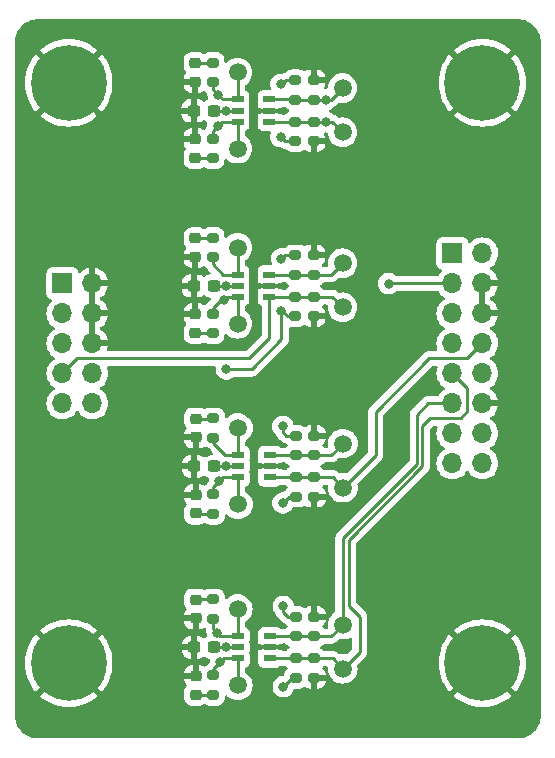
<source format=gbr>
%TF.GenerationSoftware,KiCad,Pcbnew,7.0.10*%
%TF.CreationDate,2024-06-09T22:37:06-03:00*%
%TF.ProjectId,level_translator_4ch,6c657665-6c5f-4747-9261-6e736c61746f,rev?*%
%TF.SameCoordinates,Original*%
%TF.FileFunction,Copper,L1,Top*%
%TF.FilePolarity,Positive*%
%FSLAX46Y46*%
G04 Gerber Fmt 4.6, Leading zero omitted, Abs format (unit mm)*
G04 Created by KiCad (PCBNEW 7.0.10) date 2024-06-09 22:37:06*
%MOMM*%
%LPD*%
G01*
G04 APERTURE LIST*
G04 Aperture macros list*
%AMRoundRect*
0 Rectangle with rounded corners*
0 $1 Rounding radius*
0 $2 $3 $4 $5 $6 $7 $8 $9 X,Y pos of 4 corners*
0 Add a 4 corners polygon primitive as box body*
4,1,4,$2,$3,$4,$5,$6,$7,$8,$9,$2,$3,0*
0 Add four circle primitives for the rounded corners*
1,1,$1+$1,$2,$3*
1,1,$1+$1,$4,$5*
1,1,$1+$1,$6,$7*
1,1,$1+$1,$8,$9*
0 Add four rect primitives between the rounded corners*
20,1,$1+$1,$2,$3,$4,$5,0*
20,1,$1+$1,$4,$5,$6,$7,0*
20,1,$1+$1,$6,$7,$8,$9,0*
20,1,$1+$1,$8,$9,$2,$3,0*%
G04 Aperture macros list end*
%TA.AperFunction,SMDPad,CuDef*%
%ADD10RoundRect,0.218750X-0.256250X0.218750X-0.256250X-0.218750X0.256250X-0.218750X0.256250X0.218750X0*%
%TD*%
%TA.AperFunction,SMDPad,CuDef*%
%ADD11RoundRect,0.200000X-0.275000X0.200000X-0.275000X-0.200000X0.275000X-0.200000X0.275000X0.200000X0*%
%TD*%
%TA.AperFunction,SMDPad,CuDef*%
%ADD12R,1.000000X0.550000*%
%TD*%
%TA.AperFunction,SMDPad,CuDef*%
%ADD13C,1.500000*%
%TD*%
%TA.AperFunction,SMDPad,CuDef*%
%ADD14RoundRect,0.200000X0.275000X-0.200000X0.275000X0.200000X-0.275000X0.200000X-0.275000X-0.200000X0*%
%TD*%
%TA.AperFunction,SMDPad,CuDef*%
%ADD15RoundRect,0.237500X0.300000X0.237500X-0.300000X0.237500X-0.300000X-0.237500X0.300000X-0.237500X0*%
%TD*%
%TA.AperFunction,ComponentPad*%
%ADD16C,6.400000*%
%TD*%
%TA.AperFunction,SMDPad,CuDef*%
%ADD17RoundRect,0.218750X0.256250X-0.218750X0.256250X0.218750X-0.256250X0.218750X-0.256250X-0.218750X0*%
%TD*%
%TA.AperFunction,ComponentPad*%
%ADD18R,1.700000X1.700000*%
%TD*%
%TA.AperFunction,ComponentPad*%
%ADD19O,1.700000X1.700000*%
%TD*%
%TA.AperFunction,ViaPad*%
%ADD20C,0.800000*%
%TD*%
%TA.AperFunction,Conductor*%
%ADD21C,0.250000*%
%TD*%
G04 APERTURE END LIST*
D10*
%TO.P,D7,1,K*%
%TO.N,GND*%
X133727200Y-96662100D03*
%TO.P,D7,2,A*%
%TO.N,Net-(D7-A)*%
X133727200Y-98237100D03*
%TD*%
D11*
%TO.P,R25,1*%
%TO.N,/CH5_3V3*%
X135255000Y-111900200D03*
%TO.P,R25,2*%
%TO.N,Net-(D9-A)*%
X135255000Y-113550200D03*
%TD*%
D12*
%TO.P,U1,1,1A*%
%TO.N,/CH1_5V*%
X140004800Y-80360600D03*
%TO.P,U1,2,GND*%
%TO.N,GND*%
X140004800Y-79410600D03*
%TO.P,U1,3,2A*%
%TO.N,/CH2_5V*%
X140004800Y-78460600D03*
%TO.P,U1,4,2Y*%
%TO.N,/CH2_3V3*%
X137304800Y-78460600D03*
%TO.P,U1,5,VCC*%
%TO.N,+3V3*%
X137304800Y-79410600D03*
%TO.P,U1,6,1Y*%
%TO.N,/CH1_3V3*%
X137304800Y-80360600D03*
%TD*%
D10*
%TO.P,D9,1,K*%
%TO.N,GND*%
X133756400Y-111937700D03*
%TO.P,D9,2,A*%
%TO.N,Net-(D9-A)*%
X133756400Y-113512700D03*
%TD*%
D13*
%TO.P,TP9,1,1*%
%TO.N,/CH1_3V3*%
X137304800Y-82626200D03*
%TD*%
D14*
%TO.P,R28,1*%
%TO.N,/CH6_5V*%
X143789400Y-108571800D03*
%TO.P,R28,2*%
%TO.N,GND*%
X143789400Y-106921800D03*
%TD*%
D13*
%TO.P,TP4,1,1*%
%TO.N,/CH4_5V*%
X146224000Y-122925800D03*
%TD*%
D11*
%TO.P,R18,1*%
%TO.N,/CH3_3V3*%
X135251200Y-127231600D03*
%TO.P,R18,2*%
%TO.N,Net-(D2-A)*%
X135251200Y-128881600D03*
%TD*%
D13*
%TO.P,TP12,1,1*%
%TO.N,/CH4_3V3*%
X137334000Y-121605000D03*
%TD*%
%TO.P,TP8,1,1*%
%TO.N,/CH8_3V3*%
X146198600Y-92318800D03*
%TD*%
D15*
%TO.P,C4,1*%
%TO.N,+5V*%
X135326300Y-94249200D03*
%TO.P,C4,2*%
%TO.N,GND*%
X133601300Y-94249200D03*
%TD*%
D14*
%TO.P,R20,1*%
%TO.N,/CH4_3V3*%
X135251200Y-122430000D03*
%TO.P,R20,2*%
%TO.N,Net-(D4-A)*%
X135251200Y-120780000D03*
%TD*%
D11*
%TO.P,R3,1*%
%TO.N,+5V*%
X142207000Y-76822800D03*
%TO.P,R3,2*%
%TO.N,/CH2_5V*%
X142207000Y-78472800D03*
%TD*%
D14*
%TO.P,R26,1*%
%TO.N,/CH6_3V3*%
X135255000Y-107098600D03*
%TO.P,R26,2*%
%TO.N,Net-(D10-A)*%
X135255000Y-105448600D03*
%TD*%
D13*
%TO.P,TP6,1,1*%
%TO.N,/CH6_5V*%
X146227800Y-107594400D03*
%TD*%
%TO.P,TP13,1,1*%
%TO.N,/CH5_3V3*%
X137337800Y-112725200D03*
%TD*%
D16*
%TO.P,H1,1,1*%
%TO.N,GND*%
X123012200Y-77063600D03*
%TD*%
D14*
%TO.P,R13,1*%
%TO.N,+3V3*%
X142210800Y-96826800D03*
%TO.P,R13,2*%
%TO.N,/CH7_3V3*%
X142210800Y-95176800D03*
%TD*%
D17*
%TO.P,D3,1,K*%
%TO.N,GND*%
X133723400Y-76962100D03*
%TO.P,D3,2,A*%
%TO.N,Net-(D3-A)*%
X133723400Y-75387100D03*
%TD*%
D10*
%TO.P,D1,1,K*%
%TO.N,GND*%
X133723400Y-81838700D03*
%TO.P,D1,2,A*%
%TO.N,Net-(D1-A)*%
X133723400Y-83413700D03*
%TD*%
D11*
%TO.P,R27,1*%
%TO.N,+5V*%
X142240000Y-106921800D03*
%TO.P,R27,2*%
%TO.N,/CH6_5V*%
X142240000Y-108571800D03*
%TD*%
%TO.P,R6,1*%
%TO.N,/CH3_5V*%
X143785600Y-125783800D03*
%TO.P,R6,2*%
%TO.N,GND*%
X143785600Y-127433800D03*
%TD*%
D16*
%TO.P,H3,1,1*%
%TO.N,GND*%
X158038800Y-77063600D03*
%TD*%
%TO.P,H2,1,1*%
%TO.N,GND*%
X123012200Y-126187200D03*
%TD*%
D18*
%TO.P,J1,1,Pin_1*%
%TO.N,/CH2_5V*%
X155498800Y-91490800D03*
D19*
%TO.P,J1,2,Pin_2*%
%TO.N,+5V*%
X158038800Y-91490800D03*
%TO.P,J1,3,Pin_3*%
%TO.N,/CH7_5V*%
X155498800Y-94030800D03*
%TO.P,J1,4,Pin_4*%
%TO.N,GND*%
X158038800Y-94030800D03*
%TO.P,J1,5,Pin_5*%
%TO.N,unconnected-(J1-Pin_5-Pad5)*%
X155498800Y-96570800D03*
%TO.P,J1,6,Pin_6*%
%TO.N,GND*%
X158038800Y-96570800D03*
%TO.P,J1,7,Pin_7*%
%TO.N,/CH1_5V*%
X155498800Y-99110800D03*
%TO.P,J1,8,Pin_8*%
%TO.N,/CH5_5V*%
X158038800Y-99110800D03*
%TO.P,J1,9,Pin_9*%
%TO.N,/CH3_5V*%
X155498800Y-101650800D03*
%TO.P,J1,10,Pin_10*%
%TO.N,unconnected-(J1-Pin_10-Pad10)*%
X158038800Y-101650800D03*
%TO.P,J1,11,Pin_11*%
%TO.N,/CH4_5V*%
X155498800Y-104190800D03*
%TO.P,J1,12,Pin_12*%
%TO.N,GND*%
X158038800Y-104190800D03*
%TO.P,J1,13,Pin_13*%
%TO.N,unconnected-(J1-Pin_13-Pad13)*%
X155498800Y-106730800D03*
%TO.P,J1,14,Pin_14*%
%TO.N,unconnected-(J1-Pin_14-Pad14)*%
X158038800Y-106730800D03*
%TO.P,J1,15,Pin_15*%
%TO.N,unconnected-(J1-Pin_15-Pad15)*%
X155498800Y-109270800D03*
%TO.P,J1,16,Pin_16*%
%TO.N,unconnected-(J1-Pin_16-Pad16)*%
X158038800Y-109270800D03*
%TD*%
D14*
%TO.P,R8,1*%
%TO.N,/CH4_5V*%
X143785600Y-123903200D03*
%TO.P,R8,2*%
%TO.N,GND*%
X143785600Y-122253200D03*
%TD*%
D12*
%TO.P,U3,1,1A*%
%TO.N,/CH5_5V*%
X140037800Y-110459600D03*
%TO.P,U3,2,GND*%
%TO.N,GND*%
X140037800Y-109509600D03*
%TO.P,U3,3,2A*%
%TO.N,/CH6_5V*%
X140037800Y-108559600D03*
%TO.P,U3,4,2Y*%
%TO.N,/CH6_3V3*%
X137337800Y-108559600D03*
%TO.P,U3,5,VCC*%
%TO.N,+3V3*%
X137337800Y-109509600D03*
%TO.P,U3,6,1Y*%
%TO.N,/CH5_3V3*%
X137337800Y-110459600D03*
%TD*%
D14*
%TO.P,R21,1*%
%TO.N,+5V*%
X142240000Y-112102400D03*
%TO.P,R21,2*%
%TO.N,/CH5_5V*%
X142240000Y-110452400D03*
%TD*%
%TO.P,R16,1*%
%TO.N,/CH8_3V3*%
X143760200Y-93296200D03*
%TO.P,R16,2*%
%TO.N,GND*%
X143760200Y-91646200D03*
%TD*%
D11*
%TO.P,R22,1*%
%TO.N,/CH5_5V*%
X143789400Y-110452400D03*
%TO.P,R22,2*%
%TO.N,GND*%
X143789400Y-112102400D03*
%TD*%
%TO.P,R2,1*%
%TO.N,/CH1_5V*%
X143756400Y-80353400D03*
%TO.P,R2,2*%
%TO.N,GND*%
X143756400Y-82003400D03*
%TD*%
D14*
%TO.P,R5,1*%
%TO.N,+5V*%
X142236200Y-127433800D03*
%TO.P,R5,2*%
%TO.N,/CH3_5V*%
X142236200Y-125783800D03*
%TD*%
D15*
%TO.P,C3,1*%
%TO.N,+3V3*%
X135355500Y-109524800D03*
%TO.P,C3,2*%
%TO.N,GND*%
X133630500Y-109524800D03*
%TD*%
D13*
%TO.P,TP10,1,1*%
%TO.N,/CH2_3V3*%
X137304800Y-76174600D03*
%TD*%
%TO.P,TP11,1,1*%
%TO.N,/CH3_3V3*%
X137334000Y-128056600D03*
%TD*%
D14*
%TO.P,R19,1*%
%TO.N,/CH2_3V3*%
X135222000Y-76999600D03*
%TO.P,R19,2*%
%TO.N,Net-(D3-A)*%
X135222000Y-75349600D03*
%TD*%
D11*
%TO.P,R15,1*%
%TO.N,+3V3*%
X142210800Y-91646200D03*
%TO.P,R15,2*%
%TO.N,/CH8_3V3*%
X142210800Y-93296200D03*
%TD*%
D14*
%TO.P,R1,1*%
%TO.N,+5V*%
X142207000Y-82003400D03*
%TO.P,R1,2*%
%TO.N,/CH1_5V*%
X142207000Y-80353400D03*
%TD*%
D13*
%TO.P,TP14,1,1*%
%TO.N,/CH6_3V3*%
X137337800Y-106273600D03*
%TD*%
%TO.P,TP3,1,1*%
%TO.N,/CH3_5V*%
X146224000Y-126659600D03*
%TD*%
%TO.P,TP1,1,1*%
%TO.N,/CH1_5V*%
X146194800Y-81229200D03*
%TD*%
D15*
%TO.P,C1,1*%
%TO.N,+3V3*%
X135322500Y-79425800D03*
%TO.P,C1,2*%
%TO.N,GND*%
X133597500Y-79425800D03*
%TD*%
D10*
%TO.P,D2,1,K*%
%TO.N,GND*%
X133752600Y-127269100D03*
%TO.P,D2,2,A*%
%TO.N,Net-(D2-A)*%
X133752600Y-128844100D03*
%TD*%
D13*
%TO.P,TP2,1,1*%
%TO.N,/CH2_5V*%
X146194800Y-77495400D03*
%TD*%
D18*
%TO.P,J2,1,Pin_1*%
%TO.N,+3V3*%
X122478800Y-94030800D03*
D19*
%TO.P,J2,2,Pin_2*%
%TO.N,GND*%
X125018800Y-94030800D03*
%TO.P,J2,3,Pin_3*%
%TO.N,/CH1_3V3*%
X122478800Y-96570800D03*
%TO.P,J2,4,Pin_4*%
%TO.N,GND*%
X125018800Y-96570800D03*
%TO.P,J2,5,Pin_5*%
%TO.N,/CH2_3V3*%
X122478800Y-99110800D03*
%TO.P,J2,6,Pin_6*%
%TO.N,GND*%
X125018800Y-99110800D03*
%TO.P,J2,7,Pin_7*%
%TO.N,/CH7_3V3*%
X122478800Y-101650800D03*
%TO.P,J2,8,Pin_8*%
%TO.N,/CH5_3V3*%
X125018800Y-101650800D03*
%TO.P,J2,9,Pin_9*%
%TO.N,/CH3_3V3*%
X122478800Y-104190800D03*
%TO.P,J2,10,Pin_10*%
%TO.N,/CH4_3V3*%
X125018800Y-104190800D03*
%TD*%
D14*
%TO.P,R24,1*%
%TO.N,/CH8_5V*%
X135225800Y-91823000D03*
%TO.P,R24,2*%
%TO.N,Net-(D8-A)*%
X135225800Y-90173000D03*
%TD*%
D12*
%TO.P,U4,1,1A*%
%TO.N,/CH7_3V3*%
X140008600Y-95184000D03*
%TO.P,U4,2,GND*%
%TO.N,GND*%
X140008600Y-94234000D03*
%TO.P,U4,3,2A*%
%TO.N,/CH8_3V3*%
X140008600Y-93284000D03*
%TO.P,U4,4,2Y*%
%TO.N,/CH8_5V*%
X137308600Y-93284000D03*
%TO.P,U4,5,VCC*%
%TO.N,+5V*%
X137308600Y-94234000D03*
%TO.P,U4,6,1Y*%
%TO.N,/CH7_5V*%
X137308600Y-95184000D03*
%TD*%
D16*
%TO.P,H4,1,1*%
%TO.N,GND*%
X158038800Y-126187200D03*
%TD*%
D13*
%TO.P,TP15,1,1*%
%TO.N,/CH7_5V*%
X137308600Y-97449600D03*
%TD*%
D11*
%TO.P,R23,1*%
%TO.N,/CH7_5V*%
X135225800Y-96624600D03*
%TO.P,R23,2*%
%TO.N,Net-(D7-A)*%
X135225800Y-98274600D03*
%TD*%
D13*
%TO.P,TP16,1,1*%
%TO.N,/CH8_5V*%
X137308600Y-90998000D03*
%TD*%
D17*
%TO.P,D8,1,K*%
%TO.N,GND*%
X133727200Y-91785500D03*
%TO.P,D8,2,A*%
%TO.N,Net-(D8-A)*%
X133727200Y-90210500D03*
%TD*%
%TO.P,D10,1,K*%
%TO.N,GND*%
X133756400Y-107061100D03*
%TO.P,D10,2,A*%
%TO.N,Net-(D10-A)*%
X133756400Y-105486100D03*
%TD*%
D15*
%TO.P,C2,1*%
%TO.N,+3V3*%
X135351700Y-124856200D03*
%TO.P,C2,2*%
%TO.N,GND*%
X133626700Y-124856200D03*
%TD*%
D13*
%TO.P,TP7,1,1*%
%TO.N,/CH7_3V3*%
X146198600Y-96052600D03*
%TD*%
D17*
%TO.P,D4,1,K*%
%TO.N,GND*%
X133752600Y-122392500D03*
%TO.P,D4,2,A*%
%TO.N,Net-(D4-A)*%
X133752600Y-120817500D03*
%TD*%
D12*
%TO.P,U2,1,1A*%
%TO.N,/CH3_5V*%
X140034000Y-125791000D03*
%TO.P,U2,2,GND*%
%TO.N,GND*%
X140034000Y-124841000D03*
%TO.P,U2,3,2A*%
%TO.N,/CH4_5V*%
X140034000Y-123891000D03*
%TO.P,U2,4,2Y*%
%TO.N,/CH4_3V3*%
X137334000Y-123891000D03*
%TO.P,U2,5,VCC*%
%TO.N,+3V3*%
X137334000Y-124841000D03*
%TO.P,U2,6,1Y*%
%TO.N,/CH3_3V3*%
X137334000Y-125791000D03*
%TD*%
D14*
%TO.P,R4,1*%
%TO.N,/CH2_5V*%
X143756400Y-78472800D03*
%TO.P,R4,2*%
%TO.N,GND*%
X143756400Y-76822800D03*
%TD*%
D11*
%TO.P,R7,1*%
%TO.N,+5V*%
X142236200Y-122253200D03*
%TO.P,R7,2*%
%TO.N,/CH4_5V*%
X142236200Y-123903200D03*
%TD*%
D13*
%TO.P,TP5,1,1*%
%TO.N,/CH5_5V*%
X146227800Y-111328200D03*
%TD*%
D11*
%TO.P,R14,1*%
%TO.N,/CH7_3V3*%
X143760200Y-95176800D03*
%TO.P,R14,2*%
%TO.N,GND*%
X143760200Y-96826800D03*
%TD*%
%TO.P,R17,1*%
%TO.N,/CH1_3V3*%
X135222000Y-81801200D03*
%TO.P,R17,2*%
%TO.N,Net-(D1-A)*%
X135222000Y-83451200D03*
%TD*%
D20*
%TO.N,GND*%
X160299400Y-104190800D03*
X146024600Y-124790200D03*
X139039600Y-76936600D03*
X139065000Y-91770200D03*
X139242800Y-107086400D03*
X139115800Y-122326400D03*
X145059400Y-113131600D03*
X145034000Y-97917000D03*
X145034000Y-75666600D03*
X132207000Y-82651600D03*
X132232400Y-78359000D03*
X132410200Y-95453200D03*
X132334000Y-126212600D03*
X145161000Y-128473200D03*
X144957800Y-121208800D03*
X145161000Y-106019600D03*
X145135600Y-90754200D03*
X145135600Y-82677000D03*
X134696200Y-108280200D03*
X132029200Y-109550200D03*
%TO.N,+3V3*%
X136347200Y-101295200D03*
X136347200Y-124841000D03*
X136347200Y-109509600D03*
%TO.N,/CH5_3V3*%
X135775700Y-110782100D03*
%TO.N,/CH4_3V3*%
X135597900Y-123634500D03*
%TO.N,/CH3_3V3*%
X135851900Y-126098300D03*
%TO.N,/CH7_5V*%
X150088600Y-94056200D03*
X136144000Y-95402400D03*
%TO.N,+5V*%
X141173200Y-128168400D03*
X141173200Y-121361200D03*
X141147800Y-106121200D03*
X141147800Y-112623600D03*
X136321800Y-94234000D03*
%TO.N,+3V3*%
X141020800Y-91948000D03*
X141020800Y-96342200D03*
X136296400Y-79410600D03*
%TO.N,+5V*%
X140970000Y-77165200D03*
X140970000Y-81610200D03*
%TO.N,/CH1_5V*%
X144754600Y-80353400D03*
%TO.N,/CH2_5V*%
X144805400Y-78472800D03*
%TO.N,/CH1_3V3*%
X135610600Y-80721200D03*
%TO.N,/CH2_3V3*%
X135661400Y-78054200D03*
%TD*%
D21*
%TO.N,GND*%
X158038800Y-104190800D02*
X160299400Y-104190800D01*
%TO.N,Net-(D4-A)*%
X133790100Y-120780000D02*
X133752600Y-120817500D01*
X135251200Y-120780000D02*
X133790100Y-120780000D01*
%TO.N,+3V3*%
X136347200Y-101295200D02*
X138506200Y-101295200D01*
X138506200Y-101295200D02*
X141020800Y-98780600D01*
X141020800Y-98780600D02*
X141020800Y-96342200D01*
X135366900Y-124841000D02*
X136347200Y-124841000D01*
X137334000Y-124841000D02*
X136347200Y-124841000D01*
X135351700Y-124856200D02*
X135366900Y-124841000D01*
X135370700Y-109509600D02*
X136347200Y-109509600D01*
X135355500Y-109524800D02*
X135370700Y-109509600D01*
X137337800Y-109509600D02*
X136347200Y-109509600D01*
%TO.N,/CH5_3V3*%
X135255000Y-111900200D02*
X135255000Y-111302800D01*
X136098200Y-110459600D02*
X135775700Y-110782100D01*
X135255000Y-111302800D02*
X135775700Y-110782100D01*
%TO.N,/CH4_3V3*%
X135251200Y-123287800D02*
X135597900Y-123634500D01*
X135251200Y-122430000D02*
X135251200Y-123287800D01*
X135854400Y-123891000D02*
X135597900Y-123634500D01*
%TO.N,/CH3_3V3*%
X135251200Y-126699000D02*
X135251200Y-127231600D01*
X136159200Y-125791000D02*
X135251200Y-126699000D01*
X137334000Y-125791000D02*
X136159200Y-125791000D01*
%TO.N,/CH3_5V*%
X146224000Y-126648200D02*
X146224000Y-126659600D01*
X147650200Y-122275600D02*
X147650200Y-125222000D01*
X146710400Y-121335800D02*
X147650200Y-122275600D01*
X146710400Y-115773200D02*
X146710400Y-121335800D01*
X152951600Y-106128400D02*
X152951600Y-109532000D01*
X156768800Y-104876600D02*
X156184600Y-105460800D01*
X152951600Y-109532000D02*
X146710400Y-115773200D01*
X155498800Y-101650800D02*
X156768800Y-102920800D01*
X156184600Y-105460800D02*
X153619200Y-105460800D01*
X147650200Y-125222000D02*
X146224000Y-126648200D01*
X153619200Y-105460800D02*
X152951600Y-106128400D01*
X156768800Y-102920800D02*
X156768800Y-104876600D01*
%TO.N,/CH5_5V*%
X148996400Y-108559600D02*
X148996400Y-104927400D01*
X146227800Y-111328200D02*
X148996400Y-108559600D01*
%TO.N,/CH4_5V*%
X152501600Y-109296200D02*
X152501600Y-105156000D01*
X146224000Y-115573800D02*
X152501600Y-109296200D01*
X146224000Y-122925800D02*
X146224000Y-115573800D01*
X152501600Y-105156000D02*
X153466800Y-104190800D01*
X153466800Y-104190800D02*
X155498800Y-104190800D01*
%TO.N,/CH5_5V*%
X148996400Y-104927400D02*
X153543000Y-100380800D01*
X156768800Y-100380800D02*
X158038800Y-99110800D01*
X153543000Y-100380800D02*
X156768800Y-100380800D01*
%TO.N,/CH7_5V*%
X150088600Y-94056200D02*
X150114000Y-94030800D01*
X150114000Y-94030800D02*
X155498800Y-94030800D01*
%TO.N,+5V*%
X141363200Y-82003400D02*
X142207000Y-82003400D01*
X140970000Y-81610200D02*
X141363200Y-82003400D01*
X141415000Y-76822800D02*
X142207000Y-76822800D01*
X141072600Y-77165200D02*
X141415000Y-76822800D01*
X140970000Y-77165200D02*
X141072600Y-77165200D01*
%TO.N,+3V3*%
X141322600Y-91646200D02*
X142210800Y-91646200D01*
X141020800Y-91948000D02*
X141322600Y-91646200D01*
X141067600Y-96342200D02*
X141552200Y-96826800D01*
X141020800Y-96342200D02*
X141067600Y-96342200D01*
X141552200Y-96826800D02*
X142210800Y-96826800D01*
%TO.N,/CH7_3V3*%
X138277600Y-100380800D02*
X123748800Y-100380800D01*
X123748800Y-100380800D02*
X122478800Y-101650800D01*
X140008600Y-95184000D02*
X140008600Y-98649800D01*
X140008600Y-98649800D02*
X138277600Y-100380800D01*
%TO.N,/CH8_5V*%
X136108400Y-93284000D02*
X135225800Y-92401400D01*
%TO.N,/CH7_5V*%
X135915400Y-95402400D02*
X135225800Y-96092000D01*
X135225800Y-96092000D02*
X135225800Y-96624600D01*
X136144000Y-95402400D02*
X135915400Y-95402400D01*
X136362400Y-95184000D02*
X137308600Y-95184000D01*
X136144000Y-95402400D02*
X136362400Y-95184000D01*
%TO.N,+5V*%
X141557200Y-122253200D02*
X142236200Y-122253200D01*
X141173200Y-121869200D02*
X141557200Y-122253200D01*
X141173200Y-121361200D02*
X141173200Y-121869200D01*
X141907800Y-127433800D02*
X141173200Y-128168400D01*
X142236200Y-127433800D02*
X141907800Y-127433800D01*
X141440400Y-106921800D02*
X142240000Y-106921800D01*
X141147800Y-106121200D02*
X141147800Y-106629200D01*
X141147800Y-106629200D02*
X141440400Y-106921800D01*
X141669000Y-112102400D02*
X141147800Y-112623600D01*
X142240000Y-112102400D02*
X141669000Y-112102400D01*
X137308600Y-94234000D02*
X136321800Y-94234000D01*
X136321800Y-94234000D02*
X135341500Y-94234000D01*
%TO.N,+3V3*%
X136281200Y-79425800D02*
X136296400Y-79410600D01*
X137304800Y-79410600D02*
X136296400Y-79410600D01*
X135322500Y-79425800D02*
X136281200Y-79425800D01*
%TO.N,/CH1_5V*%
X143756400Y-80353400D02*
X144754600Y-80353400D01*
X144754600Y-80353400D02*
X145319000Y-80353400D01*
%TO.N,/CH2_5V*%
X143756400Y-78472800D02*
X144805400Y-78472800D01*
X144805400Y-78472800D02*
X145217400Y-78472800D01*
%TO.N,/CH1_3V3*%
X135971200Y-80360600D02*
X135610600Y-80721200D01*
X137304800Y-80360600D02*
X135971200Y-80360600D01*
X135610600Y-80721200D02*
X135222000Y-81109800D01*
%TO.N,/CH2_3V3*%
X136067800Y-78460600D02*
X135661400Y-78054200D01*
X137304800Y-78460600D02*
X136067800Y-78460600D01*
X135661400Y-78054200D02*
X135222000Y-77614800D01*
%TO.N,/CH1_5V*%
X145319000Y-80353400D02*
X146194800Y-81229200D01*
X142207000Y-80353400D02*
X143756400Y-80353400D01*
X142199800Y-80360600D02*
X142207000Y-80353400D01*
X140004800Y-80360600D02*
X142199800Y-80360600D01*
%TO.N,/CH2_5V*%
X145217400Y-78472800D02*
X146194800Y-77495400D01*
X142207000Y-78472800D02*
X143756400Y-78472800D01*
X142194800Y-78460600D02*
X142207000Y-78472800D01*
X140004800Y-78460600D02*
X142194800Y-78460600D01*
%TO.N,Net-(D3-A)*%
X133760900Y-75349600D02*
X133723400Y-75387100D01*
X135222000Y-75349600D02*
X133760900Y-75349600D01*
%TO.N,/CH2_3V3*%
X135222000Y-77614800D02*
X135222000Y-76999600D01*
X137304800Y-78460600D02*
X137304800Y-76174600D01*
%TO.N,Net-(D1-A)*%
X135222000Y-83451200D02*
X133760900Y-83451200D01*
X133760900Y-83451200D02*
X133723400Y-83413700D01*
%TO.N,/CH1_3V3*%
X135222000Y-81109800D02*
X135222000Y-81801200D01*
X137304800Y-80360600D02*
X137304800Y-82626200D01*
%TO.N,/CH4_5V*%
X145246600Y-123903200D02*
X146224000Y-122925800D01*
X143785600Y-123903200D02*
X145246600Y-123903200D01*
X142236200Y-123903200D02*
X143785600Y-123903200D01*
X142224000Y-123891000D02*
X142236200Y-123903200D01*
X140034000Y-123891000D02*
X142224000Y-123891000D01*
%TO.N,/CH3_5V*%
X145348200Y-125783800D02*
X146224000Y-126659600D01*
X143785600Y-125783800D02*
X145348200Y-125783800D01*
X142236200Y-125783800D02*
X143785600Y-125783800D01*
X142229000Y-125791000D02*
X142236200Y-125783800D01*
X140034000Y-125791000D02*
X142229000Y-125791000D01*
%TO.N,Net-(D2-A)*%
X135251200Y-128881600D02*
X133790100Y-128881600D01*
X133790100Y-128881600D02*
X133752600Y-128844100D01*
%TO.N,/CH3_3V3*%
X137334000Y-125791000D02*
X137334000Y-128056600D01*
%TO.N,/CH4_3V3*%
X137334000Y-123891000D02*
X135854400Y-123891000D01*
X137334000Y-123891000D02*
X137334000Y-121605000D01*
%TO.N,/CH6_5V*%
X143789400Y-108571800D02*
X145250400Y-108571800D01*
X145250400Y-108571800D02*
X146227800Y-107594400D01*
X142240000Y-108571800D02*
X143789400Y-108571800D01*
X142227800Y-108559600D02*
X142240000Y-108571800D01*
X140037800Y-108559600D02*
X142227800Y-108559600D01*
%TO.N,/CH5_5V*%
X145352000Y-110452400D02*
X146227800Y-111328200D01*
X143789400Y-110452400D02*
X145352000Y-110452400D01*
X142240000Y-110452400D02*
X143789400Y-110452400D01*
X140037800Y-110459600D02*
X142232800Y-110459600D01*
X142232800Y-110459600D02*
X142240000Y-110452400D01*
%TO.N,Net-(D10-A)*%
X135217500Y-105486100D02*
X135255000Y-105448600D01*
X133756400Y-105486100D02*
X135217500Y-105486100D01*
%TO.N,Net-(D9-A)*%
X133793900Y-113550200D02*
X133756400Y-113512700D01*
X135255000Y-113550200D02*
X133793900Y-113550200D01*
%TO.N,/CH5_3V3*%
X137337800Y-110459600D02*
X136098200Y-110459600D01*
X137337800Y-110459600D02*
X137337800Y-112725200D01*
%TO.N,/CH6_3V3*%
X135255000Y-107543600D02*
X135255000Y-107098600D01*
X136271000Y-108559600D02*
X135255000Y-107543600D01*
X137337800Y-108559600D02*
X136271000Y-108559600D01*
X137337800Y-108559600D02*
X137337800Y-106273600D01*
%TO.N,/CH8_3V3*%
X145221200Y-93296200D02*
X146198600Y-92318800D01*
X143760200Y-93296200D02*
X145221200Y-93296200D01*
X142210800Y-93296200D02*
X143760200Y-93296200D01*
X142198600Y-93284000D02*
X142210800Y-93296200D01*
X140008600Y-93284000D02*
X142198600Y-93284000D01*
%TO.N,/CH7_3V3*%
X145322800Y-95176800D02*
X146198600Y-96052600D01*
X143760200Y-95176800D02*
X145322800Y-95176800D01*
X142210800Y-95176800D02*
X143760200Y-95176800D01*
X142203600Y-95184000D02*
X142210800Y-95176800D01*
X140008600Y-95184000D02*
X142203600Y-95184000D01*
%TO.N,Net-(D8-A)*%
X133764700Y-90173000D02*
X133727200Y-90210500D01*
X135225800Y-90173000D02*
X133764700Y-90173000D01*
%TO.N,/CH8_5V*%
X135225800Y-92401400D02*
X135225800Y-91823000D01*
X137308600Y-93284000D02*
X136108400Y-93284000D01*
X137308600Y-93284000D02*
X137308600Y-90998000D01*
%TO.N,Net-(D7-A)*%
X133764700Y-98274600D02*
X133727200Y-98237100D01*
X135225800Y-98274600D02*
X133764700Y-98274600D01*
%TO.N,/CH7_5V*%
X137308600Y-95184000D02*
X137308600Y-97449600D01*
%TO.N,+5V*%
X135341500Y-94234000D02*
X135326300Y-94249200D01*
%TD*%
%TA.AperFunction,Conductor*%
%TO.N,GND*%
G36*
X146981157Y-124032489D02*
G01*
X147019396Y-124090965D01*
X147024700Y-124126843D01*
X147024700Y-124911546D01*
X147005015Y-124978585D01*
X146988381Y-124999227D01*
X146589006Y-125398601D01*
X146527683Y-125432086D01*
X146469235Y-125430696D01*
X146441977Y-125423393D01*
X146224002Y-125404323D01*
X146223998Y-125404323D01*
X146080595Y-125416869D01*
X146006023Y-125423393D01*
X146006021Y-125423393D01*
X146006017Y-125423394D01*
X145969775Y-125433105D01*
X145899925Y-125431442D01*
X145850002Y-125401011D01*
X145849003Y-125400012D01*
X145839180Y-125387750D01*
X145838959Y-125387934D01*
X145833986Y-125381922D01*
X145784976Y-125335899D01*
X145782177Y-125333186D01*
X145762677Y-125313685D01*
X145762671Y-125313680D01*
X145759486Y-125311209D01*
X145750634Y-125303648D01*
X145718782Y-125273738D01*
X145718780Y-125273736D01*
X145718777Y-125273735D01*
X145701229Y-125264088D01*
X145684963Y-125253404D01*
X145669132Y-125241124D01*
X145629049Y-125223778D01*
X145618563Y-125218641D01*
X145580294Y-125197603D01*
X145580292Y-125197602D01*
X145560893Y-125192622D01*
X145542481Y-125186318D01*
X145524098Y-125178362D01*
X145524092Y-125178360D01*
X145480960Y-125171529D01*
X145469522Y-125169161D01*
X145427220Y-125158300D01*
X145427219Y-125158300D01*
X145407184Y-125158300D01*
X145387786Y-125156773D01*
X145380362Y-125155597D01*
X145368005Y-125153640D01*
X145368004Y-125153640D01*
X145324525Y-125157750D01*
X145312856Y-125158300D01*
X144677120Y-125158300D01*
X144610081Y-125138615D01*
X144589439Y-125121981D01*
X144495788Y-125028330D01*
X144495785Y-125028328D01*
X144365577Y-124949614D01*
X144318393Y-124898089D01*
X144306554Y-124829230D01*
X144333823Y-124764901D01*
X144365576Y-124737386D01*
X144495785Y-124658672D01*
X144513843Y-124640614D01*
X144589439Y-124565019D01*
X144650762Y-124531534D01*
X144677120Y-124528700D01*
X145163857Y-124528700D01*
X145179477Y-124530424D01*
X145179504Y-124530139D01*
X145187260Y-124530871D01*
X145187267Y-124530873D01*
X145254473Y-124528761D01*
X145258368Y-124528700D01*
X145285946Y-124528700D01*
X145285950Y-124528700D01*
X145289924Y-124528197D01*
X145301563Y-124527280D01*
X145345227Y-124525909D01*
X145364469Y-124520317D01*
X145383512Y-124516374D01*
X145403392Y-124513864D01*
X145444001Y-124497785D01*
X145455044Y-124494003D01*
X145496990Y-124481818D01*
X145514229Y-124471622D01*
X145531703Y-124463062D01*
X145550327Y-124455688D01*
X145550327Y-124455687D01*
X145550332Y-124455686D01*
X145585683Y-124430000D01*
X145595414Y-124423608D01*
X145633020Y-124401370D01*
X145647189Y-124387199D01*
X145661979Y-124374568D01*
X145678187Y-124362794D01*
X145706038Y-124329126D01*
X145713879Y-124320509D01*
X145850002Y-124184386D01*
X145911323Y-124150903D01*
X145969774Y-124152293D01*
X146006023Y-124162007D01*
X146161720Y-124175628D01*
X146223998Y-124181077D01*
X146224000Y-124181077D01*
X146224002Y-124181077D01*
X146252254Y-124178605D01*
X146441977Y-124162007D01*
X146653330Y-124105375D01*
X146848296Y-124014460D01*
X146917373Y-124003969D01*
X146981157Y-124032489D01*
G37*
%TD.AperFunction*%
%TA.AperFunction,Conductor*%
G36*
X158288800Y-96135298D02*
G01*
X158181115Y-96086120D01*
X158074563Y-96070800D01*
X158003037Y-96070800D01*
X157896485Y-96086120D01*
X157788800Y-96135298D01*
X157788800Y-94466301D01*
X157896485Y-94515480D01*
X158003037Y-94530800D01*
X158074563Y-94530800D01*
X158181115Y-94515480D01*
X158288800Y-94466301D01*
X158288800Y-96135298D01*
G37*
%TD.AperFunction*%
%TA.AperFunction,Conductor*%
G36*
X125268800Y-98675298D02*
G01*
X125161115Y-98626120D01*
X125054563Y-98610800D01*
X124983037Y-98610800D01*
X124876485Y-98626120D01*
X124768800Y-98675298D01*
X124768800Y-97006301D01*
X124876485Y-97055480D01*
X124983037Y-97070800D01*
X125054563Y-97070800D01*
X125161115Y-97055480D01*
X125268800Y-97006301D01*
X125268800Y-98675298D01*
G37*
%TD.AperFunction*%
%TA.AperFunction,Conductor*%
G36*
X125268800Y-96135298D02*
G01*
X125161115Y-96086120D01*
X125054563Y-96070800D01*
X124983037Y-96070800D01*
X124876485Y-96086120D01*
X124768800Y-96135298D01*
X124768800Y-94466301D01*
X124876485Y-94515480D01*
X124983037Y-94530800D01*
X125054563Y-94530800D01*
X125161115Y-94515480D01*
X125268800Y-94466301D01*
X125268800Y-96135298D01*
G37*
%TD.AperFunction*%
%TA.AperFunction,Conductor*%
G36*
X160995842Y-71654164D02*
G01*
X161075386Y-71659378D01*
X161075567Y-71659391D01*
X161253387Y-71672109D01*
X161268704Y-71674172D01*
X161380178Y-71696345D01*
X161382237Y-71696774D01*
X161522040Y-71727186D01*
X161535503Y-71730922D01*
X161649525Y-71769628D01*
X161652874Y-71770820D01*
X161780608Y-71818462D01*
X161792100Y-71823424D01*
X161902487Y-71877861D01*
X161906987Y-71880198D01*
X162024278Y-71944244D01*
X162033742Y-71949974D01*
X162137069Y-72019015D01*
X162142488Y-72022850D01*
X162248527Y-72102230D01*
X162255945Y-72108244D01*
X162349776Y-72190531D01*
X162355698Y-72196078D01*
X162449120Y-72289500D01*
X162454667Y-72295422D01*
X162536950Y-72389248D01*
X162542973Y-72396678D01*
X162580491Y-72446796D01*
X162622348Y-72502710D01*
X162626183Y-72508129D01*
X162695224Y-72611456D01*
X162700954Y-72620920D01*
X162764983Y-72738179D01*
X162767364Y-72742763D01*
X162821769Y-72853087D01*
X162826738Y-72864596D01*
X162874356Y-72992263D01*
X162875593Y-72995738D01*
X162914270Y-73109676D01*
X162918017Y-73123177D01*
X162948413Y-73262908D01*
X162948864Y-73265075D01*
X162971024Y-73376480D01*
X162973091Y-73391825D01*
X162985795Y-73569446D01*
X162985845Y-73570181D01*
X162991034Y-73649341D01*
X162991300Y-73657452D01*
X162991300Y-130558547D01*
X162991034Y-130566658D01*
X162985845Y-130645817D01*
X162985795Y-130646552D01*
X162973091Y-130824173D01*
X162971024Y-130839518D01*
X162948864Y-130950923D01*
X162948413Y-130953090D01*
X162918017Y-131092821D01*
X162914270Y-131106322D01*
X162875593Y-131220260D01*
X162874356Y-131223735D01*
X162826738Y-131351402D01*
X162821769Y-131362911D01*
X162767364Y-131473235D01*
X162764983Y-131477819D01*
X162700954Y-131595078D01*
X162695224Y-131604542D01*
X162626183Y-131707869D01*
X162622348Y-131713288D01*
X162542981Y-131819311D01*
X162536942Y-131826760D01*
X162454667Y-131920576D01*
X162449120Y-131926498D01*
X162355698Y-132019920D01*
X162349776Y-132025467D01*
X162255960Y-132107742D01*
X162248511Y-132113781D01*
X162142488Y-132193148D01*
X162137069Y-132196983D01*
X162033742Y-132266024D01*
X162024278Y-132271754D01*
X161907019Y-132335783D01*
X161902435Y-132338164D01*
X161792111Y-132392569D01*
X161780602Y-132397538D01*
X161652935Y-132445156D01*
X161649460Y-132446393D01*
X161535522Y-132485070D01*
X161522021Y-132488817D01*
X161382290Y-132519213D01*
X161380123Y-132519664D01*
X161268718Y-132541824D01*
X161253373Y-132543891D01*
X161075752Y-132556595D01*
X161075017Y-132556645D01*
X160995858Y-132561834D01*
X160987747Y-132562100D01*
X120444253Y-132562100D01*
X120436142Y-132561834D01*
X120356981Y-132556645D01*
X120356246Y-132556595D01*
X120178625Y-132543891D01*
X120163280Y-132541824D01*
X120051875Y-132519664D01*
X120049708Y-132519213D01*
X119909977Y-132488817D01*
X119896476Y-132485070D01*
X119782538Y-132446393D01*
X119779063Y-132445156D01*
X119651396Y-132397538D01*
X119639887Y-132392569D01*
X119575147Y-132360643D01*
X119529548Y-132338156D01*
X119524979Y-132335783D01*
X119407720Y-132271754D01*
X119398256Y-132266024D01*
X119294929Y-132196983D01*
X119289510Y-132193148D01*
X119233596Y-132151291D01*
X119183478Y-132113773D01*
X119176048Y-132107750D01*
X119082222Y-132025467D01*
X119076300Y-132019920D01*
X118982878Y-131926498D01*
X118977331Y-131920576D01*
X118945650Y-131884451D01*
X118895044Y-131826745D01*
X118889030Y-131819327D01*
X118809650Y-131713288D01*
X118805815Y-131707869D01*
X118736774Y-131604542D01*
X118731044Y-131595078D01*
X118666998Y-131477787D01*
X118664661Y-131473287D01*
X118610224Y-131362900D01*
X118605260Y-131351402D01*
X118557620Y-131223674D01*
X118556428Y-131220325D01*
X118517722Y-131106303D01*
X118513986Y-131092840D01*
X118483574Y-130953037D01*
X118483145Y-130950978D01*
X118460972Y-130839504D01*
X118458909Y-130824187D01*
X118446191Y-130646367D01*
X118446178Y-130646186D01*
X118440965Y-130566643D01*
X118440700Y-130558534D01*
X118440700Y-126187200D01*
X119307122Y-126187200D01*
X119327419Y-126574487D01*
X119388086Y-126957523D01*
X119388087Y-126957530D01*
X119488462Y-127332136D01*
X119627444Y-127694194D01*
X119803510Y-128039743D01*
X120014731Y-128364993D01*
X120223295Y-128622550D01*
X120223296Y-128622550D01*
X121714466Y-127131380D01*
X121877330Y-127322070D01*
X122068019Y-127484933D01*
X120576848Y-128976103D01*
X120576849Y-128976104D01*
X120834406Y-129184668D01*
X121159656Y-129395889D01*
X121505205Y-129571955D01*
X121867263Y-129710937D01*
X122241869Y-129811312D01*
X122241876Y-129811313D01*
X122624912Y-129871980D01*
X123012199Y-129892278D01*
X123012201Y-129892278D01*
X123399487Y-129871980D01*
X123782523Y-129811313D01*
X123782530Y-129811312D01*
X124157136Y-129710937D01*
X124519194Y-129571955D01*
X124864743Y-129395889D01*
X125189983Y-129184676D01*
X125189985Y-129184675D01*
X125281236Y-129110781D01*
X132777100Y-129110781D01*
X132787163Y-129209283D01*
X132840050Y-129368884D01*
X132840055Y-129368895D01*
X132928316Y-129511987D01*
X132928319Y-129511991D01*
X133047208Y-129630880D01*
X133047212Y-129630883D01*
X133190304Y-129719144D01*
X133190307Y-129719145D01*
X133190313Y-129719149D01*
X133349915Y-129772036D01*
X133448426Y-129782100D01*
X133448431Y-129782100D01*
X134056769Y-129782100D01*
X134056774Y-129782100D01*
X134155285Y-129772036D01*
X134314887Y-129719149D01*
X134429569Y-129648412D01*
X134496961Y-129629971D01*
X134558815Y-129647832D01*
X134686594Y-129725078D01*
X134849004Y-129775686D01*
X134919584Y-129782100D01*
X134919587Y-129782100D01*
X135582813Y-129782100D01*
X135582816Y-129782100D01*
X135653396Y-129775686D01*
X135815806Y-129725078D01*
X135961385Y-129637072D01*
X136081672Y-129516785D01*
X136169678Y-129371206D01*
X136220286Y-129208796D01*
X136226700Y-129138216D01*
X136226700Y-129017137D01*
X136246385Y-128950098D01*
X136299189Y-128904343D01*
X136368347Y-128894399D01*
X136431903Y-128923424D01*
X136438381Y-128929456D01*
X136527123Y-129018198D01*
X136706361Y-129143702D01*
X136904670Y-129236175D01*
X137116023Y-129292807D01*
X137298926Y-129308808D01*
X137333998Y-129311877D01*
X137334000Y-129311877D01*
X137334002Y-129311877D01*
X137362254Y-129309405D01*
X137551977Y-129292807D01*
X137763330Y-129236175D01*
X137961639Y-129143702D01*
X138140877Y-129018198D01*
X138295598Y-128863477D01*
X138421102Y-128684239D01*
X138513575Y-128485930D01*
X138570207Y-128274577D01*
X138586805Y-128084854D01*
X138589277Y-128056602D01*
X138589277Y-128056597D01*
X138582588Y-127980140D01*
X138570207Y-127838623D01*
X138513575Y-127627270D01*
X138421102Y-127428962D01*
X138421100Y-127428959D01*
X138421099Y-127428957D01*
X138295599Y-127249724D01*
X138223059Y-127177184D01*
X138140877Y-127095002D01*
X138012375Y-127005023D01*
X137968751Y-126950447D01*
X137959500Y-126903450D01*
X137959500Y-126639466D01*
X137979185Y-126572427D01*
X138031989Y-126526672D01*
X138040156Y-126523288D01*
X138076331Y-126509796D01*
X138191546Y-126423546D01*
X138277796Y-126308331D01*
X138328091Y-126173483D01*
X138334500Y-126113873D01*
X138334500Y-126113870D01*
X139033500Y-126113870D01*
X139033501Y-126113876D01*
X139039908Y-126173483D01*
X139090202Y-126308328D01*
X139090206Y-126308335D01*
X139176452Y-126423544D01*
X139176455Y-126423547D01*
X139291664Y-126509793D01*
X139291671Y-126509797D01*
X139426517Y-126560091D01*
X139426516Y-126560091D01*
X139433444Y-126560835D01*
X139486127Y-126566500D01*
X140581872Y-126566499D01*
X140641483Y-126560091D01*
X140776331Y-126509796D01*
X140836066Y-126465078D01*
X140867920Y-126441233D01*
X140933385Y-126416816D01*
X140942231Y-126416500D01*
X141351880Y-126416500D01*
X141418919Y-126436185D01*
X141439561Y-126452819D01*
X141507861Y-126521119D01*
X141541346Y-126582442D01*
X141536362Y-126652134D01*
X141507861Y-126696481D01*
X141405731Y-126798610D01*
X141405730Y-126798611D01*
X141317722Y-126944193D01*
X141313566Y-126957530D01*
X141267114Y-127106604D01*
X141267114Y-127106606D01*
X141262851Y-127153510D01*
X141237179Y-127218493D01*
X141227068Y-127229940D01*
X141225455Y-127231554D01*
X141164143Y-127265058D01*
X141137747Y-127267900D01*
X141078554Y-127267900D01*
X141046097Y-127274798D01*
X140893397Y-127307255D01*
X140893392Y-127307257D01*
X140720470Y-127384248D01*
X140720465Y-127384251D01*
X140567329Y-127495511D01*
X140440666Y-127636185D01*
X140346021Y-127800115D01*
X140346018Y-127800122D01*
X140291130Y-127969051D01*
X140287526Y-127980144D01*
X140267740Y-128168400D01*
X140287526Y-128356656D01*
X140287527Y-128356659D01*
X140346018Y-128536677D01*
X140346021Y-128536684D01*
X140440667Y-128700616D01*
X140567329Y-128841288D01*
X140720465Y-128952548D01*
X140720470Y-128952551D01*
X140893392Y-129029542D01*
X140893397Y-129029544D01*
X141078554Y-129068900D01*
X141078555Y-129068900D01*
X141267844Y-129068900D01*
X141267846Y-129068900D01*
X141453003Y-129029544D01*
X141625930Y-128952551D01*
X141779071Y-128841288D01*
X141905733Y-128700616D01*
X142000379Y-128536684D01*
X142038298Y-128419981D01*
X142077735Y-128362307D01*
X142142094Y-128335108D01*
X142156229Y-128334300D01*
X142567813Y-128334300D01*
X142567816Y-128334300D01*
X142638396Y-128327886D01*
X142800806Y-128277278D01*
X142946385Y-128189272D01*
X142946387Y-128189269D01*
X142947232Y-128188759D01*
X143014787Y-128170922D01*
X143075533Y-128188758D01*
X143221204Y-128276819D01*
X143221203Y-128276819D01*
X143383494Y-128327390D01*
X143383492Y-128327390D01*
X143454018Y-128333799D01*
X143535599Y-128333798D01*
X143535600Y-128333798D01*
X143535600Y-127683800D01*
X144035600Y-127683800D01*
X144035600Y-128333799D01*
X144117181Y-128333799D01*
X144187702Y-128327391D01*
X144187707Y-128327390D01*
X144349996Y-128276818D01*
X144495477Y-128188872D01*
X144615672Y-128068677D01*
X144703619Y-127923195D01*
X144754190Y-127760906D01*
X144760600Y-127690372D01*
X144760600Y-127683800D01*
X144035600Y-127683800D01*
X143535600Y-127683800D01*
X143535600Y-127307800D01*
X143555285Y-127240761D01*
X143608089Y-127195006D01*
X143659600Y-127183800D01*
X144760599Y-127183800D01*
X144760599Y-127177217D01*
X144754191Y-127106697D01*
X144754190Y-127106692D01*
X144703618Y-126944403D01*
X144615672Y-126798922D01*
X144513584Y-126696834D01*
X144480099Y-126635511D01*
X144485083Y-126565819D01*
X144513583Y-126521473D01*
X144569979Y-126465078D01*
X144589440Y-126445618D01*
X144650764Y-126412133D01*
X144677120Y-126409300D01*
X144855299Y-126409300D01*
X144922338Y-126428985D01*
X144968093Y-126481789D01*
X144978827Y-126544107D01*
X144968723Y-126659597D01*
X144968723Y-126659602D01*
X144976153Y-126744527D01*
X144980884Y-126798610D01*
X144987793Y-126877575D01*
X144987793Y-126877579D01*
X145044422Y-127088922D01*
X145044424Y-127088926D01*
X145044425Y-127088930D01*
X145052708Y-127106692D01*
X145136897Y-127287238D01*
X145136898Y-127287239D01*
X145262402Y-127466477D01*
X145417123Y-127621198D01*
X145596361Y-127746702D01*
X145794670Y-127839175D01*
X145794676Y-127839176D01*
X145794677Y-127839177D01*
X145825364Y-127847399D01*
X146006023Y-127895807D01*
X146188926Y-127911808D01*
X146223998Y-127914877D01*
X146224000Y-127914877D01*
X146224002Y-127914877D01*
X146252254Y-127912405D01*
X146441977Y-127895807D01*
X146653330Y-127839175D01*
X146851639Y-127746702D01*
X147030877Y-127621198D01*
X147185598Y-127466477D01*
X147311102Y-127287239D01*
X147403575Y-127088930D01*
X147460207Y-126877577D01*
X147479277Y-126659600D01*
X147460207Y-126441623D01*
X147448085Y-126396383D01*
X147449748Y-126326535D01*
X147480177Y-126276612D01*
X147569589Y-126187200D01*
X154333722Y-126187200D01*
X154354019Y-126574487D01*
X154414686Y-126957523D01*
X154414687Y-126957530D01*
X154515062Y-127332136D01*
X154654044Y-127694194D01*
X154830110Y-128039743D01*
X155041331Y-128364993D01*
X155249895Y-128622550D01*
X155249896Y-128622550D01*
X156741066Y-127131380D01*
X156903930Y-127322070D01*
X157094619Y-127484933D01*
X155603448Y-128976103D01*
X155603449Y-128976104D01*
X155861006Y-129184668D01*
X156186256Y-129395889D01*
X156531805Y-129571955D01*
X156893863Y-129710937D01*
X157268469Y-129811312D01*
X157268476Y-129811313D01*
X157651512Y-129871980D01*
X158038799Y-129892278D01*
X158038801Y-129892278D01*
X158426087Y-129871980D01*
X158809123Y-129811313D01*
X158809130Y-129811312D01*
X159183736Y-129710937D01*
X159545794Y-129571955D01*
X159891343Y-129395889D01*
X160216583Y-129184676D01*
X160216585Y-129184675D01*
X160474149Y-128976102D01*
X158982980Y-127484933D01*
X159173670Y-127322070D01*
X159336533Y-127131380D01*
X160827702Y-128622549D01*
X161036275Y-128364985D01*
X161036276Y-128364983D01*
X161247489Y-128039743D01*
X161423555Y-127694194D01*
X161562537Y-127332136D01*
X161662912Y-126957530D01*
X161662913Y-126957523D01*
X161723580Y-126574487D01*
X161743878Y-126187200D01*
X161743878Y-126187199D01*
X161723580Y-125799912D01*
X161662913Y-125416876D01*
X161662912Y-125416869D01*
X161562537Y-125042263D01*
X161423555Y-124680205D01*
X161247489Y-124334656D01*
X161036268Y-124009406D01*
X160827704Y-123751849D01*
X160827703Y-123751848D01*
X159336532Y-125243018D01*
X159173670Y-125052330D01*
X158982980Y-124889466D01*
X160474150Y-123398296D01*
X160474150Y-123398295D01*
X160216593Y-123189731D01*
X159891343Y-122978510D01*
X159545794Y-122802444D01*
X159183736Y-122663462D01*
X158809130Y-122563087D01*
X158809123Y-122563086D01*
X158426087Y-122502419D01*
X158038801Y-122482122D01*
X158038799Y-122482122D01*
X157651512Y-122502419D01*
X157268476Y-122563086D01*
X157268469Y-122563087D01*
X156893863Y-122663462D01*
X156531805Y-122802444D01*
X156186256Y-122978510D01*
X155861006Y-123189731D01*
X155603448Y-123398295D01*
X155603448Y-123398296D01*
X157094619Y-124889466D01*
X156903930Y-125052330D01*
X156741066Y-125243018D01*
X155249896Y-123751848D01*
X155249895Y-123751848D01*
X155041331Y-124009406D01*
X154830110Y-124334656D01*
X154654044Y-124680205D01*
X154515062Y-125042263D01*
X154414687Y-125416869D01*
X154414686Y-125416876D01*
X154354019Y-125799912D01*
X154333722Y-126187199D01*
X154333722Y-126187200D01*
X147569589Y-126187200D01*
X148033988Y-125722801D01*
X148046242Y-125712986D01*
X148046059Y-125712764D01*
X148052068Y-125707791D01*
X148052077Y-125707786D01*
X148098149Y-125658722D01*
X148100766Y-125656023D01*
X148120320Y-125636471D01*
X148122776Y-125633303D01*
X148130356Y-125624427D01*
X148160262Y-125592582D01*
X148169913Y-125575024D01*
X148180596Y-125558761D01*
X148192873Y-125542936D01*
X148210221Y-125502844D01*
X148215351Y-125492371D01*
X148236397Y-125454092D01*
X148241380Y-125434680D01*
X148247681Y-125416280D01*
X148255637Y-125397896D01*
X148262470Y-125354748D01*
X148264833Y-125343338D01*
X148275700Y-125301019D01*
X148275700Y-125280983D01*
X148277227Y-125261582D01*
X148277575Y-125259385D01*
X148280360Y-125241804D01*
X148276250Y-125198324D01*
X148275700Y-125186655D01*
X148275700Y-122358342D01*
X148277424Y-122342722D01*
X148277139Y-122342696D01*
X148277871Y-122334940D01*
X148277873Y-122334933D01*
X148275761Y-122267726D01*
X148275700Y-122263831D01*
X148275700Y-122236254D01*
X148275700Y-122236250D01*
X148275196Y-122232265D01*
X148274280Y-122220621D01*
X148272909Y-122176973D01*
X148267322Y-122157744D01*
X148263374Y-122138684D01*
X148260864Y-122118808D01*
X148260863Y-122118806D01*
X148260863Y-122118804D01*
X148244788Y-122078204D01*
X148241004Y-122067152D01*
X148228818Y-122025209D01*
X148228816Y-122025206D01*
X148218623Y-122007971D01*
X148210061Y-121990494D01*
X148202687Y-121971869D01*
X148193129Y-121958714D01*
X148177011Y-121936530D01*
X148170605Y-121926777D01*
X148148370Y-121889180D01*
X148148368Y-121889178D01*
X148148365Y-121889174D01*
X148134206Y-121875015D01*
X148121568Y-121860219D01*
X148109794Y-121844013D01*
X148104567Y-121839689D01*
X148076140Y-121816172D01*
X148067499Y-121808309D01*
X147372219Y-121113028D01*
X147338734Y-121051705D01*
X147335900Y-121025347D01*
X147335900Y-116083651D01*
X147355585Y-116016612D01*
X147372214Y-115995975D01*
X153335386Y-110032802D01*
X153347648Y-110022980D01*
X153347465Y-110022759D01*
X153353468Y-110017791D01*
X153353477Y-110017786D01*
X153399534Y-109968739D01*
X153402182Y-109966006D01*
X153421720Y-109946470D01*
X153424170Y-109943310D01*
X153431754Y-109934429D01*
X153461662Y-109902582D01*
X153471314Y-109885023D01*
X153481989Y-109868772D01*
X153494274Y-109852936D01*
X153511630Y-109812825D01*
X153516761Y-109802354D01*
X153537794Y-109764098D01*
X153537794Y-109764097D01*
X153537797Y-109764092D01*
X153542780Y-109744680D01*
X153549077Y-109726291D01*
X153557038Y-109707895D01*
X153563870Y-109664748D01*
X153566239Y-109653316D01*
X153577099Y-109611022D01*
X153577100Y-109611017D01*
X153577100Y-109590983D01*
X153578627Y-109571582D01*
X153579402Y-109566689D01*
X153581760Y-109551804D01*
X153577650Y-109508324D01*
X153577100Y-109496655D01*
X153577100Y-106438852D01*
X153596785Y-106371813D01*
X153613419Y-106351171D01*
X153841972Y-106122619D01*
X153903295Y-106089134D01*
X153929653Y-106086300D01*
X154114582Y-106086300D01*
X154181621Y-106105985D01*
X154227376Y-106158789D01*
X154237320Y-106227947D01*
X154226963Y-106262706D01*
X154224899Y-106267130D01*
X154224894Y-106267144D01*
X154163738Y-106495386D01*
X154163736Y-106495396D01*
X154143141Y-106730799D01*
X154143141Y-106730800D01*
X154163736Y-106966203D01*
X154163738Y-106966213D01*
X154224894Y-107194455D01*
X154224896Y-107194459D01*
X154224897Y-107194463D01*
X154316971Y-107391916D01*
X154324765Y-107408630D01*
X154324767Y-107408634D01*
X154407815Y-107527238D01*
X154460301Y-107602196D01*
X154460306Y-107602202D01*
X154627397Y-107769293D01*
X154627403Y-107769298D01*
X154812958Y-107899225D01*
X154856583Y-107953802D01*
X154863777Y-108023300D01*
X154832254Y-108085655D01*
X154812958Y-108102375D01*
X154627397Y-108232305D01*
X154460305Y-108399397D01*
X154324765Y-108592969D01*
X154324764Y-108592971D01*
X154224898Y-108807135D01*
X154224894Y-108807144D01*
X154163738Y-109035386D01*
X154163736Y-109035396D01*
X154143141Y-109270799D01*
X154143141Y-109270800D01*
X154163736Y-109506203D01*
X154163738Y-109506213D01*
X154224894Y-109734455D01*
X154224896Y-109734459D01*
X154224897Y-109734463D01*
X154303293Y-109902583D01*
X154324765Y-109948630D01*
X154324767Y-109948634D01*
X154414733Y-110077117D01*
X154460305Y-110142201D01*
X154627399Y-110309295D01*
X154678030Y-110344747D01*
X154820965Y-110444832D01*
X154820967Y-110444833D01*
X154820970Y-110444835D01*
X155035137Y-110544703D01*
X155263392Y-110605863D01*
X155451718Y-110622339D01*
X155498799Y-110626459D01*
X155498800Y-110626459D01*
X155498801Y-110626459D01*
X155538034Y-110623026D01*
X155734208Y-110605863D01*
X155962463Y-110544703D01*
X156176630Y-110444835D01*
X156370201Y-110309295D01*
X156537295Y-110142201D01*
X156667225Y-109956642D01*
X156721802Y-109913017D01*
X156791300Y-109905823D01*
X156853655Y-109937346D01*
X156870375Y-109956642D01*
X157000300Y-110142195D01*
X157000305Y-110142201D01*
X157167399Y-110309295D01*
X157218030Y-110344747D01*
X157360965Y-110444832D01*
X157360967Y-110444833D01*
X157360970Y-110444835D01*
X157575137Y-110544703D01*
X157803392Y-110605863D01*
X157991718Y-110622339D01*
X158038799Y-110626459D01*
X158038800Y-110626459D01*
X158038801Y-110626459D01*
X158078034Y-110623026D01*
X158274208Y-110605863D01*
X158502463Y-110544703D01*
X158716630Y-110444835D01*
X158910201Y-110309295D01*
X159077295Y-110142201D01*
X159212835Y-109948630D01*
X159312703Y-109734463D01*
X159373863Y-109506208D01*
X159394459Y-109270800D01*
X159373863Y-109035392D01*
X159316389Y-108820894D01*
X159312705Y-108807144D01*
X159312704Y-108807143D01*
X159312703Y-108807137D01*
X159212835Y-108592971D01*
X159207225Y-108584958D01*
X159077294Y-108399397D01*
X158910202Y-108232306D01*
X158910196Y-108232301D01*
X158724642Y-108102375D01*
X158681017Y-108047798D01*
X158673823Y-107978300D01*
X158705346Y-107915945D01*
X158724642Y-107899225D01*
X158789127Y-107854072D01*
X158910201Y-107769295D01*
X159077295Y-107602201D01*
X159212835Y-107408630D01*
X159312703Y-107194463D01*
X159373863Y-106966208D01*
X159394459Y-106730800D01*
X159373863Y-106495392D01*
X159312703Y-106267137D01*
X159212835Y-106052971D01*
X159195150Y-106027713D01*
X159077294Y-105859397D01*
X158910202Y-105692306D01*
X158910201Y-105692305D01*
X158724205Y-105562069D01*
X158680581Y-105507492D01*
X158673388Y-105437993D01*
X158704910Y-105375639D01*
X158724205Y-105358919D01*
X158909882Y-105228905D01*
X159076905Y-105061882D01*
X159212400Y-104868378D01*
X159312229Y-104654292D01*
X159312232Y-104654286D01*
X159369436Y-104440800D01*
X158472486Y-104440800D01*
X158498293Y-104400644D01*
X158538800Y-104262689D01*
X158538800Y-104118911D01*
X158498293Y-103980956D01*
X158472486Y-103940800D01*
X159369436Y-103940800D01*
X159369435Y-103940799D01*
X159312232Y-103727313D01*
X159312229Y-103727307D01*
X159212400Y-103513222D01*
X159212399Y-103513220D01*
X159076913Y-103319726D01*
X159076908Y-103319720D01*
X158909878Y-103152690D01*
X158724205Y-103022679D01*
X158680580Y-102968102D01*
X158673388Y-102898604D01*
X158704910Y-102836249D01*
X158724206Y-102819530D01*
X158724642Y-102819225D01*
X158910201Y-102689295D01*
X159077295Y-102522201D01*
X159212835Y-102328630D01*
X159312703Y-102114463D01*
X159373863Y-101886208D01*
X159394459Y-101650800D01*
X159373863Y-101415392D01*
X159312703Y-101187137D01*
X159212835Y-100972971D01*
X159077295Y-100779399D01*
X159077294Y-100779397D01*
X158910202Y-100612306D01*
X158910196Y-100612301D01*
X158724642Y-100482375D01*
X158681017Y-100427798D01*
X158673823Y-100358300D01*
X158705346Y-100295945D01*
X158724642Y-100279225D01*
X158746826Y-100263691D01*
X158910201Y-100149295D01*
X159077295Y-99982201D01*
X159212835Y-99788630D01*
X159312703Y-99574463D01*
X159373863Y-99346208D01*
X159394459Y-99110800D01*
X159393648Y-99101536D01*
X159388388Y-99041412D01*
X159373863Y-98875392D01*
X159323075Y-98685848D01*
X159312705Y-98647144D01*
X159312704Y-98647143D01*
X159312703Y-98647137D01*
X159212835Y-98432971D01*
X159207531Y-98425395D01*
X159077294Y-98239397D01*
X158910202Y-98072306D01*
X158910201Y-98072305D01*
X158724205Y-97942069D01*
X158680581Y-97887492D01*
X158673388Y-97817993D01*
X158704910Y-97755639D01*
X158724205Y-97738919D01*
X158909882Y-97608905D01*
X159076905Y-97441882D01*
X159212400Y-97248378D01*
X159312229Y-97034292D01*
X159312232Y-97034286D01*
X159369436Y-96820800D01*
X158472486Y-96820800D01*
X158498293Y-96780644D01*
X158538800Y-96642689D01*
X158538800Y-96498911D01*
X158498293Y-96360956D01*
X158472486Y-96320800D01*
X159369436Y-96320800D01*
X159369435Y-96320799D01*
X159312232Y-96107313D01*
X159312229Y-96107307D01*
X159212400Y-95893222D01*
X159212399Y-95893220D01*
X159076913Y-95699726D01*
X159076908Y-95699720D01*
X158909882Y-95532694D01*
X158723768Y-95402375D01*
X158680144Y-95347798D01*
X158672951Y-95278299D01*
X158704473Y-95215945D01*
X158723768Y-95199225D01*
X158909882Y-95068905D01*
X159076905Y-94901882D01*
X159212400Y-94708378D01*
X159312229Y-94494292D01*
X159312232Y-94494286D01*
X159369436Y-94280800D01*
X158472486Y-94280800D01*
X158498293Y-94240644D01*
X158538800Y-94102689D01*
X158538800Y-93958911D01*
X158498293Y-93820956D01*
X158472486Y-93780800D01*
X159369436Y-93780800D01*
X159369435Y-93780799D01*
X159312232Y-93567313D01*
X159312229Y-93567307D01*
X159212400Y-93353222D01*
X159212399Y-93353220D01*
X159076913Y-93159726D01*
X159076908Y-93159720D01*
X158909878Y-92992690D01*
X158724205Y-92862679D01*
X158680580Y-92808102D01*
X158673388Y-92738604D01*
X158704910Y-92676249D01*
X158724206Y-92659530D01*
X158731281Y-92654576D01*
X158910201Y-92529295D01*
X159077295Y-92362201D01*
X159212835Y-92168630D01*
X159312703Y-91954463D01*
X159373863Y-91726208D01*
X159394459Y-91490800D01*
X159373863Y-91255392D01*
X159323526Y-91067528D01*
X159312705Y-91027144D01*
X159312704Y-91027143D01*
X159312703Y-91027137D01*
X159212835Y-90812971D01*
X159205980Y-90803180D01*
X159077294Y-90619397D01*
X158910202Y-90452306D01*
X158910195Y-90452301D01*
X158716634Y-90316767D01*
X158716630Y-90316765D01*
X158716628Y-90316764D01*
X158502463Y-90216897D01*
X158502459Y-90216896D01*
X158502455Y-90216894D01*
X158274213Y-90155738D01*
X158274203Y-90155736D01*
X158038801Y-90135141D01*
X158038799Y-90135141D01*
X157803396Y-90155736D01*
X157803386Y-90155738D01*
X157575144Y-90216894D01*
X157575135Y-90216898D01*
X157360971Y-90316764D01*
X157360969Y-90316765D01*
X157167400Y-90452303D01*
X157045473Y-90574230D01*
X156984150Y-90607714D01*
X156914458Y-90602730D01*
X156858525Y-90560858D01*
X156841610Y-90529881D01*
X156792597Y-90398471D01*
X156792593Y-90398464D01*
X156706347Y-90283255D01*
X156706344Y-90283252D01*
X156591135Y-90197006D01*
X156591128Y-90197002D01*
X156456282Y-90146708D01*
X156456283Y-90146708D01*
X156396683Y-90140301D01*
X156396681Y-90140300D01*
X156396673Y-90140300D01*
X156396664Y-90140300D01*
X154600929Y-90140300D01*
X154600923Y-90140301D01*
X154541316Y-90146708D01*
X154406471Y-90197002D01*
X154406464Y-90197006D01*
X154291255Y-90283252D01*
X154291252Y-90283255D01*
X154205006Y-90398464D01*
X154205002Y-90398471D01*
X154154708Y-90533317D01*
X154148301Y-90592916D01*
X154148300Y-90592935D01*
X154148300Y-92388670D01*
X154148301Y-92388676D01*
X154154708Y-92448283D01*
X154205002Y-92583128D01*
X154205006Y-92583135D01*
X154291252Y-92698344D01*
X154291255Y-92698347D01*
X154406464Y-92784593D01*
X154406471Y-92784597D01*
X154537881Y-92833610D01*
X154593815Y-92875481D01*
X154618232Y-92940945D01*
X154603380Y-93009218D01*
X154582230Y-93037473D01*
X154460303Y-93159400D01*
X154325148Y-93352423D01*
X154270571Y-93396048D01*
X154223573Y-93405300D01*
X150765025Y-93405300D01*
X150697986Y-93385615D01*
X150692140Y-93381618D01*
X150541334Y-93272051D01*
X150541329Y-93272048D01*
X150368407Y-93195057D01*
X150368402Y-93195055D01*
X150222601Y-93164065D01*
X150183246Y-93155700D01*
X149993954Y-93155700D01*
X149975032Y-93159722D01*
X149808797Y-93195055D01*
X149808792Y-93195057D01*
X149635870Y-93272048D01*
X149635865Y-93272051D01*
X149482729Y-93383311D01*
X149356066Y-93523985D01*
X149261421Y-93687915D01*
X149261418Y-93687922D01*
X149204004Y-93864626D01*
X149202926Y-93867944D01*
X149183140Y-94056200D01*
X149202926Y-94244456D01*
X149202927Y-94244459D01*
X149261418Y-94424477D01*
X149261421Y-94424484D01*
X149356067Y-94588416D01*
X149464642Y-94709000D01*
X149482729Y-94729088D01*
X149635865Y-94840348D01*
X149635870Y-94840351D01*
X149808792Y-94917342D01*
X149808797Y-94917344D01*
X149993954Y-94956700D01*
X149993955Y-94956700D01*
X150183244Y-94956700D01*
X150183246Y-94956700D01*
X150368403Y-94917344D01*
X150541330Y-94840351D01*
X150694471Y-94729088D01*
X150723068Y-94697327D01*
X150782555Y-94660679D01*
X150815218Y-94656300D01*
X154223573Y-94656300D01*
X154290612Y-94675985D01*
X154325148Y-94709177D01*
X154460301Y-94902196D01*
X154460306Y-94902202D01*
X154627397Y-95069293D01*
X154627403Y-95069298D01*
X154812958Y-95199225D01*
X154856583Y-95253802D01*
X154863777Y-95323300D01*
X154832254Y-95385655D01*
X154812958Y-95402375D01*
X154627397Y-95532305D01*
X154460305Y-95699397D01*
X154324765Y-95892969D01*
X154324764Y-95892971D01*
X154224898Y-96107135D01*
X154224894Y-96107144D01*
X154163738Y-96335386D01*
X154163736Y-96335396D01*
X154143141Y-96570799D01*
X154143141Y-96570800D01*
X154163736Y-96806203D01*
X154163738Y-96806213D01*
X154224894Y-97034455D01*
X154224896Y-97034459D01*
X154224897Y-97034463D01*
X154316835Y-97231624D01*
X154324765Y-97248630D01*
X154324767Y-97248634D01*
X154403844Y-97361567D01*
X154460301Y-97442196D01*
X154460306Y-97442202D01*
X154627397Y-97609293D01*
X154627403Y-97609298D01*
X154812958Y-97739225D01*
X154856583Y-97793802D01*
X154863777Y-97863300D01*
X154832254Y-97925655D01*
X154812958Y-97942375D01*
X154627397Y-98072305D01*
X154460305Y-98239397D01*
X154324765Y-98432969D01*
X154324764Y-98432971D01*
X154224898Y-98647135D01*
X154224894Y-98647144D01*
X154163738Y-98875386D01*
X154163736Y-98875396D01*
X154143141Y-99110799D01*
X154143141Y-99110800D01*
X154163736Y-99346203D01*
X154163738Y-99346213D01*
X154224894Y-99574455D01*
X154224899Y-99574469D01*
X154226963Y-99578894D01*
X154237456Y-99647971D01*
X154208937Y-99711755D01*
X154150461Y-99749996D01*
X154114582Y-99755300D01*
X153625737Y-99755300D01*
X153610120Y-99753576D01*
X153610093Y-99753862D01*
X153602331Y-99753127D01*
X153535144Y-99755239D01*
X153531250Y-99755300D01*
X153503650Y-99755300D01*
X153499962Y-99755765D01*
X153499649Y-99755805D01*
X153488031Y-99756718D01*
X153444372Y-99758090D01*
X153444369Y-99758091D01*
X153425126Y-99763681D01*
X153406083Y-99767625D01*
X153386204Y-99770136D01*
X153386203Y-99770137D01*
X153345593Y-99786215D01*
X153334548Y-99789997D01*
X153292608Y-99802183D01*
X153292604Y-99802185D01*
X153275365Y-99812380D01*
X153257898Y-99820937D01*
X153239269Y-99828312D01*
X153239267Y-99828314D01*
X153203926Y-99853989D01*
X153194168Y-99860399D01*
X153156580Y-99882628D01*
X153142408Y-99896800D01*
X153127623Y-99909428D01*
X153111412Y-99921207D01*
X153083571Y-99954859D01*
X153075711Y-99963496D01*
X148612608Y-104426599D01*
X148600351Y-104436420D01*
X148600534Y-104436641D01*
X148594522Y-104441614D01*
X148548498Y-104490623D01*
X148545791Y-104493416D01*
X148526289Y-104512917D01*
X148526275Y-104512934D01*
X148523807Y-104516115D01*
X148516243Y-104524970D01*
X148486337Y-104556818D01*
X148486336Y-104556820D01*
X148476684Y-104574376D01*
X148466010Y-104590626D01*
X148453729Y-104606461D01*
X148453724Y-104606468D01*
X148436375Y-104646558D01*
X148431238Y-104657044D01*
X148410203Y-104695306D01*
X148405222Y-104714707D01*
X148398921Y-104733110D01*
X148390962Y-104751502D01*
X148390961Y-104751505D01*
X148384128Y-104794643D01*
X148381760Y-104806074D01*
X148370901Y-104848371D01*
X148370900Y-104848382D01*
X148370900Y-104868416D01*
X148369373Y-104887815D01*
X148366240Y-104907594D01*
X148366240Y-104907595D01*
X148370350Y-104951074D01*
X148370900Y-104962743D01*
X148370900Y-108249146D01*
X148351215Y-108316185D01*
X148334581Y-108336827D01*
X146601796Y-110069611D01*
X146540473Y-110103096D01*
X146482022Y-110101705D01*
X146445777Y-110091993D01*
X146336788Y-110082458D01*
X146227802Y-110072923D01*
X146227798Y-110072923D01*
X146082482Y-110085636D01*
X146009823Y-110091993D01*
X146009821Y-110091993D01*
X146009817Y-110091994D01*
X145973575Y-110101705D01*
X145903725Y-110100042D01*
X145853802Y-110069611D01*
X145852803Y-110068612D01*
X145842980Y-110056350D01*
X145842759Y-110056534D01*
X145837786Y-110050522D01*
X145788776Y-110004499D01*
X145785977Y-110001786D01*
X145766477Y-109982285D01*
X145766471Y-109982280D01*
X145763286Y-109979809D01*
X145754434Y-109972248D01*
X145722582Y-109942338D01*
X145722580Y-109942336D01*
X145722577Y-109942335D01*
X145705029Y-109932688D01*
X145688763Y-109922004D01*
X145672932Y-109909724D01*
X145632849Y-109892378D01*
X145622363Y-109887241D01*
X145584094Y-109866203D01*
X145584092Y-109866202D01*
X145564693Y-109861222D01*
X145546281Y-109854918D01*
X145527898Y-109846962D01*
X145527892Y-109846960D01*
X145484760Y-109840129D01*
X145473322Y-109837761D01*
X145431020Y-109826900D01*
X145431019Y-109826900D01*
X145410984Y-109826900D01*
X145391586Y-109825373D01*
X145384162Y-109824197D01*
X145371805Y-109822240D01*
X145371804Y-109822240D01*
X145328325Y-109826350D01*
X145316656Y-109826900D01*
X144680920Y-109826900D01*
X144613881Y-109807215D01*
X144593239Y-109790581D01*
X144499588Y-109696930D01*
X144499585Y-109696928D01*
X144369377Y-109618214D01*
X144322193Y-109566689D01*
X144310354Y-109497830D01*
X144337623Y-109433501D01*
X144369376Y-109405986D01*
X144499585Y-109327272D01*
X144517643Y-109309214D01*
X144593239Y-109233619D01*
X144654562Y-109200134D01*
X144680920Y-109197300D01*
X145167657Y-109197300D01*
X145183277Y-109199024D01*
X145183304Y-109198739D01*
X145191060Y-109199471D01*
X145191067Y-109199473D01*
X145258273Y-109197361D01*
X145262168Y-109197300D01*
X145289746Y-109197300D01*
X145289750Y-109197300D01*
X145293724Y-109196797D01*
X145305363Y-109195880D01*
X145349027Y-109194509D01*
X145368269Y-109188917D01*
X145387312Y-109184974D01*
X145407192Y-109182464D01*
X145447801Y-109166385D01*
X145458844Y-109162603D01*
X145500790Y-109150418D01*
X145518029Y-109140222D01*
X145535503Y-109131662D01*
X145554127Y-109124288D01*
X145554127Y-109124287D01*
X145554132Y-109124286D01*
X145589483Y-109098600D01*
X145599214Y-109092208D01*
X145636820Y-109069970D01*
X145650989Y-109055799D01*
X145665779Y-109043168D01*
X145681987Y-109031394D01*
X145709838Y-108997726D01*
X145717679Y-108989109D01*
X145853802Y-108852986D01*
X145915123Y-108819503D01*
X145973574Y-108820893D01*
X146009823Y-108830607D01*
X146165520Y-108844228D01*
X146227798Y-108849677D01*
X146227800Y-108849677D01*
X146227802Y-108849677D01*
X146256054Y-108847205D01*
X146445777Y-108830607D01*
X146657130Y-108773975D01*
X146855439Y-108681502D01*
X147034677Y-108555998D01*
X147189398Y-108401277D01*
X147314902Y-108222039D01*
X147407375Y-108023730D01*
X147464007Y-107812377D01*
X147480605Y-107622654D01*
X147483077Y-107594402D01*
X147483077Y-107594397D01*
X147476166Y-107515404D01*
X147464007Y-107376423D01*
X147426165Y-107235196D01*
X147407377Y-107165077D01*
X147407376Y-107165076D01*
X147407375Y-107165070D01*
X147314902Y-106966762D01*
X147314900Y-106966759D01*
X147314899Y-106966757D01*
X147189399Y-106787524D01*
X147132674Y-106730799D01*
X147034677Y-106632802D01*
X146855439Y-106507298D01*
X146855440Y-106507298D01*
X146855438Y-106507297D01*
X146708656Y-106438852D01*
X146657130Y-106414825D01*
X146657126Y-106414824D01*
X146657122Y-106414822D01*
X146445777Y-106358193D01*
X146227802Y-106339123D01*
X146227798Y-106339123D01*
X146090087Y-106351171D01*
X146009823Y-106358193D01*
X146009820Y-106358193D01*
X145798477Y-106414822D01*
X145798468Y-106414826D01*
X145600161Y-106507298D01*
X145600157Y-106507300D01*
X145420921Y-106632802D01*
X145266202Y-106787521D01*
X145140700Y-106966757D01*
X145140698Y-106966761D01*
X145048226Y-107165068D01*
X145048222Y-107165077D01*
X144991593Y-107376420D01*
X144991593Y-107376424D01*
X144972523Y-107594397D01*
X144972523Y-107594401D01*
X144975903Y-107633037D01*
X144989236Y-107785441D01*
X144991516Y-107811493D01*
X144977749Y-107879993D01*
X144929134Y-107930176D01*
X144867988Y-107946300D01*
X144680920Y-107946300D01*
X144613881Y-107926615D01*
X144593239Y-107909981D01*
X144517384Y-107834126D01*
X144483899Y-107772803D01*
X144488883Y-107703111D01*
X144517385Y-107658763D01*
X144619471Y-107556678D01*
X144619472Y-107556677D01*
X144707419Y-107411195D01*
X144757990Y-107248906D01*
X144764400Y-107178372D01*
X144764400Y-107171800D01*
X143663400Y-107171800D01*
X143596361Y-107152115D01*
X143550606Y-107099311D01*
X143539400Y-107047800D01*
X143539400Y-106021800D01*
X144039400Y-106021800D01*
X144039400Y-106671800D01*
X144764399Y-106671800D01*
X144764399Y-106665217D01*
X144757991Y-106594697D01*
X144757990Y-106594692D01*
X144707418Y-106432403D01*
X144619472Y-106286922D01*
X144499277Y-106166727D01*
X144353795Y-106078780D01*
X144353796Y-106078780D01*
X144191505Y-106028209D01*
X144191506Y-106028209D01*
X144120972Y-106021800D01*
X144039400Y-106021800D01*
X143539400Y-106021800D01*
X143539399Y-106021799D01*
X143457817Y-106021800D01*
X143387297Y-106028208D01*
X143387292Y-106028209D01*
X143225001Y-106078781D01*
X143224999Y-106078782D01*
X143079332Y-106166841D01*
X143011778Y-106184677D01*
X142951033Y-106166841D01*
X142950185Y-106166328D01*
X142804606Y-106078322D01*
X142642196Y-106027714D01*
X142642194Y-106027713D01*
X142642192Y-106027713D01*
X142592778Y-106023223D01*
X142571616Y-106021300D01*
X142571613Y-106021300D01*
X142152274Y-106021300D01*
X142085235Y-106001615D01*
X142039480Y-105948811D01*
X142034343Y-105935618D01*
X141974981Y-105752922D01*
X141974980Y-105752921D01*
X141974979Y-105752916D01*
X141880333Y-105588984D01*
X141753671Y-105448312D01*
X141753670Y-105448311D01*
X141600534Y-105337051D01*
X141600529Y-105337048D01*
X141427607Y-105260057D01*
X141427602Y-105260055D01*
X141281048Y-105228905D01*
X141242446Y-105220700D01*
X141053154Y-105220700D01*
X141020697Y-105227598D01*
X140867997Y-105260055D01*
X140867992Y-105260057D01*
X140695070Y-105337048D01*
X140695065Y-105337051D01*
X140541929Y-105448311D01*
X140415266Y-105588985D01*
X140320621Y-105752915D01*
X140320618Y-105752922D01*
X140262127Y-105932940D01*
X140262126Y-105932944D01*
X140242340Y-106121200D01*
X140262126Y-106309456D01*
X140262127Y-106309459D01*
X140320618Y-106489477D01*
X140320621Y-106489484D01*
X140415267Y-106653416D01*
X140484943Y-106730799D01*
X140524166Y-106774361D01*
X140547307Y-106811683D01*
X140553211Y-106826594D01*
X140556996Y-106837648D01*
X140569181Y-106879588D01*
X140579380Y-106896834D01*
X140587938Y-106914303D01*
X140595314Y-106932932D01*
X140620981Y-106968260D01*
X140627393Y-106978021D01*
X140649628Y-107015617D01*
X140649633Y-107015624D01*
X140663790Y-107029780D01*
X140676427Y-107044575D01*
X140688206Y-107060787D01*
X140712012Y-107080481D01*
X140721856Y-107088624D01*
X140730497Y-107096487D01*
X140939598Y-107305589D01*
X140949422Y-107317850D01*
X140949643Y-107317668D01*
X140954613Y-107323676D01*
X141003624Y-107369701D01*
X141006422Y-107372413D01*
X141025924Y-107391916D01*
X141025928Y-107391919D01*
X141025929Y-107391920D01*
X141029095Y-107394376D01*
X141037974Y-107401959D01*
X141047810Y-107411195D01*
X141069818Y-107431862D01*
X141087376Y-107441514D01*
X141103633Y-107452193D01*
X141119464Y-107464473D01*
X141149203Y-107477342D01*
X141159552Y-107481821D01*
X141170041Y-107486960D01*
X141193857Y-107500052D01*
X141208308Y-107507997D01*
X141220923Y-107511235D01*
X141227705Y-107512977D01*
X141246119Y-107519281D01*
X141264504Y-107527238D01*
X141307661Y-107534073D01*
X141319056Y-107536432D01*
X141361381Y-107547300D01*
X141361394Y-107547300D01*
X141363281Y-107547539D01*
X141364664Y-107548142D01*
X141368939Y-107549240D01*
X141368761Y-107549929D01*
X141427325Y-107575470D01*
X141435423Y-107582881D01*
X141511661Y-107659119D01*
X141545146Y-107720442D01*
X141540162Y-107790134D01*
X141511662Y-107834481D01*
X141448360Y-107897782D01*
X141387040Y-107931266D01*
X141360681Y-107934100D01*
X140946031Y-107934100D01*
X140878992Y-107914415D01*
X140871720Y-107909367D01*
X140780131Y-107840804D01*
X140780128Y-107840802D01*
X140645282Y-107790508D01*
X140645283Y-107790508D01*
X140585683Y-107784101D01*
X140585681Y-107784100D01*
X140585673Y-107784100D01*
X140585664Y-107784100D01*
X139489929Y-107784100D01*
X139489923Y-107784101D01*
X139430316Y-107790508D01*
X139295471Y-107840802D01*
X139295464Y-107840806D01*
X139180255Y-107927052D01*
X139180252Y-107927055D01*
X139094006Y-108042264D01*
X139094002Y-108042271D01*
X139043710Y-108177113D01*
X139043709Y-108177117D01*
X139037300Y-108236727D01*
X139037300Y-108236734D01*
X139037300Y-108236735D01*
X139037300Y-108882470D01*
X139037301Y-108882476D01*
X139043709Y-108942084D01*
X139062319Y-108991982D01*
X139067303Y-109061674D01*
X139062320Y-109078646D01*
X139044202Y-109127223D01*
X139044201Y-109127227D01*
X139037800Y-109186755D01*
X139037800Y-109259600D01*
X139229397Y-109259600D01*
X139288825Y-109274768D01*
X139295471Y-109278397D01*
X139430317Y-109328691D01*
X139430316Y-109328691D01*
X139437244Y-109329435D01*
X139489927Y-109335100D01*
X140585672Y-109335099D01*
X140645283Y-109328691D01*
X140780131Y-109278396D01*
X140780134Y-109278393D01*
X140786775Y-109274768D01*
X140846203Y-109259600D01*
X141037800Y-109259600D01*
X141074119Y-109223281D01*
X141076458Y-109225620D01*
X141110289Y-109196306D01*
X141161800Y-109185100D01*
X141336280Y-109185100D01*
X141403319Y-109204785D01*
X141423961Y-109221419D01*
X141529811Y-109327269D01*
X141529813Y-109327270D01*
X141529815Y-109327272D01*
X141660019Y-109405983D01*
X141707207Y-109457511D01*
X141719045Y-109526371D01*
X141691776Y-109590699D01*
X141660020Y-109618215D01*
X141601958Y-109653316D01*
X141529813Y-109696929D01*
X141500469Y-109726274D01*
X141428960Y-109797782D01*
X141367640Y-109831266D01*
X141341281Y-109834100D01*
X141161800Y-109834100D01*
X141094761Y-109814415D01*
X141076591Y-109793446D01*
X141074119Y-109795919D01*
X141037800Y-109759600D01*
X140846203Y-109759600D01*
X140786775Y-109744432D01*
X140780128Y-109740802D01*
X140645282Y-109690508D01*
X140645283Y-109690508D01*
X140585683Y-109684101D01*
X140585681Y-109684100D01*
X140585673Y-109684100D01*
X140585664Y-109684100D01*
X139489929Y-109684100D01*
X139489923Y-109684101D01*
X139430316Y-109690508D01*
X139295471Y-109740802D01*
X139288825Y-109744432D01*
X139229397Y-109759600D01*
X139037800Y-109759600D01*
X139037800Y-109832444D01*
X139044201Y-109891972D01*
X139044203Y-109891983D01*
X139062319Y-109940553D01*
X139067303Y-110010244D01*
X139062320Y-110027216D01*
X139043710Y-110077113D01*
X139043709Y-110077117D01*
X139037300Y-110136727D01*
X139037300Y-110136734D01*
X139037300Y-110136735D01*
X139037300Y-110782470D01*
X139037301Y-110782476D01*
X139043708Y-110842083D01*
X139094002Y-110976928D01*
X139094006Y-110976935D01*
X139180252Y-111092144D01*
X139180255Y-111092147D01*
X139295464Y-111178393D01*
X139295471Y-111178397D01*
X139430317Y-111228691D01*
X139430316Y-111228691D01*
X139437244Y-111229435D01*
X139489927Y-111235100D01*
X140585672Y-111235099D01*
X140645283Y-111228691D01*
X140780131Y-111178396D01*
X140839865Y-111133679D01*
X140871720Y-111109833D01*
X140937185Y-111085416D01*
X140946031Y-111085100D01*
X141355680Y-111085100D01*
X141422719Y-111104785D01*
X141443361Y-111121419D01*
X141511661Y-111189719D01*
X141545146Y-111251042D01*
X141540162Y-111320734D01*
X141511661Y-111365081D01*
X141409530Y-111467211D01*
X141409526Y-111467216D01*
X141368004Y-111535901D01*
X141334783Y-111572061D01*
X141329946Y-111575576D01*
X141320174Y-111581996D01*
X141282578Y-111604230D01*
X141268414Y-111618395D01*
X141253624Y-111631027D01*
X141237414Y-111642804D01*
X141237411Y-111642807D01*
X141209572Y-111676459D01*
X141201736Y-111685072D01*
X141200054Y-111686755D01*
X141138741Y-111720258D01*
X141112347Y-111723100D01*
X141053154Y-111723100D01*
X141020697Y-111729998D01*
X140867997Y-111762455D01*
X140867992Y-111762457D01*
X140695070Y-111839448D01*
X140695065Y-111839451D01*
X140541929Y-111950711D01*
X140415266Y-112091385D01*
X140320621Y-112255315D01*
X140320618Y-112255322D01*
X140262127Y-112435340D01*
X140262126Y-112435344D01*
X140242340Y-112623600D01*
X140262126Y-112811856D01*
X140262127Y-112811859D01*
X140320618Y-112991877D01*
X140320621Y-112991884D01*
X140415267Y-113155816D01*
X140496493Y-113246026D01*
X140541929Y-113296488D01*
X140695065Y-113407748D01*
X140695070Y-113407751D01*
X140867992Y-113484742D01*
X140867997Y-113484744D01*
X141053154Y-113524100D01*
X141053155Y-113524100D01*
X141242444Y-113524100D01*
X141242446Y-113524100D01*
X141427603Y-113484744D01*
X141600530Y-113407751D01*
X141753671Y-113296488D01*
X141880333Y-113155816D01*
X141881075Y-113154531D01*
X141932823Y-113064901D01*
X141983389Y-113016685D01*
X142040210Y-113002900D01*
X142571613Y-113002900D01*
X142571616Y-113002900D01*
X142642196Y-112996486D01*
X142804606Y-112945878D01*
X142950185Y-112857872D01*
X142950187Y-112857869D01*
X142951032Y-112857359D01*
X143018587Y-112839522D01*
X143079333Y-112857358D01*
X143225004Y-112945419D01*
X143225003Y-112945419D01*
X143387294Y-112995990D01*
X143387292Y-112995990D01*
X143457818Y-113002399D01*
X143539399Y-113002398D01*
X143539400Y-113002398D01*
X143539400Y-112352400D01*
X144039400Y-112352400D01*
X144039400Y-113002399D01*
X144120981Y-113002399D01*
X144191502Y-112995991D01*
X144191507Y-112995990D01*
X144353796Y-112945418D01*
X144499277Y-112857472D01*
X144619472Y-112737277D01*
X144707419Y-112591795D01*
X144757990Y-112429506D01*
X144764400Y-112358972D01*
X144764400Y-112352400D01*
X144039400Y-112352400D01*
X143539400Y-112352400D01*
X143539400Y-111976400D01*
X143559085Y-111909361D01*
X143611889Y-111863606D01*
X143663400Y-111852400D01*
X144764399Y-111852400D01*
X144764399Y-111845817D01*
X144757991Y-111775297D01*
X144757990Y-111775292D01*
X144707418Y-111613003D01*
X144619472Y-111467522D01*
X144517384Y-111365434D01*
X144483899Y-111304111D01*
X144488883Y-111234419D01*
X144517383Y-111190073D01*
X144573778Y-111133679D01*
X144593240Y-111114218D01*
X144654564Y-111080733D01*
X144680920Y-111077900D01*
X144859099Y-111077900D01*
X144926138Y-111097585D01*
X144971893Y-111150389D01*
X144982627Y-111212707D01*
X144972523Y-111328197D01*
X144972523Y-111328202D01*
X144991593Y-111546175D01*
X144991593Y-111546179D01*
X145048222Y-111757522D01*
X145048224Y-111757526D01*
X145048225Y-111757530D01*
X145086425Y-111839451D01*
X145140697Y-111955838D01*
X145140698Y-111955839D01*
X145266202Y-112135077D01*
X145420923Y-112289798D01*
X145600161Y-112415302D01*
X145798470Y-112507775D01*
X145798476Y-112507776D01*
X145798477Y-112507777D01*
X145829164Y-112515999D01*
X146009823Y-112564407D01*
X146192726Y-112580408D01*
X146227798Y-112583477D01*
X146227800Y-112583477D01*
X146227802Y-112583477D01*
X146256054Y-112581005D01*
X146445777Y-112564407D01*
X146657130Y-112507775D01*
X146855439Y-112415302D01*
X147034677Y-112289798D01*
X147189398Y-112135077D01*
X147314902Y-111955839D01*
X147407375Y-111757530D01*
X147464007Y-111546177D01*
X147483077Y-111328200D01*
X147483036Y-111327735D01*
X147472550Y-111207872D01*
X147464007Y-111110223D01*
X147454294Y-111073974D01*
X147455957Y-111004125D01*
X147486386Y-110954202D01*
X149380186Y-109060402D01*
X149392448Y-109050580D01*
X149392265Y-109050359D01*
X149398268Y-109045391D01*
X149398277Y-109045386D01*
X149444334Y-108996339D01*
X149446982Y-108993606D01*
X149466520Y-108974070D01*
X149468970Y-108970910D01*
X149476554Y-108962029D01*
X149506462Y-108930182D01*
X149516114Y-108912623D01*
X149526789Y-108896372D01*
X149539074Y-108880536D01*
X149556430Y-108840425D01*
X149561561Y-108829954D01*
X149563317Y-108826761D01*
X149582597Y-108791692D01*
X149587580Y-108772280D01*
X149593877Y-108753891D01*
X149601838Y-108735495D01*
X149608670Y-108692348D01*
X149611039Y-108680916D01*
X149621899Y-108638622D01*
X149621900Y-108638617D01*
X149621900Y-108618583D01*
X149623427Y-108599182D01*
X149624411Y-108592971D01*
X149626560Y-108579404D01*
X149622450Y-108535924D01*
X149621900Y-108524255D01*
X149621900Y-105237852D01*
X149641585Y-105170813D01*
X149658219Y-105150171D01*
X153765772Y-101042619D01*
X153827095Y-101009134D01*
X153853453Y-101006300D01*
X154114582Y-101006300D01*
X154181621Y-101025985D01*
X154227376Y-101078789D01*
X154237320Y-101147947D01*
X154226963Y-101182706D01*
X154224899Y-101187130D01*
X154224894Y-101187144D01*
X154163738Y-101415386D01*
X154163736Y-101415396D01*
X154143141Y-101650799D01*
X154143141Y-101650800D01*
X154163736Y-101886203D01*
X154163738Y-101886213D01*
X154224894Y-102114455D01*
X154224896Y-102114459D01*
X154224897Y-102114463D01*
X154262779Y-102195700D01*
X154324765Y-102328630D01*
X154324767Y-102328634D01*
X154433081Y-102483321D01*
X154460301Y-102522196D01*
X154460306Y-102522202D01*
X154627397Y-102689293D01*
X154627403Y-102689298D01*
X154812958Y-102819225D01*
X154856583Y-102873802D01*
X154863777Y-102943300D01*
X154832254Y-103005655D01*
X154812958Y-103022375D01*
X154627397Y-103152305D01*
X154460305Y-103319397D01*
X154325148Y-103512423D01*
X154270571Y-103556048D01*
X154223573Y-103565300D01*
X153549543Y-103565300D01*
X153533922Y-103563575D01*
X153533896Y-103563861D01*
X153526134Y-103563127D01*
X153526133Y-103563127D01*
X153463909Y-103565082D01*
X153458927Y-103565239D01*
X153455032Y-103565300D01*
X153427447Y-103565300D01*
X153423461Y-103565803D01*
X153411833Y-103566718D01*
X153368173Y-103568090D01*
X153348929Y-103573681D01*
X153329879Y-103577625D01*
X153310011Y-103580134D01*
X153310010Y-103580134D01*
X153269399Y-103596213D01*
X153258354Y-103599994D01*
X153216414Y-103612179D01*
X153216410Y-103612181D01*
X153199166Y-103622379D01*
X153181705Y-103630933D01*
X153163074Y-103638310D01*
X153163062Y-103638317D01*
X153127733Y-103663985D01*
X153117973Y-103670396D01*
X153080380Y-103692629D01*
X153066214Y-103706795D01*
X153051424Y-103719427D01*
X153035214Y-103731204D01*
X153035211Y-103731207D01*
X153007373Y-103764858D01*
X152999511Y-103773497D01*
X152117808Y-104655199D01*
X152105551Y-104665020D01*
X152105734Y-104665241D01*
X152099722Y-104670214D01*
X152053698Y-104719223D01*
X152050991Y-104722016D01*
X152031489Y-104741517D01*
X152031475Y-104741534D01*
X152029007Y-104744715D01*
X152021443Y-104753570D01*
X151991537Y-104785418D01*
X151991536Y-104785420D01*
X151981884Y-104802976D01*
X151971210Y-104819226D01*
X151958929Y-104835061D01*
X151958924Y-104835068D01*
X151941575Y-104875158D01*
X151936438Y-104885644D01*
X151915403Y-104923906D01*
X151910422Y-104943307D01*
X151904121Y-104961710D01*
X151896162Y-104980102D01*
X151896161Y-104980105D01*
X151889328Y-105023243D01*
X151886960Y-105034674D01*
X151876101Y-105076971D01*
X151876100Y-105076982D01*
X151876100Y-105097016D01*
X151874573Y-105116415D01*
X151871440Y-105136194D01*
X151871440Y-105136195D01*
X151875550Y-105179674D01*
X151876100Y-105191343D01*
X151876100Y-108985746D01*
X151856415Y-109052785D01*
X151839781Y-109073427D01*
X145840208Y-115072999D01*
X145827951Y-115082820D01*
X145828134Y-115083041D01*
X145822122Y-115088014D01*
X145776098Y-115137023D01*
X145773391Y-115139816D01*
X145753889Y-115159317D01*
X145753875Y-115159334D01*
X145751407Y-115162515D01*
X145743843Y-115171370D01*
X145713937Y-115203218D01*
X145713936Y-115203220D01*
X145704284Y-115220776D01*
X145693610Y-115237026D01*
X145681329Y-115252861D01*
X145681324Y-115252868D01*
X145663975Y-115292958D01*
X145658838Y-115303444D01*
X145637803Y-115341706D01*
X145632822Y-115361107D01*
X145626521Y-115379510D01*
X145618562Y-115397902D01*
X145618561Y-115397905D01*
X145611728Y-115441043D01*
X145609360Y-115452474D01*
X145598501Y-115494771D01*
X145598500Y-115494782D01*
X145598500Y-115514816D01*
X145596973Y-115534215D01*
X145593840Y-115553994D01*
X145593840Y-115553995D01*
X145597950Y-115597474D01*
X145598500Y-115609143D01*
X145598500Y-121772650D01*
X145578815Y-121839689D01*
X145545623Y-121874225D01*
X145417121Y-121964202D01*
X145262402Y-122118921D01*
X145136900Y-122298157D01*
X145136898Y-122298161D01*
X145044426Y-122496468D01*
X145044422Y-122496477D01*
X144987793Y-122707820D01*
X144987793Y-122707824D01*
X144969487Y-122917072D01*
X144968723Y-122925800D01*
X144985436Y-123116841D01*
X144987716Y-123142893D01*
X144973949Y-123211393D01*
X144925334Y-123261576D01*
X144864188Y-123277700D01*
X144677120Y-123277700D01*
X144610081Y-123258015D01*
X144589439Y-123241381D01*
X144513584Y-123165526D01*
X144480099Y-123104203D01*
X144485083Y-123034511D01*
X144513585Y-122990163D01*
X144615671Y-122888078D01*
X144615672Y-122888077D01*
X144703619Y-122742595D01*
X144754190Y-122580306D01*
X144760600Y-122509772D01*
X144760600Y-122503200D01*
X143659600Y-122503200D01*
X143592561Y-122483515D01*
X143546806Y-122430711D01*
X143535600Y-122379200D01*
X143535600Y-121353200D01*
X144035600Y-121353200D01*
X144035600Y-122003200D01*
X144760599Y-122003200D01*
X144760599Y-121996617D01*
X144754191Y-121926097D01*
X144754190Y-121926092D01*
X144703618Y-121763803D01*
X144615672Y-121618322D01*
X144495477Y-121498127D01*
X144349995Y-121410180D01*
X144349996Y-121410180D01*
X144187705Y-121359609D01*
X144187706Y-121359609D01*
X144117172Y-121353200D01*
X144035600Y-121353200D01*
X143535600Y-121353200D01*
X143535599Y-121353199D01*
X143454017Y-121353200D01*
X143383497Y-121359608D01*
X143383492Y-121359609D01*
X143221201Y-121410181D01*
X143221199Y-121410182D01*
X143075532Y-121498241D01*
X143007978Y-121516077D01*
X142947233Y-121498241D01*
X142946385Y-121497728D01*
X142800806Y-121409722D01*
X142638396Y-121359114D01*
X142638394Y-121359113D01*
X142638392Y-121359113D01*
X142588978Y-121354623D01*
X142567816Y-121352700D01*
X142567813Y-121352700D01*
X142189417Y-121352700D01*
X142122378Y-121333015D01*
X142076623Y-121280211D01*
X142066096Y-121241665D01*
X142058874Y-121172944D01*
X142000379Y-120992916D01*
X141905733Y-120828984D01*
X141779071Y-120688312D01*
X141779070Y-120688311D01*
X141625934Y-120577051D01*
X141625929Y-120577048D01*
X141453007Y-120500057D01*
X141453002Y-120500055D01*
X141307201Y-120469065D01*
X141267846Y-120460700D01*
X141078554Y-120460700D01*
X141046097Y-120467598D01*
X140893397Y-120500055D01*
X140893392Y-120500057D01*
X140720470Y-120577048D01*
X140720465Y-120577051D01*
X140567329Y-120688311D01*
X140440666Y-120828985D01*
X140346021Y-120992915D01*
X140346018Y-120992922D01*
X140287527Y-121172940D01*
X140287526Y-121172944D01*
X140267740Y-121361200D01*
X140287526Y-121549456D01*
X140287527Y-121549459D01*
X140346018Y-121729477D01*
X140346021Y-121729484D01*
X140440667Y-121893416D01*
X140511306Y-121971869D01*
X140549566Y-122014361D01*
X140572707Y-122051683D01*
X140578611Y-122066594D01*
X140582396Y-122077648D01*
X140594387Y-122118921D01*
X140594582Y-122119590D01*
X140598283Y-122125849D01*
X140604780Y-122136834D01*
X140613338Y-122154303D01*
X140620714Y-122172932D01*
X140646381Y-122208260D01*
X140652793Y-122218021D01*
X140675028Y-122255617D01*
X140675033Y-122255624D01*
X140689190Y-122269780D01*
X140701827Y-122284575D01*
X140713606Y-122300787D01*
X140747256Y-122328625D01*
X140755896Y-122336487D01*
X141056394Y-122636984D01*
X141066217Y-122649245D01*
X141066439Y-122649063D01*
X141071411Y-122655073D01*
X141071414Y-122655077D01*
X141109785Y-122691110D01*
X141120423Y-122701100D01*
X141123221Y-122703812D01*
X141142722Y-122723314D01*
X141142726Y-122723317D01*
X141142729Y-122723320D01*
X141145902Y-122725781D01*
X141154774Y-122733359D01*
X141186618Y-122763262D01*
X141204176Y-122772914D01*
X141220433Y-122783593D01*
X141236264Y-122795873D01*
X141266003Y-122808742D01*
X141276352Y-122813221D01*
X141286841Y-122818360D01*
X141310657Y-122831452D01*
X141325108Y-122839397D01*
X141337182Y-122842496D01*
X141397221Y-122878231D01*
X141403965Y-122886134D01*
X141405733Y-122888391D01*
X141507861Y-122990519D01*
X141541346Y-123051842D01*
X141536362Y-123121534D01*
X141507862Y-123165881D01*
X141444560Y-123229182D01*
X141383240Y-123262666D01*
X141356881Y-123265500D01*
X140942231Y-123265500D01*
X140875192Y-123245815D01*
X140867920Y-123240767D01*
X140776331Y-123172204D01*
X140776328Y-123172202D01*
X140641482Y-123121908D01*
X140641483Y-123121908D01*
X140581883Y-123115501D01*
X140581881Y-123115500D01*
X140581873Y-123115500D01*
X140581864Y-123115500D01*
X139486129Y-123115500D01*
X139486123Y-123115501D01*
X139426516Y-123121908D01*
X139291671Y-123172202D01*
X139291664Y-123172206D01*
X139176455Y-123258452D01*
X139176452Y-123258455D01*
X139090206Y-123373664D01*
X139090202Y-123373671D01*
X139039910Y-123508513D01*
X139039909Y-123508517D01*
X139033500Y-123568127D01*
X139033500Y-123568134D01*
X139033500Y-123568135D01*
X139033500Y-124213870D01*
X139033501Y-124213876D01*
X139039909Y-124273484D01*
X139058519Y-124323382D01*
X139063503Y-124393074D01*
X139058520Y-124410046D01*
X139040402Y-124458623D01*
X139040401Y-124458627D01*
X139034000Y-124518155D01*
X139034000Y-124591000D01*
X139225597Y-124591000D01*
X139285025Y-124606168D01*
X139291671Y-124609797D01*
X139426517Y-124660091D01*
X139426516Y-124660091D01*
X139433149Y-124660804D01*
X139486127Y-124666500D01*
X140581872Y-124666499D01*
X140641483Y-124660091D01*
X140776331Y-124609796D01*
X140776334Y-124609793D01*
X140782975Y-124606168D01*
X140842403Y-124591000D01*
X141034000Y-124591000D01*
X141070319Y-124554681D01*
X141072658Y-124557020D01*
X141106489Y-124527706D01*
X141158000Y-124516500D01*
X141332480Y-124516500D01*
X141399519Y-124536185D01*
X141420161Y-124552819D01*
X141526011Y-124658669D01*
X141526013Y-124658670D01*
X141526015Y-124658672D01*
X141656219Y-124737383D01*
X141703407Y-124788911D01*
X141715245Y-124857771D01*
X141687976Y-124922099D01*
X141656220Y-124949615D01*
X141634231Y-124962909D01*
X141526013Y-125028329D01*
X141482141Y-125072202D01*
X141425160Y-125129182D01*
X141363840Y-125162666D01*
X141337481Y-125165500D01*
X141158000Y-125165500D01*
X141090961Y-125145815D01*
X141072791Y-125124846D01*
X141070319Y-125127319D01*
X141034000Y-125091000D01*
X140842403Y-125091000D01*
X140782975Y-125075832D01*
X140776328Y-125072202D01*
X140641482Y-125021908D01*
X140641483Y-125021908D01*
X140581883Y-125015501D01*
X140581881Y-125015500D01*
X140581873Y-125015500D01*
X140581864Y-125015500D01*
X139486129Y-125015500D01*
X139486123Y-125015501D01*
X139426516Y-125021908D01*
X139291671Y-125072202D01*
X139285025Y-125075832D01*
X139225597Y-125091000D01*
X139034000Y-125091000D01*
X139034000Y-125163844D01*
X139040401Y-125223372D01*
X139040403Y-125223383D01*
X139058519Y-125271953D01*
X139063503Y-125341644D01*
X139058520Y-125358616D01*
X139039910Y-125408513D01*
X139039909Y-125408517D01*
X139033500Y-125468127D01*
X139033500Y-125468134D01*
X139033500Y-125468135D01*
X139033500Y-126113870D01*
X138334500Y-126113870D01*
X138334499Y-125468128D01*
X138328091Y-125408517D01*
X138326527Y-125404323D01*
X138309747Y-125359334D01*
X138304762Y-125289643D01*
X138309747Y-125272665D01*
X138328089Y-125223488D01*
X138328088Y-125223488D01*
X138328091Y-125223483D01*
X138334500Y-125163873D01*
X138334499Y-124518128D01*
X138328091Y-124458517D01*
X138316178Y-124426577D01*
X138309747Y-124409334D01*
X138304762Y-124339643D01*
X138309747Y-124322665D01*
X138316373Y-124304899D01*
X138328091Y-124273483D01*
X138334500Y-124213873D01*
X138334499Y-123568128D01*
X138328091Y-123508517D01*
X138323516Y-123496252D01*
X138277797Y-123373671D01*
X138277793Y-123373664D01*
X138191547Y-123258455D01*
X138191544Y-123258452D01*
X138076334Y-123172205D01*
X138040164Y-123158714D01*
X137984231Y-123116841D01*
X137959816Y-123051376D01*
X137959500Y-123042533D01*
X137959500Y-122758149D01*
X137979185Y-122691110D01*
X138012374Y-122656576D01*
X138140877Y-122566598D01*
X138295598Y-122411877D01*
X138421102Y-122232639D01*
X138513575Y-122034330D01*
X138570207Y-121822977D01*
X138589277Y-121605000D01*
X138570207Y-121387023D01*
X138513575Y-121175670D01*
X138421102Y-120977362D01*
X138421100Y-120977359D01*
X138421099Y-120977357D01*
X138295599Y-120798124D01*
X138229618Y-120732143D01*
X138140877Y-120643402D01*
X137961639Y-120517898D01*
X137961640Y-120517898D01*
X137961638Y-120517897D01*
X137838977Y-120460700D01*
X137763330Y-120425425D01*
X137763326Y-120425424D01*
X137763322Y-120425422D01*
X137551977Y-120368793D01*
X137334002Y-120349723D01*
X137333998Y-120349723D01*
X137188682Y-120362436D01*
X137116023Y-120368793D01*
X137116020Y-120368793D01*
X136904677Y-120425422D01*
X136904668Y-120425426D01*
X136706361Y-120517898D01*
X136706357Y-120517900D01*
X136527121Y-120643402D01*
X136438381Y-120732143D01*
X136377058Y-120765628D01*
X136307366Y-120760644D01*
X136251433Y-120718772D01*
X136227016Y-120653308D01*
X136226700Y-120644462D01*
X136226700Y-120523386D01*
X136226700Y-120523384D01*
X136220286Y-120452804D01*
X136169678Y-120290394D01*
X136081672Y-120144815D01*
X136081670Y-120144813D01*
X136081669Y-120144811D01*
X135961388Y-120024530D01*
X135943582Y-120013766D01*
X135815806Y-119936522D01*
X135653396Y-119885914D01*
X135653394Y-119885913D01*
X135653392Y-119885913D01*
X135603978Y-119881423D01*
X135582816Y-119879500D01*
X134919584Y-119879500D01*
X134900345Y-119881248D01*
X134849007Y-119885913D01*
X134686591Y-119936523D01*
X134558815Y-120013766D01*
X134491261Y-120031602D01*
X134429569Y-120013188D01*
X134314889Y-119942452D01*
X134314884Y-119942450D01*
X134313476Y-119941983D01*
X134155285Y-119889564D01*
X134155283Y-119889563D01*
X134056781Y-119879500D01*
X134056774Y-119879500D01*
X133448426Y-119879500D01*
X133448418Y-119879500D01*
X133349916Y-119889563D01*
X133349915Y-119889564D01*
X133270819Y-119915773D01*
X133190315Y-119942450D01*
X133190304Y-119942455D01*
X133047212Y-120030716D01*
X133047208Y-120030719D01*
X132928319Y-120149608D01*
X132928316Y-120149612D01*
X132840055Y-120292704D01*
X132840051Y-120292713D01*
X132787164Y-120452315D01*
X132787164Y-120452316D01*
X132787163Y-120452316D01*
X132777100Y-120550818D01*
X132777100Y-121084181D01*
X132787163Y-121182683D01*
X132840050Y-121342284D01*
X132840055Y-121342295D01*
X132928316Y-121485387D01*
X132928319Y-121485392D01*
X132960600Y-121517673D01*
X132994085Y-121578997D01*
X132989099Y-121648688D01*
X132960600Y-121693033D01*
X132928714Y-121724919D01*
X132840508Y-121867922D01*
X132840506Y-121867927D01*
X132787657Y-122027416D01*
X132777600Y-122125849D01*
X132777600Y-122142500D01*
X133878600Y-122142500D01*
X133945639Y-122162185D01*
X133991394Y-122214989D01*
X134002600Y-122266500D01*
X134002600Y-123329999D01*
X134056736Y-123329999D01*
X134056752Y-123329998D01*
X134155183Y-123319943D01*
X134314672Y-123267093D01*
X134314683Y-123267088D01*
X134429088Y-123196522D01*
X134496480Y-123178081D01*
X134558325Y-123195937D01*
X134565840Y-123200479D01*
X134613032Y-123252002D01*
X134625700Y-123306602D01*
X134625700Y-123327157D01*
X134626203Y-123331135D01*
X134627118Y-123342767D01*
X134628490Y-123386424D01*
X134628491Y-123386427D01*
X134634080Y-123405667D01*
X134638024Y-123424711D01*
X134640536Y-123444592D01*
X134656614Y-123485203D01*
X134660397Y-123496252D01*
X134672581Y-123538188D01*
X134677165Y-123545940D01*
X134694344Y-123613665D01*
X134693752Y-123622010D01*
X134692440Y-123634499D01*
X134692440Y-123634500D01*
X134712226Y-123822756D01*
X134712227Y-123822759D01*
X134719526Y-123845223D01*
X134721521Y-123915064D01*
X134685441Y-123974897D01*
X134666692Y-123989079D01*
X134590853Y-124035857D01*
X134590848Y-124035861D01*
X134576525Y-124050184D01*
X134515201Y-124083668D01*
X134445509Y-124078682D01*
X134401165Y-124050182D01*
X134387238Y-124036255D01*
X134387234Y-124036252D01*
X134240511Y-123945751D01*
X134240500Y-123945746D01*
X134076852Y-123891519D01*
X133975854Y-123881200D01*
X133876700Y-123881200D01*
X133876700Y-125831199D01*
X133975840Y-125831199D01*
X133975854Y-125831198D01*
X134076852Y-125820880D01*
X134240500Y-125766653D01*
X134240511Y-125766648D01*
X134387235Y-125676147D01*
X134401160Y-125662221D01*
X134462482Y-125628733D01*
X134532173Y-125633714D01*
X134576527Y-125662217D01*
X134590850Y-125676540D01*
X134737684Y-125767108D01*
X134878304Y-125813705D01*
X134935746Y-125853475D01*
X134962569Y-125917991D01*
X134962618Y-125944371D01*
X134948578Y-126077950D01*
X134921993Y-126142564D01*
X134912938Y-126152669D01*
X134867408Y-126198199D01*
X134855151Y-126208020D01*
X134855334Y-126208241D01*
X134849322Y-126213214D01*
X134803298Y-126262223D01*
X134800591Y-126265016D01*
X134781089Y-126284517D01*
X134781075Y-126284534D01*
X134778607Y-126287715D01*
X134771043Y-126296570D01*
X134741137Y-126328418D01*
X134741136Y-126328420D01*
X134735157Y-126339296D01*
X134690646Y-126385672D01*
X134558334Y-126465656D01*
X134490779Y-126483492D01*
X134429088Y-126465078D01*
X134314677Y-126394508D01*
X134314672Y-126394506D01*
X134155183Y-126341657D01*
X134056750Y-126331600D01*
X134002600Y-126331600D01*
X134002600Y-127395100D01*
X133982915Y-127462139D01*
X133930111Y-127507894D01*
X133878600Y-127519100D01*
X132777601Y-127519100D01*
X132777601Y-127535752D01*
X132787656Y-127634183D01*
X132840506Y-127793672D01*
X132840508Y-127793677D01*
X132928714Y-127936680D01*
X132960600Y-127968567D01*
X132994085Y-128029891D01*
X132989099Y-128099582D01*
X132960600Y-128143927D01*
X132928319Y-128176207D01*
X132928316Y-128176212D01*
X132840055Y-128319304D01*
X132840050Y-128319315D01*
X132837374Y-128327391D01*
X132787164Y-128478915D01*
X132787164Y-128478916D01*
X132787163Y-128478916D01*
X132777100Y-128577418D01*
X132777100Y-129110781D01*
X125281236Y-129110781D01*
X125447549Y-128976102D01*
X123956380Y-127484933D01*
X124147070Y-127322070D01*
X124309933Y-127131380D01*
X125801102Y-128622549D01*
X126009675Y-128364985D01*
X126009676Y-128364983D01*
X126220889Y-128039743D01*
X126396955Y-127694194D01*
X126535937Y-127332136D01*
X126619814Y-127019100D01*
X132777600Y-127019100D01*
X133502600Y-127019100D01*
X133502600Y-126331600D01*
X133502599Y-126331599D01*
X133448464Y-126331600D01*
X133448447Y-126331601D01*
X133350015Y-126341657D01*
X133190527Y-126394506D01*
X133190522Y-126394508D01*
X133047519Y-126482714D01*
X132928714Y-126601519D01*
X132840508Y-126744522D01*
X132840506Y-126744527D01*
X132787657Y-126904016D01*
X132777600Y-127002449D01*
X132777600Y-127019100D01*
X126619814Y-127019100D01*
X126636312Y-126957530D01*
X126636313Y-126957523D01*
X126696980Y-126574487D01*
X126717278Y-126187200D01*
X126717278Y-126187199D01*
X126696980Y-125799912D01*
X126636313Y-125416876D01*
X126636312Y-125416869D01*
X126553069Y-125106200D01*
X132589201Y-125106200D01*
X132589201Y-125142854D01*
X132599519Y-125243852D01*
X132653746Y-125407500D01*
X132653751Y-125407511D01*
X132744252Y-125554234D01*
X132744255Y-125554238D01*
X132866161Y-125676144D01*
X132866165Y-125676147D01*
X133012888Y-125766648D01*
X133012899Y-125766653D01*
X133176547Y-125820880D01*
X133277551Y-125831199D01*
X133376700Y-125831198D01*
X133376700Y-125106200D01*
X132589201Y-125106200D01*
X126553069Y-125106200D01*
X126535937Y-125042263D01*
X126396955Y-124680205D01*
X126359248Y-124606200D01*
X132589200Y-124606200D01*
X133376700Y-124606200D01*
X133376700Y-123881199D01*
X133277560Y-123881200D01*
X133277544Y-123881201D01*
X133176547Y-123891519D01*
X133012899Y-123945746D01*
X133012888Y-123945751D01*
X132866165Y-124036252D01*
X132866161Y-124036255D01*
X132744255Y-124158161D01*
X132744252Y-124158165D01*
X132653751Y-124304888D01*
X132653746Y-124304899D01*
X132599519Y-124468547D01*
X132589200Y-124569545D01*
X132589200Y-124606200D01*
X126359248Y-124606200D01*
X126220889Y-124334656D01*
X126009668Y-124009406D01*
X125801104Y-123751849D01*
X125801103Y-123751848D01*
X124309932Y-125243018D01*
X124147070Y-125052330D01*
X123956380Y-124889466D01*
X125447550Y-123398296D01*
X125447550Y-123398295D01*
X125189993Y-123189731D01*
X124864743Y-122978510D01*
X124519194Y-122802444D01*
X124157136Y-122663462D01*
X124078904Y-122642500D01*
X132777601Y-122642500D01*
X132777601Y-122659152D01*
X132787656Y-122757583D01*
X132840506Y-122917072D01*
X132840508Y-122917077D01*
X132928714Y-123060080D01*
X133047519Y-123178885D01*
X133190522Y-123267091D01*
X133190527Y-123267093D01*
X133350016Y-123319942D01*
X133448455Y-123329999D01*
X133502599Y-123329998D01*
X133502600Y-123329998D01*
X133502600Y-122642500D01*
X132777601Y-122642500D01*
X124078904Y-122642500D01*
X123782530Y-122563087D01*
X123782523Y-122563086D01*
X123399487Y-122502419D01*
X123012201Y-122482122D01*
X123012199Y-122482122D01*
X122624912Y-122502419D01*
X122241876Y-122563086D01*
X122241869Y-122563087D01*
X121867263Y-122663462D01*
X121505205Y-122802444D01*
X121159656Y-122978510D01*
X120834406Y-123189731D01*
X120576848Y-123398295D01*
X120576848Y-123398296D01*
X122068019Y-124889466D01*
X121877330Y-125052330D01*
X121714466Y-125243018D01*
X120223296Y-123751848D01*
X120223295Y-123751848D01*
X120014731Y-124009406D01*
X119803510Y-124334656D01*
X119627444Y-124680205D01*
X119488462Y-125042263D01*
X119388087Y-125416869D01*
X119388086Y-125416876D01*
X119327419Y-125799912D01*
X119307122Y-126187199D01*
X119307122Y-126187200D01*
X118440700Y-126187200D01*
X118440700Y-113779381D01*
X132780900Y-113779381D01*
X132790963Y-113877883D01*
X132843850Y-114037484D01*
X132843855Y-114037495D01*
X132932116Y-114180587D01*
X132932119Y-114180591D01*
X133051008Y-114299480D01*
X133051012Y-114299483D01*
X133194104Y-114387744D01*
X133194107Y-114387745D01*
X133194113Y-114387749D01*
X133353715Y-114440636D01*
X133452226Y-114450700D01*
X133452231Y-114450700D01*
X134060569Y-114450700D01*
X134060574Y-114450700D01*
X134159085Y-114440636D01*
X134318687Y-114387749D01*
X134433369Y-114317012D01*
X134500761Y-114298571D01*
X134562615Y-114316432D01*
X134690394Y-114393678D01*
X134852804Y-114444286D01*
X134923384Y-114450700D01*
X134923387Y-114450700D01*
X135586613Y-114450700D01*
X135586616Y-114450700D01*
X135657196Y-114444286D01*
X135819606Y-114393678D01*
X135965185Y-114305672D01*
X136085472Y-114185385D01*
X136173478Y-114039806D01*
X136224086Y-113877396D01*
X136230500Y-113806816D01*
X136230500Y-113685737D01*
X136250185Y-113618698D01*
X136302989Y-113572943D01*
X136372147Y-113562999D01*
X136435703Y-113592024D01*
X136442181Y-113598056D01*
X136530923Y-113686798D01*
X136710161Y-113812302D01*
X136908470Y-113904775D01*
X137119823Y-113961407D01*
X137302726Y-113977408D01*
X137337798Y-113980477D01*
X137337800Y-113980477D01*
X137337802Y-113980477D01*
X137366054Y-113978005D01*
X137555777Y-113961407D01*
X137767130Y-113904775D01*
X137965439Y-113812302D01*
X138144677Y-113686798D01*
X138299398Y-113532077D01*
X138424902Y-113352839D01*
X138517375Y-113154530D01*
X138574007Y-112943177D01*
X138590605Y-112753454D01*
X138593077Y-112725202D01*
X138593077Y-112725197D01*
X138586994Y-112655672D01*
X138574007Y-112507223D01*
X138517375Y-112295870D01*
X138424902Y-112097562D01*
X138424900Y-112097559D01*
X138424899Y-112097557D01*
X138299399Y-111918324D01*
X138226859Y-111845784D01*
X138144677Y-111763602D01*
X138016175Y-111673623D01*
X137972551Y-111619047D01*
X137963300Y-111572050D01*
X137963300Y-111308066D01*
X137982985Y-111241027D01*
X138035789Y-111195272D01*
X138043956Y-111191888D01*
X138080131Y-111178396D01*
X138195346Y-111092146D01*
X138281596Y-110976931D01*
X138331891Y-110842083D01*
X138338300Y-110782473D01*
X138338299Y-110136728D01*
X138331891Y-110077117D01*
X138330327Y-110072923D01*
X138313547Y-110027934D01*
X138308562Y-109958243D01*
X138313547Y-109941265D01*
X138331889Y-109892088D01*
X138331888Y-109892088D01*
X138331891Y-109892083D01*
X138338300Y-109832473D01*
X138338299Y-109186728D01*
X138331891Y-109127117D01*
X138319978Y-109095177D01*
X138313547Y-109077934D01*
X138308562Y-109008243D01*
X138313547Y-108991265D01*
X138314355Y-108989098D01*
X138331891Y-108942083D01*
X138338300Y-108882473D01*
X138338299Y-108236728D01*
X138331891Y-108177117D01*
X138281596Y-108042269D01*
X138281595Y-108042268D01*
X138281593Y-108042264D01*
X138195347Y-107927055D01*
X138195344Y-107927052D01*
X138080134Y-107840805D01*
X138043964Y-107827314D01*
X137988031Y-107785441D01*
X137963616Y-107719976D01*
X137963300Y-107711133D01*
X137963300Y-107426749D01*
X137982985Y-107359710D01*
X138016174Y-107325176D01*
X138144677Y-107235198D01*
X138299398Y-107080477D01*
X138424902Y-106901239D01*
X138517375Y-106702930D01*
X138574007Y-106491577D01*
X138593077Y-106273600D01*
X138592511Y-106267135D01*
X138583692Y-106166328D01*
X138574007Y-106055623D01*
X138517375Y-105844270D01*
X138424902Y-105645962D01*
X138424900Y-105645959D01*
X138424899Y-105645957D01*
X138299399Y-105466724D01*
X138228412Y-105395737D01*
X138144677Y-105312002D01*
X137973274Y-105191984D01*
X137965438Y-105186497D01*
X137857562Y-105136194D01*
X137767130Y-105094025D01*
X137767126Y-105094024D01*
X137767122Y-105094022D01*
X137555777Y-105037393D01*
X137337802Y-105018323D01*
X137337798Y-105018323D01*
X137215552Y-105029018D01*
X137119823Y-105037393D01*
X137119820Y-105037393D01*
X136908477Y-105094022D01*
X136908468Y-105094026D01*
X136710161Y-105186498D01*
X136710157Y-105186500D01*
X136530921Y-105312002D01*
X136442181Y-105400743D01*
X136380858Y-105434228D01*
X136311166Y-105429244D01*
X136255233Y-105387372D01*
X136230816Y-105321908D01*
X136230500Y-105313062D01*
X136230500Y-105191986D01*
X136230442Y-105191343D01*
X136224086Y-105121404D01*
X136173478Y-104958994D01*
X136085472Y-104813415D01*
X136085470Y-104813413D01*
X136085469Y-104813411D01*
X135965188Y-104693130D01*
X135947382Y-104682366D01*
X135819606Y-104605122D01*
X135657196Y-104554514D01*
X135657194Y-104554513D01*
X135657192Y-104554513D01*
X135607778Y-104550023D01*
X135586616Y-104548100D01*
X134923384Y-104548100D01*
X134904145Y-104549848D01*
X134852807Y-104554513D01*
X134690391Y-104605123D01*
X134562615Y-104682366D01*
X134495061Y-104700202D01*
X134433369Y-104681788D01*
X134318689Y-104611052D01*
X134318684Y-104611050D01*
X134304835Y-104606461D01*
X134159085Y-104558164D01*
X134159083Y-104558163D01*
X134060581Y-104548100D01*
X134060574Y-104548100D01*
X133452226Y-104548100D01*
X133452218Y-104548100D01*
X133353716Y-104558163D01*
X133353715Y-104558164D01*
X133304791Y-104574376D01*
X133194115Y-104611050D01*
X133194104Y-104611055D01*
X133051012Y-104699316D01*
X133051008Y-104699319D01*
X132932119Y-104818208D01*
X132932116Y-104818212D01*
X132843855Y-104961304D01*
X132843850Y-104961315D01*
X132818641Y-105037393D01*
X132790964Y-105120915D01*
X132790964Y-105120916D01*
X132790963Y-105120916D01*
X132780900Y-105219418D01*
X132780900Y-105752781D01*
X132790963Y-105851283D01*
X132843850Y-106010884D01*
X132843855Y-106010895D01*
X132932116Y-106153987D01*
X132932119Y-106153992D01*
X132964400Y-106186273D01*
X132997885Y-106247597D01*
X132992899Y-106317288D01*
X132964400Y-106361633D01*
X132932514Y-106393519D01*
X132844308Y-106536522D01*
X132844306Y-106536527D01*
X132791457Y-106696016D01*
X132781400Y-106794449D01*
X132781400Y-106811100D01*
X133882400Y-106811100D01*
X133949439Y-106830785D01*
X133995194Y-106883589D01*
X134006400Y-106935100D01*
X134006400Y-107998599D01*
X134060536Y-107998599D01*
X134060552Y-107998598D01*
X134158983Y-107988543D01*
X134318472Y-107935693D01*
X134318479Y-107935690D01*
X134432888Y-107865121D01*
X134500281Y-107846680D01*
X134562132Y-107864541D01*
X134690394Y-107942078D01*
X134771333Y-107967299D01*
X134813481Y-107990140D01*
X134823707Y-107998599D01*
X134829058Y-108003026D01*
X134837697Y-108010887D01*
X135164429Y-108337620D01*
X135197914Y-108398942D01*
X135192930Y-108468634D01*
X135151058Y-108524567D01*
X135085594Y-108548984D01*
X135076750Y-108549300D01*
X135006331Y-108549300D01*
X135006312Y-108549301D01*
X134905247Y-108559625D01*
X134741484Y-108613892D01*
X134741481Y-108613893D01*
X134594648Y-108704461D01*
X134580325Y-108718784D01*
X134519001Y-108752268D01*
X134449309Y-108747282D01*
X134404965Y-108718782D01*
X134391038Y-108704855D01*
X134391034Y-108704852D01*
X134244311Y-108614351D01*
X134244300Y-108614346D01*
X134080652Y-108560119D01*
X133979654Y-108549800D01*
X133880500Y-108549800D01*
X133880500Y-110499799D01*
X133979640Y-110499799D01*
X133979654Y-110499798D01*
X134080652Y-110489480D01*
X134244300Y-110435253D01*
X134244311Y-110435248D01*
X134391035Y-110344747D01*
X134404960Y-110330821D01*
X134466282Y-110297333D01*
X134535973Y-110302314D01*
X134580327Y-110330817D01*
X134594650Y-110345140D01*
X134741484Y-110435708D01*
X134806339Y-110457199D01*
X134863783Y-110496971D01*
X134890606Y-110561486D01*
X134890655Y-110587866D01*
X134890026Y-110593840D01*
X134890026Y-110593844D01*
X134877722Y-110710907D01*
X134872627Y-110759386D01*
X134846042Y-110824000D01*
X134839698Y-110831308D01*
X134807099Y-110866022D01*
X134804390Y-110868817D01*
X134784889Y-110888317D01*
X134784875Y-110888334D01*
X134782407Y-110891515D01*
X134774843Y-110900370D01*
X134744937Y-110932218D01*
X134744936Y-110932220D01*
X134735284Y-110949776D01*
X134724610Y-110966026D01*
X134712329Y-110981861D01*
X134712325Y-110981866D01*
X134694977Y-111021953D01*
X134689839Y-111032440D01*
X134685602Y-111040147D01*
X134641092Y-111086525D01*
X134602537Y-111109833D01*
X134562137Y-111134256D01*
X134494583Y-111152093D01*
X134432889Y-111133679D01*
X134318477Y-111063108D01*
X134318472Y-111063106D01*
X134158983Y-111010257D01*
X134060550Y-111000200D01*
X134006400Y-111000200D01*
X134006400Y-112063700D01*
X133986715Y-112130739D01*
X133933911Y-112176494D01*
X133882400Y-112187700D01*
X132781401Y-112187700D01*
X132781401Y-112204352D01*
X132791456Y-112302783D01*
X132844306Y-112462272D01*
X132844308Y-112462277D01*
X132932514Y-112605280D01*
X132964400Y-112637167D01*
X132997885Y-112698491D01*
X132992899Y-112768182D01*
X132964400Y-112812527D01*
X132932119Y-112844807D01*
X132932116Y-112844812D01*
X132843855Y-112987904D01*
X132843850Y-112987915D01*
X132841174Y-112995991D01*
X132790964Y-113147515D01*
X132790964Y-113147516D01*
X132790963Y-113147516D01*
X132780900Y-113246018D01*
X132780900Y-113779381D01*
X118440700Y-113779381D01*
X118440700Y-111687700D01*
X132781400Y-111687700D01*
X133506400Y-111687700D01*
X133506400Y-111000200D01*
X133506399Y-111000199D01*
X133452264Y-111000200D01*
X133452247Y-111000201D01*
X133353815Y-111010257D01*
X133194327Y-111063106D01*
X133194322Y-111063108D01*
X133051319Y-111151314D01*
X132932514Y-111270119D01*
X132844308Y-111413122D01*
X132844306Y-111413127D01*
X132791457Y-111572616D01*
X132781400Y-111671049D01*
X132781400Y-111687700D01*
X118440700Y-111687700D01*
X118440700Y-109774800D01*
X132593001Y-109774800D01*
X132593001Y-109811454D01*
X132603319Y-109912452D01*
X132657546Y-110076100D01*
X132657551Y-110076111D01*
X132748052Y-110222834D01*
X132748055Y-110222838D01*
X132869961Y-110344744D01*
X132869965Y-110344747D01*
X133016688Y-110435248D01*
X133016699Y-110435253D01*
X133180347Y-110489480D01*
X133281351Y-110499799D01*
X133380500Y-110499798D01*
X133380500Y-109774800D01*
X132593001Y-109774800D01*
X118440700Y-109774800D01*
X118440700Y-109274800D01*
X132593000Y-109274800D01*
X133380500Y-109274800D01*
X133380500Y-108549799D01*
X133281360Y-108549800D01*
X133281344Y-108549801D01*
X133180347Y-108560119D01*
X133016699Y-108614346D01*
X133016688Y-108614351D01*
X132869965Y-108704852D01*
X132869961Y-108704855D01*
X132748055Y-108826761D01*
X132748052Y-108826765D01*
X132657551Y-108973488D01*
X132657546Y-108973499D01*
X132603319Y-109137147D01*
X132593000Y-109238145D01*
X132593000Y-109274800D01*
X118440700Y-109274800D01*
X118440700Y-107311100D01*
X132781401Y-107311100D01*
X132781401Y-107327752D01*
X132791456Y-107426183D01*
X132844306Y-107585672D01*
X132844308Y-107585677D01*
X132932514Y-107728680D01*
X133051319Y-107847485D01*
X133194322Y-107935691D01*
X133194327Y-107935693D01*
X133353816Y-107988542D01*
X133452255Y-107998599D01*
X133506399Y-107998598D01*
X133506400Y-107998598D01*
X133506400Y-107311100D01*
X132781401Y-107311100D01*
X118440700Y-107311100D01*
X118440700Y-104190800D01*
X121123141Y-104190800D01*
X121143736Y-104426203D01*
X121143738Y-104426213D01*
X121204894Y-104654455D01*
X121204896Y-104654459D01*
X121204897Y-104654463D01*
X121289113Y-104835064D01*
X121304765Y-104868630D01*
X121304767Y-104868634D01*
X121399259Y-105003582D01*
X121440305Y-105062201D01*
X121607399Y-105229295D01*
X121651332Y-105260057D01*
X121800965Y-105364832D01*
X121800967Y-105364833D01*
X121800970Y-105364835D01*
X122015137Y-105464703D01*
X122015143Y-105464704D01*
X122015144Y-105464705D01*
X122070085Y-105479426D01*
X122243392Y-105525863D01*
X122431718Y-105542339D01*
X122478799Y-105546459D01*
X122478800Y-105546459D01*
X122478801Y-105546459D01*
X122518034Y-105543026D01*
X122714208Y-105525863D01*
X122942463Y-105464703D01*
X123156630Y-105364835D01*
X123350201Y-105229295D01*
X123517295Y-105062201D01*
X123647225Y-104876642D01*
X123701802Y-104833017D01*
X123771300Y-104825823D01*
X123833655Y-104857346D01*
X123850375Y-104876642D01*
X123980300Y-105062195D01*
X123980305Y-105062201D01*
X124147399Y-105229295D01*
X124191332Y-105260057D01*
X124340965Y-105364832D01*
X124340967Y-105364833D01*
X124340970Y-105364835D01*
X124555137Y-105464703D01*
X124555143Y-105464704D01*
X124555144Y-105464705D01*
X124610085Y-105479426D01*
X124783392Y-105525863D01*
X124971718Y-105542339D01*
X125018799Y-105546459D01*
X125018800Y-105546459D01*
X125018801Y-105546459D01*
X125058034Y-105543026D01*
X125254208Y-105525863D01*
X125482463Y-105464703D01*
X125696630Y-105364835D01*
X125890201Y-105229295D01*
X126057295Y-105062201D01*
X126192835Y-104868630D01*
X126292703Y-104654463D01*
X126353863Y-104426208D01*
X126374459Y-104190800D01*
X126353863Y-103955392D01*
X126292703Y-103727137D01*
X126192835Y-103512971D01*
X126192452Y-103512423D01*
X126057294Y-103319397D01*
X125890202Y-103152306D01*
X125890196Y-103152301D01*
X125704642Y-103022375D01*
X125661017Y-102967798D01*
X125653823Y-102898300D01*
X125685346Y-102835945D01*
X125704642Y-102819225D01*
X125726826Y-102803691D01*
X125890201Y-102689295D01*
X126057295Y-102522201D01*
X126192835Y-102328630D01*
X126292703Y-102114463D01*
X126353863Y-101886208D01*
X126374459Y-101650800D01*
X126353863Y-101415392D01*
X126292703Y-101187137D01*
X126290637Y-101182706D01*
X126280144Y-101113629D01*
X126308663Y-101049845D01*
X126367139Y-101011604D01*
X126403018Y-101006300D01*
X135334389Y-101006300D01*
X135401428Y-101025985D01*
X135447183Y-101078789D01*
X135457709Y-101143257D01*
X135441740Y-101295200D01*
X135461526Y-101483456D01*
X135461527Y-101483459D01*
X135520018Y-101663477D01*
X135520021Y-101663484D01*
X135614667Y-101827416D01*
X135735601Y-101961726D01*
X135741329Y-101968088D01*
X135894465Y-102079348D01*
X135894470Y-102079351D01*
X136067392Y-102156342D01*
X136067397Y-102156344D01*
X136252554Y-102195700D01*
X136252555Y-102195700D01*
X136441844Y-102195700D01*
X136441846Y-102195700D01*
X136627003Y-102156344D01*
X136799930Y-102079351D01*
X136953071Y-101968088D01*
X136955988Y-101964847D01*
X136958800Y-101961726D01*
X137018287Y-101925079D01*
X137050948Y-101920700D01*
X138423457Y-101920700D01*
X138439077Y-101922424D01*
X138439104Y-101922139D01*
X138446860Y-101922871D01*
X138446867Y-101922873D01*
X138514073Y-101920761D01*
X138517968Y-101920700D01*
X138545546Y-101920700D01*
X138545550Y-101920700D01*
X138549524Y-101920197D01*
X138561163Y-101919280D01*
X138604827Y-101917909D01*
X138624069Y-101912317D01*
X138643112Y-101908374D01*
X138662992Y-101905864D01*
X138703601Y-101889785D01*
X138714644Y-101886003D01*
X138756590Y-101873818D01*
X138773829Y-101863622D01*
X138791303Y-101855062D01*
X138809927Y-101847688D01*
X138809927Y-101847687D01*
X138809932Y-101847686D01*
X138845283Y-101822000D01*
X138855014Y-101815608D01*
X138892620Y-101793370D01*
X138906789Y-101779199D01*
X138921579Y-101766568D01*
X138937787Y-101754794D01*
X138965638Y-101721126D01*
X138973479Y-101712509D01*
X141404588Y-99281401D01*
X141416842Y-99271586D01*
X141416659Y-99271364D01*
X141422668Y-99266391D01*
X141422677Y-99266386D01*
X141468749Y-99217322D01*
X141471366Y-99214623D01*
X141490920Y-99195071D01*
X141493376Y-99191903D01*
X141500956Y-99183027D01*
X141530862Y-99151182D01*
X141540513Y-99133624D01*
X141551196Y-99117361D01*
X141563473Y-99101536D01*
X141580821Y-99061444D01*
X141585951Y-99050971D01*
X141606997Y-99012692D01*
X141611980Y-98993280D01*
X141618281Y-98974880D01*
X141626237Y-98956496D01*
X141633070Y-98913348D01*
X141635433Y-98901938D01*
X141646300Y-98859619D01*
X141646300Y-98839583D01*
X141647827Y-98820182D01*
X141650960Y-98800404D01*
X141646850Y-98756924D01*
X141646300Y-98745255D01*
X141646300Y-97838830D01*
X141665985Y-97771791D01*
X141718789Y-97726036D01*
X141787947Y-97716092D01*
X141807190Y-97720445D01*
X141808604Y-97720886D01*
X141879184Y-97727300D01*
X141879187Y-97727300D01*
X142542413Y-97727300D01*
X142542416Y-97727300D01*
X142612996Y-97720886D01*
X142775406Y-97670278D01*
X142920985Y-97582272D01*
X142920987Y-97582269D01*
X142921832Y-97581759D01*
X142989387Y-97563922D01*
X143050133Y-97581758D01*
X143195804Y-97669819D01*
X143195803Y-97669819D01*
X143358094Y-97720390D01*
X143358092Y-97720390D01*
X143428618Y-97726799D01*
X143510199Y-97726798D01*
X143510200Y-97726798D01*
X143510200Y-97076800D01*
X144010200Y-97076800D01*
X144010200Y-97726799D01*
X144091781Y-97726799D01*
X144162302Y-97720391D01*
X144162307Y-97720390D01*
X144324596Y-97669818D01*
X144470077Y-97581872D01*
X144590272Y-97461677D01*
X144678219Y-97316195D01*
X144728790Y-97153906D01*
X144735200Y-97083372D01*
X144735200Y-97076800D01*
X144010200Y-97076800D01*
X143510200Y-97076800D01*
X143510200Y-96700800D01*
X143529885Y-96633761D01*
X143582689Y-96588006D01*
X143634200Y-96576800D01*
X144735199Y-96576800D01*
X144735199Y-96570217D01*
X144728791Y-96499697D01*
X144728790Y-96499692D01*
X144678218Y-96337403D01*
X144590272Y-96191922D01*
X144488184Y-96089834D01*
X144454699Y-96028511D01*
X144459683Y-95958819D01*
X144488183Y-95914473D01*
X144544579Y-95858078D01*
X144564040Y-95838618D01*
X144625364Y-95805133D01*
X144651720Y-95802300D01*
X144829899Y-95802300D01*
X144896938Y-95821985D01*
X144942693Y-95874789D01*
X144953427Y-95937107D01*
X144943323Y-96052597D01*
X144943323Y-96052602D01*
X144962393Y-96270575D01*
X144962393Y-96270579D01*
X145019022Y-96481922D01*
X145019024Y-96481926D01*
X145019025Y-96481930D01*
X145027267Y-96499604D01*
X145111497Y-96680238D01*
X145111498Y-96680239D01*
X145237002Y-96859477D01*
X145391723Y-97014198D01*
X145570961Y-97139702D01*
X145769270Y-97232175D01*
X145769276Y-97232176D01*
X145769277Y-97232177D01*
X145786941Y-97236910D01*
X145980623Y-97288807D01*
X146163526Y-97304808D01*
X146198598Y-97307877D01*
X146198600Y-97307877D01*
X146198602Y-97307877D01*
X146226854Y-97305405D01*
X146416577Y-97288807D01*
X146627930Y-97232175D01*
X146826239Y-97139702D01*
X147005477Y-97014198D01*
X147160198Y-96859477D01*
X147285702Y-96680239D01*
X147378175Y-96481930D01*
X147434807Y-96270577D01*
X147453877Y-96052600D01*
X147451341Y-96023618D01*
X147448349Y-95989415D01*
X147434807Y-95834623D01*
X147392714Y-95677529D01*
X147378177Y-95623277D01*
X147378176Y-95623276D01*
X147378175Y-95623270D01*
X147285702Y-95424962D01*
X147285700Y-95424959D01*
X147285699Y-95424957D01*
X147160199Y-95245724D01*
X147113700Y-95199225D01*
X147005477Y-95091002D01*
X146826239Y-94965498D01*
X146826240Y-94965498D01*
X146826238Y-94965497D01*
X146689805Y-94901878D01*
X146627930Y-94873025D01*
X146627926Y-94873024D01*
X146627922Y-94873022D01*
X146416577Y-94816393D01*
X146198602Y-94797323D01*
X146198598Y-94797323D01*
X146053282Y-94810036D01*
X145980623Y-94816393D01*
X145980621Y-94816393D01*
X145980617Y-94816394D01*
X145944375Y-94826105D01*
X145874525Y-94824442D01*
X145824602Y-94794011D01*
X145823603Y-94793012D01*
X145813780Y-94780750D01*
X145813559Y-94780934D01*
X145808586Y-94774922D01*
X145759576Y-94728899D01*
X145756777Y-94726186D01*
X145737277Y-94706685D01*
X145737271Y-94706680D01*
X145734086Y-94704209D01*
X145725234Y-94696648D01*
X145693382Y-94666738D01*
X145693380Y-94666736D01*
X145693377Y-94666735D01*
X145675829Y-94657088D01*
X145659563Y-94646404D01*
X145643732Y-94634124D01*
X145603649Y-94616778D01*
X145593163Y-94611641D01*
X145554894Y-94590603D01*
X145554892Y-94590602D01*
X145535493Y-94585622D01*
X145517081Y-94579318D01*
X145498698Y-94571362D01*
X145498692Y-94571360D01*
X145455560Y-94564529D01*
X145444122Y-94562161D01*
X145401820Y-94551300D01*
X145401819Y-94551300D01*
X145381784Y-94551300D01*
X145362386Y-94549773D01*
X145354962Y-94548597D01*
X145342605Y-94546640D01*
X145342604Y-94546640D01*
X145299125Y-94550750D01*
X145287456Y-94551300D01*
X144651720Y-94551300D01*
X144584681Y-94531615D01*
X144564039Y-94514981D01*
X144470388Y-94421330D01*
X144470385Y-94421328D01*
X144340177Y-94342614D01*
X144292993Y-94291089D01*
X144281154Y-94222230D01*
X144308423Y-94157901D01*
X144340176Y-94130386D01*
X144470385Y-94051672D01*
X144491257Y-94030800D01*
X144564039Y-93958019D01*
X144625362Y-93924534D01*
X144651720Y-93921700D01*
X145138457Y-93921700D01*
X145154077Y-93923424D01*
X145154104Y-93923139D01*
X145161860Y-93923871D01*
X145161867Y-93923873D01*
X145229073Y-93921761D01*
X145232968Y-93921700D01*
X145260546Y-93921700D01*
X145260550Y-93921700D01*
X145264524Y-93921197D01*
X145276163Y-93920280D01*
X145319827Y-93918909D01*
X145339069Y-93913317D01*
X145358112Y-93909374D01*
X145377992Y-93906864D01*
X145418601Y-93890785D01*
X145429644Y-93887003D01*
X145471590Y-93874818D01*
X145488829Y-93864622D01*
X145506303Y-93856062D01*
X145524927Y-93848688D01*
X145524927Y-93848687D01*
X145524932Y-93848686D01*
X145560283Y-93823000D01*
X145570014Y-93816608D01*
X145607620Y-93794370D01*
X145621789Y-93780199D01*
X145636579Y-93767568D01*
X145652787Y-93755794D01*
X145680638Y-93722126D01*
X145688479Y-93713509D01*
X145824602Y-93577386D01*
X145885923Y-93543903D01*
X145944374Y-93545293D01*
X145980623Y-93555007D01*
X146136320Y-93568628D01*
X146198598Y-93574077D01*
X146198600Y-93574077D01*
X146198602Y-93574077D01*
X146226854Y-93571605D01*
X146416577Y-93555007D01*
X146627930Y-93498375D01*
X146826239Y-93405902D01*
X147005477Y-93280398D01*
X147160198Y-93125677D01*
X147285702Y-92946439D01*
X147378175Y-92748130D01*
X147434807Y-92536777D01*
X147453553Y-92322501D01*
X147453877Y-92318802D01*
X147453877Y-92318797D01*
X147450169Y-92276418D01*
X147434807Y-92100823D01*
X147396965Y-91959596D01*
X147378177Y-91889477D01*
X147378176Y-91889476D01*
X147378175Y-91889470D01*
X147285702Y-91691162D01*
X147285700Y-91691159D01*
X147285699Y-91691157D01*
X147160199Y-91511924D01*
X147139074Y-91490799D01*
X147005477Y-91357202D01*
X146860083Y-91255396D01*
X146826238Y-91231697D01*
X146727084Y-91185461D01*
X146627930Y-91139225D01*
X146627926Y-91139224D01*
X146627922Y-91139222D01*
X146416577Y-91082593D01*
X146198602Y-91063523D01*
X146198598Y-91063523D01*
X146053282Y-91076236D01*
X145980623Y-91082593D01*
X145980620Y-91082593D01*
X145769277Y-91139222D01*
X145769268Y-91139226D01*
X145570961Y-91231698D01*
X145570957Y-91231700D01*
X145391721Y-91357202D01*
X145237002Y-91511921D01*
X145111500Y-91691157D01*
X145111498Y-91691161D01*
X145019026Y-91889468D01*
X145019022Y-91889477D01*
X144962393Y-92100820D01*
X144962393Y-92100824D01*
X144943323Y-92318797D01*
X144943323Y-92318801D01*
X144943647Y-92322501D01*
X144961738Y-92529295D01*
X144962316Y-92535893D01*
X144948549Y-92604393D01*
X144899934Y-92654576D01*
X144838788Y-92670700D01*
X144651720Y-92670700D01*
X144584681Y-92651015D01*
X144564039Y-92634381D01*
X144488184Y-92558526D01*
X144454699Y-92497203D01*
X144459683Y-92427511D01*
X144488185Y-92383163D01*
X144590271Y-92281078D01*
X144590272Y-92281077D01*
X144678219Y-92135595D01*
X144728790Y-91973306D01*
X144735200Y-91902772D01*
X144735200Y-91896200D01*
X143634200Y-91896200D01*
X143567161Y-91876515D01*
X143521406Y-91823711D01*
X143510200Y-91772200D01*
X143510200Y-90746200D01*
X144010200Y-90746200D01*
X144010200Y-91396200D01*
X144735199Y-91396200D01*
X144735199Y-91389617D01*
X144728791Y-91319097D01*
X144728790Y-91319092D01*
X144678218Y-91156803D01*
X144590272Y-91011322D01*
X144470077Y-90891127D01*
X144324595Y-90803180D01*
X144324596Y-90803180D01*
X144162305Y-90752609D01*
X144162306Y-90752609D01*
X144091772Y-90746200D01*
X144010200Y-90746200D01*
X143510200Y-90746200D01*
X143510199Y-90746199D01*
X143428617Y-90746200D01*
X143358097Y-90752608D01*
X143358092Y-90752609D01*
X143195801Y-90803181D01*
X143195799Y-90803182D01*
X143050132Y-90891241D01*
X142982578Y-90909077D01*
X142921833Y-90891241D01*
X142920985Y-90890728D01*
X142775406Y-90802722D01*
X142612996Y-90752114D01*
X142612994Y-90752113D01*
X142612992Y-90752113D01*
X142563578Y-90747623D01*
X142542416Y-90745700D01*
X141879184Y-90745700D01*
X141859945Y-90747448D01*
X141808607Y-90752113D01*
X141646193Y-90802722D01*
X141500611Y-90890730D01*
X141500610Y-90890731D01*
X141407236Y-90984106D01*
X141345913Y-91017591D01*
X141323456Y-91020364D01*
X141319127Y-91020500D01*
X141314707Y-91020639D01*
X141310817Y-91020700D01*
X141283250Y-91020700D01*
X141279273Y-91021202D01*
X141267642Y-91022117D01*
X141223974Y-91023489D01*
X141223968Y-91023490D01*
X141204726Y-91029080D01*
X141185687Y-91033023D01*
X141165812Y-91035534D01*
X141165808Y-91035536D01*
X141157582Y-91038793D01*
X141111936Y-91047500D01*
X140926154Y-91047500D01*
X140913047Y-91050286D01*
X140740997Y-91086855D01*
X140740992Y-91086857D01*
X140568070Y-91163848D01*
X140568065Y-91163851D01*
X140414929Y-91275111D01*
X140288266Y-91415785D01*
X140193621Y-91579715D01*
X140193618Y-91579722D01*
X140146021Y-91726213D01*
X140135126Y-91759744D01*
X140115340Y-91948000D01*
X140135126Y-92136256D01*
X140135127Y-92136259D01*
X140193618Y-92316277D01*
X140193620Y-92316281D01*
X140193621Y-92316284D01*
X140197211Y-92322502D01*
X140213682Y-92390401D01*
X140190830Y-92456428D01*
X140135908Y-92499618D01*
X140089823Y-92508500D01*
X139460729Y-92508500D01*
X139460723Y-92508501D01*
X139401116Y-92514908D01*
X139266271Y-92565202D01*
X139266264Y-92565206D01*
X139151055Y-92651452D01*
X139151052Y-92651455D01*
X139064806Y-92766664D01*
X139064802Y-92766671D01*
X139014510Y-92901513D01*
X139014509Y-92901517D01*
X139008100Y-92961127D01*
X139008100Y-92961134D01*
X139008100Y-92961135D01*
X139008100Y-93606870D01*
X139008101Y-93606876D01*
X139014509Y-93666484D01*
X139033119Y-93716382D01*
X139038103Y-93786074D01*
X139033120Y-93803046D01*
X139015002Y-93851623D01*
X139015001Y-93851627D01*
X139008600Y-93911155D01*
X139008600Y-93984000D01*
X139200197Y-93984000D01*
X139259625Y-93999168D01*
X139266271Y-94002797D01*
X139401117Y-94053091D01*
X139401116Y-94053091D01*
X139408044Y-94053835D01*
X139460727Y-94059500D01*
X140556472Y-94059499D01*
X140616083Y-94053091D01*
X140750931Y-94002796D01*
X140750934Y-94002793D01*
X140757575Y-93999168D01*
X140817003Y-93984000D01*
X141008600Y-93984000D01*
X141044919Y-93947681D01*
X141047258Y-93950020D01*
X141081089Y-93920706D01*
X141132600Y-93909500D01*
X141307080Y-93909500D01*
X141374119Y-93929185D01*
X141394761Y-93945819D01*
X141500611Y-94051669D01*
X141500613Y-94051670D01*
X141500615Y-94051672D01*
X141630819Y-94130383D01*
X141678007Y-94181911D01*
X141689845Y-94250771D01*
X141662576Y-94315099D01*
X141630820Y-94342615D01*
X141599420Y-94361598D01*
X141500613Y-94421329D01*
X141466191Y-94455752D01*
X141399760Y-94522182D01*
X141338440Y-94555666D01*
X141312081Y-94558500D01*
X141132600Y-94558500D01*
X141065561Y-94538815D01*
X141047391Y-94517846D01*
X141044919Y-94520319D01*
X141008600Y-94484000D01*
X140817003Y-94484000D01*
X140757575Y-94468832D01*
X140750928Y-94465202D01*
X140616082Y-94414908D01*
X140616083Y-94414908D01*
X140556483Y-94408501D01*
X140556481Y-94408500D01*
X140556473Y-94408500D01*
X140556464Y-94408500D01*
X139460729Y-94408500D01*
X139460723Y-94408501D01*
X139401116Y-94414908D01*
X139266271Y-94465202D01*
X139259625Y-94468832D01*
X139200197Y-94484000D01*
X139008600Y-94484000D01*
X139008600Y-94556844D01*
X139015001Y-94616372D01*
X139015003Y-94616383D01*
X139033119Y-94664953D01*
X139038103Y-94734644D01*
X139033120Y-94751616D01*
X139014510Y-94801513D01*
X139014509Y-94801517D01*
X139008100Y-94861127D01*
X139008100Y-94861134D01*
X139008100Y-94861135D01*
X139008100Y-95506870D01*
X139008101Y-95506876D01*
X139014508Y-95566483D01*
X139064802Y-95701328D01*
X139064806Y-95701335D01*
X139151052Y-95816544D01*
X139151055Y-95816547D01*
X139266264Y-95902793D01*
X139266269Y-95902796D01*
X139302432Y-95916284D01*
X139358366Y-95958154D01*
X139382784Y-96023618D01*
X139383100Y-96032466D01*
X139383100Y-98339347D01*
X139363415Y-98406386D01*
X139346781Y-98427028D01*
X138054828Y-99718981D01*
X137993505Y-99752466D01*
X137967147Y-99755300D01*
X126402466Y-99755300D01*
X126335427Y-99735615D01*
X126289672Y-99682811D01*
X126279728Y-99613653D01*
X126290084Y-99578896D01*
X126292228Y-99574297D01*
X126292232Y-99574286D01*
X126349436Y-99360800D01*
X125452486Y-99360800D01*
X125478293Y-99320644D01*
X125518800Y-99182689D01*
X125518800Y-99038911D01*
X125478293Y-98900956D01*
X125452486Y-98860800D01*
X126349436Y-98860800D01*
X126349435Y-98860799D01*
X126292232Y-98647313D01*
X126292229Y-98647307D01*
X126225302Y-98503781D01*
X132751700Y-98503781D01*
X132761763Y-98602283D01*
X132814650Y-98761884D01*
X132814655Y-98761895D01*
X132902916Y-98904987D01*
X132902919Y-98904991D01*
X133021808Y-99023880D01*
X133021812Y-99023883D01*
X133164904Y-99112144D01*
X133164907Y-99112145D01*
X133164913Y-99112149D01*
X133324515Y-99165036D01*
X133423026Y-99175100D01*
X133423031Y-99175100D01*
X134031369Y-99175100D01*
X134031374Y-99175100D01*
X134129885Y-99165036D01*
X134289487Y-99112149D01*
X134404169Y-99041412D01*
X134471561Y-99022971D01*
X134533415Y-99040832D01*
X134661194Y-99118078D01*
X134823604Y-99168686D01*
X134894184Y-99175100D01*
X134894187Y-99175100D01*
X135557413Y-99175100D01*
X135557416Y-99175100D01*
X135627996Y-99168686D01*
X135790406Y-99118078D01*
X135935985Y-99030072D01*
X136056272Y-98909785D01*
X136144278Y-98764206D01*
X136194886Y-98601796D01*
X136201300Y-98531216D01*
X136201300Y-98410137D01*
X136220985Y-98343098D01*
X136273789Y-98297343D01*
X136342947Y-98287399D01*
X136406503Y-98316424D01*
X136412981Y-98322456D01*
X136501723Y-98411198D01*
X136680961Y-98536702D01*
X136879270Y-98629175D01*
X137090623Y-98685807D01*
X137273526Y-98701808D01*
X137308598Y-98704877D01*
X137308600Y-98704877D01*
X137308602Y-98704877D01*
X137336854Y-98702405D01*
X137526577Y-98685807D01*
X137737930Y-98629175D01*
X137936239Y-98536702D01*
X138115477Y-98411198D01*
X138270198Y-98256477D01*
X138395702Y-98077239D01*
X138488175Y-97878930D01*
X138544807Y-97667577D01*
X138561405Y-97477854D01*
X138563877Y-97449602D01*
X138563877Y-97449597D01*
X138557794Y-97380072D01*
X138544807Y-97231623D01*
X138488175Y-97020270D01*
X138395702Y-96821962D01*
X138395700Y-96821959D01*
X138395699Y-96821957D01*
X138270199Y-96642724D01*
X138197659Y-96570184D01*
X138115477Y-96488002D01*
X137986975Y-96398023D01*
X137943351Y-96343447D01*
X137934100Y-96296450D01*
X137934100Y-96032466D01*
X137953785Y-95965427D01*
X138006589Y-95919672D01*
X138014756Y-95916288D01*
X138050931Y-95902796D01*
X138166146Y-95816546D01*
X138252396Y-95701331D01*
X138302691Y-95566483D01*
X138309100Y-95506873D01*
X138309099Y-94861128D01*
X138302691Y-94801517D01*
X138301127Y-94797323D01*
X138284347Y-94752334D01*
X138279362Y-94682643D01*
X138284347Y-94665665D01*
X138302689Y-94616488D01*
X138302688Y-94616488D01*
X138302691Y-94616483D01*
X138309100Y-94556873D01*
X138309099Y-93911128D01*
X138302691Y-93851517D01*
X138292061Y-93823017D01*
X138284347Y-93802334D01*
X138279362Y-93732643D01*
X138284347Y-93715665D01*
X138290973Y-93697899D01*
X138302691Y-93666483D01*
X138309100Y-93606873D01*
X138309099Y-92961128D01*
X138302691Y-92901517D01*
X138292980Y-92875481D01*
X138252397Y-92766671D01*
X138252393Y-92766664D01*
X138166147Y-92651455D01*
X138166144Y-92651452D01*
X138050934Y-92565205D01*
X138014764Y-92551714D01*
X137958831Y-92509841D01*
X137934416Y-92444376D01*
X137934100Y-92435533D01*
X137934100Y-92151149D01*
X137953785Y-92084110D01*
X137986974Y-92049576D01*
X138115477Y-91959598D01*
X138270198Y-91804877D01*
X138395702Y-91625639D01*
X138488175Y-91427330D01*
X138544807Y-91215977D01*
X138563877Y-90998000D01*
X138562661Y-90984106D01*
X138554492Y-90890728D01*
X138544807Y-90780023D01*
X138488175Y-90568670D01*
X138395702Y-90370362D01*
X138395700Y-90370359D01*
X138395699Y-90370357D01*
X138270199Y-90191124D01*
X138204218Y-90125143D01*
X138115477Y-90036402D01*
X137936239Y-89910898D01*
X137936240Y-89910898D01*
X137936238Y-89910897D01*
X137837084Y-89864661D01*
X137737930Y-89818425D01*
X137737926Y-89818424D01*
X137737922Y-89818422D01*
X137526577Y-89761793D01*
X137308602Y-89742723D01*
X137308598Y-89742723D01*
X137163282Y-89755436D01*
X137090623Y-89761793D01*
X137090620Y-89761793D01*
X136879277Y-89818422D01*
X136879268Y-89818426D01*
X136680961Y-89910898D01*
X136680957Y-89910900D01*
X136501721Y-90036402D01*
X136412981Y-90125143D01*
X136351658Y-90158628D01*
X136281966Y-90153644D01*
X136226033Y-90111772D01*
X136201616Y-90046308D01*
X136201300Y-90037462D01*
X136201300Y-89916386D01*
X136201300Y-89916384D01*
X136194886Y-89845804D01*
X136144278Y-89683394D01*
X136056272Y-89537815D01*
X136056270Y-89537813D01*
X136056269Y-89537811D01*
X135935988Y-89417530D01*
X135918182Y-89406766D01*
X135790406Y-89329522D01*
X135627996Y-89278914D01*
X135627994Y-89278913D01*
X135627992Y-89278913D01*
X135578578Y-89274423D01*
X135557416Y-89272500D01*
X134894184Y-89272500D01*
X134874945Y-89274248D01*
X134823607Y-89278913D01*
X134661191Y-89329523D01*
X134533415Y-89406766D01*
X134465861Y-89424602D01*
X134404169Y-89406188D01*
X134289489Y-89335452D01*
X134289484Y-89335450D01*
X134288076Y-89334983D01*
X134129885Y-89282564D01*
X134129883Y-89282563D01*
X134031381Y-89272500D01*
X134031374Y-89272500D01*
X133423026Y-89272500D01*
X133423018Y-89272500D01*
X133324516Y-89282563D01*
X133324515Y-89282564D01*
X133245419Y-89308773D01*
X133164915Y-89335450D01*
X133164904Y-89335455D01*
X133021812Y-89423716D01*
X133021808Y-89423719D01*
X132902919Y-89542608D01*
X132902916Y-89542612D01*
X132814655Y-89685704D01*
X132814651Y-89685713D01*
X132761764Y-89845315D01*
X132761764Y-89845316D01*
X132761763Y-89845316D01*
X132751700Y-89943818D01*
X132751700Y-90477181D01*
X132761763Y-90575683D01*
X132814650Y-90735284D01*
X132814655Y-90735295D01*
X132902916Y-90878387D01*
X132902919Y-90878392D01*
X132935200Y-90910673D01*
X132968685Y-90971997D01*
X132963699Y-91041688D01*
X132935200Y-91086033D01*
X132903314Y-91117919D01*
X132815108Y-91260922D01*
X132815106Y-91260927D01*
X132762257Y-91420416D01*
X132752200Y-91518849D01*
X132752200Y-91535500D01*
X133853200Y-91535500D01*
X133920239Y-91555185D01*
X133965994Y-91607989D01*
X133977200Y-91659500D01*
X133977200Y-92722999D01*
X134031336Y-92722999D01*
X134031352Y-92722998D01*
X134129783Y-92712943D01*
X134289272Y-92660093D01*
X134289279Y-92660090D01*
X134403688Y-92589521D01*
X134471081Y-92571080D01*
X134532932Y-92588941D01*
X134621249Y-92642330D01*
X134668436Y-92693857D01*
X134672388Y-92702794D01*
X134673312Y-92705128D01*
X134673313Y-92705131D01*
X134698981Y-92740460D01*
X134705393Y-92750221D01*
X134727628Y-92787817D01*
X134727633Y-92787824D01*
X134741790Y-92801980D01*
X134754428Y-92816776D01*
X134766205Y-92832986D01*
X134766206Y-92832987D01*
X134799857Y-92860825D01*
X134808498Y-92868688D01*
X135007081Y-93067271D01*
X135040566Y-93128594D01*
X135035582Y-93198286D01*
X134993710Y-93254219D01*
X134932002Y-93278310D01*
X134876046Y-93284026D01*
X134712284Y-93338292D01*
X134712281Y-93338293D01*
X134565448Y-93428861D01*
X134551125Y-93443184D01*
X134489801Y-93476668D01*
X134420109Y-93471682D01*
X134375765Y-93443182D01*
X134361838Y-93429255D01*
X134361834Y-93429252D01*
X134215111Y-93338751D01*
X134215100Y-93338746D01*
X134051452Y-93284519D01*
X133950454Y-93274200D01*
X133851300Y-93274200D01*
X133851300Y-95224199D01*
X133950440Y-95224199D01*
X133950454Y-95224198D01*
X134051452Y-95213880D01*
X134215100Y-95159653D01*
X134215111Y-95159648D01*
X134361835Y-95069147D01*
X134375760Y-95055221D01*
X134437082Y-95021733D01*
X134506773Y-95026714D01*
X134551127Y-95055217D01*
X134565450Y-95069540D01*
X134712284Y-95160108D01*
X134876047Y-95214374D01*
X134927463Y-95219626D01*
X134992154Y-95246021D01*
X135032306Y-95303201D01*
X135035170Y-95373012D01*
X135002542Y-95430665D01*
X134842008Y-95591199D01*
X134829751Y-95601020D01*
X134829934Y-95601241D01*
X134823922Y-95606214D01*
X134777898Y-95655223D01*
X134775191Y-95658016D01*
X134755689Y-95677517D01*
X134755675Y-95677534D01*
X134753207Y-95680715D01*
X134745643Y-95689570D01*
X134715737Y-95721418D01*
X134715736Y-95721420D01*
X134709757Y-95732296D01*
X134665246Y-95778672D01*
X134532934Y-95858656D01*
X134465379Y-95876492D01*
X134403688Y-95858078D01*
X134289277Y-95787508D01*
X134289272Y-95787506D01*
X134129783Y-95734657D01*
X134031350Y-95724600D01*
X133977200Y-95724600D01*
X133977200Y-96788100D01*
X133957515Y-96855139D01*
X133904711Y-96900894D01*
X133853200Y-96912100D01*
X132752201Y-96912100D01*
X132752201Y-96928752D01*
X132762256Y-97027183D01*
X132815106Y-97186672D01*
X132815108Y-97186677D01*
X132903314Y-97329680D01*
X132935200Y-97361567D01*
X132968685Y-97422891D01*
X132963699Y-97492582D01*
X132935200Y-97536927D01*
X132902919Y-97569207D01*
X132902916Y-97569212D01*
X132814655Y-97712304D01*
X132814650Y-97712315D01*
X132805733Y-97739225D01*
X132761764Y-97871915D01*
X132761764Y-97871916D01*
X132761763Y-97871916D01*
X132751700Y-97970418D01*
X132751700Y-98503781D01*
X126225302Y-98503781D01*
X126192400Y-98433222D01*
X126192399Y-98433220D01*
X126056913Y-98239726D01*
X126056908Y-98239720D01*
X125889882Y-98072694D01*
X125703768Y-97942375D01*
X125660144Y-97887798D01*
X125652951Y-97818299D01*
X125684473Y-97755945D01*
X125703768Y-97739225D01*
X125889882Y-97608905D01*
X126056905Y-97441882D01*
X126192400Y-97248378D01*
X126292229Y-97034292D01*
X126292232Y-97034286D01*
X126349436Y-96820800D01*
X125452486Y-96820800D01*
X125478293Y-96780644D01*
X125518800Y-96642689D01*
X125518800Y-96498911D01*
X125493310Y-96412100D01*
X132752200Y-96412100D01*
X133477200Y-96412100D01*
X133477200Y-95724600D01*
X133477199Y-95724599D01*
X133423064Y-95724600D01*
X133423047Y-95724601D01*
X133324615Y-95734657D01*
X133165127Y-95787506D01*
X133165122Y-95787508D01*
X133022119Y-95875714D01*
X132903314Y-95994519D01*
X132815108Y-96137522D01*
X132815106Y-96137527D01*
X132762257Y-96297016D01*
X132752200Y-96395449D01*
X132752200Y-96412100D01*
X125493310Y-96412100D01*
X125478293Y-96360956D01*
X125452486Y-96320800D01*
X126349436Y-96320800D01*
X126349435Y-96320799D01*
X126292232Y-96107313D01*
X126292229Y-96107307D01*
X126192400Y-95893222D01*
X126192399Y-95893220D01*
X126056913Y-95699726D01*
X126056908Y-95699720D01*
X125889882Y-95532694D01*
X125703768Y-95402375D01*
X125660144Y-95347798D01*
X125652951Y-95278299D01*
X125684473Y-95215945D01*
X125703768Y-95199225D01*
X125889882Y-95068905D01*
X126056905Y-94901882D01*
X126192400Y-94708378D01*
X126289940Y-94499200D01*
X132563801Y-94499200D01*
X132563801Y-94535854D01*
X132574119Y-94636852D01*
X132628346Y-94800500D01*
X132628351Y-94800511D01*
X132718852Y-94947234D01*
X132718855Y-94947238D01*
X132840761Y-95069144D01*
X132840765Y-95069147D01*
X132987488Y-95159648D01*
X132987499Y-95159653D01*
X133151147Y-95213880D01*
X133252151Y-95224199D01*
X133351300Y-95224198D01*
X133351300Y-94499200D01*
X132563801Y-94499200D01*
X126289940Y-94499200D01*
X126292229Y-94494292D01*
X126292232Y-94494286D01*
X126349436Y-94280800D01*
X125452486Y-94280800D01*
X125478293Y-94240644D01*
X125518800Y-94102689D01*
X125518800Y-93999200D01*
X132563800Y-93999200D01*
X133351300Y-93999200D01*
X133351300Y-93274199D01*
X133252160Y-93274200D01*
X133252144Y-93274201D01*
X133151147Y-93284519D01*
X132987499Y-93338746D01*
X132987488Y-93338751D01*
X132840765Y-93429252D01*
X132840761Y-93429255D01*
X132718855Y-93551161D01*
X132718852Y-93551165D01*
X132628351Y-93697888D01*
X132628346Y-93697899D01*
X132574119Y-93861547D01*
X132563800Y-93962545D01*
X132563800Y-93999200D01*
X125518800Y-93999200D01*
X125518800Y-93958911D01*
X125478293Y-93820956D01*
X125452486Y-93780800D01*
X126349436Y-93780800D01*
X126349435Y-93780799D01*
X126292232Y-93567313D01*
X126292229Y-93567307D01*
X126192400Y-93353222D01*
X126192399Y-93353220D01*
X126056913Y-93159726D01*
X126056908Y-93159720D01*
X125889882Y-92992694D01*
X125696378Y-92857199D01*
X125482292Y-92757370D01*
X125482286Y-92757367D01*
X125268800Y-92700164D01*
X125268800Y-93595298D01*
X125161115Y-93546120D01*
X125054563Y-93530800D01*
X124983037Y-93530800D01*
X124876485Y-93546120D01*
X124768800Y-93595298D01*
X124768800Y-92700164D01*
X124768799Y-92700164D01*
X124555313Y-92757367D01*
X124555307Y-92757370D01*
X124341222Y-92857199D01*
X124341220Y-92857200D01*
X124147726Y-92992686D01*
X124025665Y-93114747D01*
X123964342Y-93148231D01*
X123894650Y-93143247D01*
X123838717Y-93101375D01*
X123821802Y-93070398D01*
X123772597Y-92938471D01*
X123772593Y-92938464D01*
X123686347Y-92823255D01*
X123686344Y-92823252D01*
X123571135Y-92737006D01*
X123571128Y-92737002D01*
X123436282Y-92686708D01*
X123436283Y-92686708D01*
X123376683Y-92680301D01*
X123376681Y-92680300D01*
X123376673Y-92680300D01*
X123376664Y-92680300D01*
X121580929Y-92680300D01*
X121580923Y-92680301D01*
X121521316Y-92686708D01*
X121386471Y-92737002D01*
X121386464Y-92737006D01*
X121271255Y-92823252D01*
X121271252Y-92823255D01*
X121185006Y-92938464D01*
X121185002Y-92938471D01*
X121134708Y-93073317D01*
X121128301Y-93132916D01*
X121128300Y-93132935D01*
X121128300Y-94928670D01*
X121128301Y-94928676D01*
X121134708Y-94988283D01*
X121185002Y-95123128D01*
X121185006Y-95123135D01*
X121271252Y-95238344D01*
X121271255Y-95238347D01*
X121386464Y-95324593D01*
X121386471Y-95324597D01*
X121517881Y-95373610D01*
X121573815Y-95415481D01*
X121598232Y-95480945D01*
X121583380Y-95549218D01*
X121562230Y-95577473D01*
X121440303Y-95699400D01*
X121304765Y-95892969D01*
X121304764Y-95892971D01*
X121204898Y-96107135D01*
X121204894Y-96107144D01*
X121143738Y-96335386D01*
X121143736Y-96335396D01*
X121123141Y-96570799D01*
X121123141Y-96570800D01*
X121143736Y-96806203D01*
X121143738Y-96806213D01*
X121204894Y-97034455D01*
X121204896Y-97034459D01*
X121204897Y-97034463D01*
X121296835Y-97231624D01*
X121304765Y-97248630D01*
X121304767Y-97248634D01*
X121383844Y-97361567D01*
X121440301Y-97442196D01*
X121440306Y-97442202D01*
X121607397Y-97609293D01*
X121607403Y-97609298D01*
X121792958Y-97739225D01*
X121836583Y-97793802D01*
X121843777Y-97863300D01*
X121812254Y-97925655D01*
X121792958Y-97942375D01*
X121607397Y-98072305D01*
X121440305Y-98239397D01*
X121304765Y-98432969D01*
X121304764Y-98432971D01*
X121204898Y-98647135D01*
X121204894Y-98647144D01*
X121143738Y-98875386D01*
X121143736Y-98875396D01*
X121123141Y-99110799D01*
X121123141Y-99110800D01*
X121143736Y-99346203D01*
X121143738Y-99346213D01*
X121204894Y-99574455D01*
X121204896Y-99574459D01*
X121204897Y-99574463D01*
X121289223Y-99755300D01*
X121304765Y-99788630D01*
X121304767Y-99788634D01*
X121413081Y-99943321D01*
X121424309Y-99959357D01*
X121440301Y-99982195D01*
X121440306Y-99982202D01*
X121607397Y-100149293D01*
X121607403Y-100149298D01*
X121792958Y-100279225D01*
X121836583Y-100333802D01*
X121843777Y-100403300D01*
X121812254Y-100465655D01*
X121792958Y-100482375D01*
X121607397Y-100612305D01*
X121440305Y-100779397D01*
X121304765Y-100972969D01*
X121304764Y-100972971D01*
X121204898Y-101187135D01*
X121204894Y-101187144D01*
X121143738Y-101415386D01*
X121143736Y-101415396D01*
X121123141Y-101650799D01*
X121123141Y-101650800D01*
X121143736Y-101886203D01*
X121143738Y-101886213D01*
X121204894Y-102114455D01*
X121204896Y-102114459D01*
X121204897Y-102114463D01*
X121242779Y-102195700D01*
X121304765Y-102328630D01*
X121304767Y-102328634D01*
X121413081Y-102483321D01*
X121440301Y-102522196D01*
X121440306Y-102522202D01*
X121607397Y-102689293D01*
X121607403Y-102689298D01*
X121792958Y-102819225D01*
X121836583Y-102873802D01*
X121843777Y-102943300D01*
X121812254Y-103005655D01*
X121792958Y-103022375D01*
X121607397Y-103152305D01*
X121440305Y-103319397D01*
X121304765Y-103512969D01*
X121304764Y-103512971D01*
X121204898Y-103727135D01*
X121204894Y-103727144D01*
X121143738Y-103955386D01*
X121143736Y-103955396D01*
X121123141Y-104190799D01*
X121123141Y-104190800D01*
X118440700Y-104190800D01*
X118440700Y-92035500D01*
X132752201Y-92035500D01*
X132752201Y-92052152D01*
X132762256Y-92150583D01*
X132815106Y-92310072D01*
X132815108Y-92310077D01*
X132903314Y-92453080D01*
X133022119Y-92571885D01*
X133165122Y-92660091D01*
X133165127Y-92660093D01*
X133324616Y-92712942D01*
X133423055Y-92722999D01*
X133477199Y-92722998D01*
X133477200Y-92722998D01*
X133477200Y-92035500D01*
X132752201Y-92035500D01*
X118440700Y-92035500D01*
X118440700Y-83680381D01*
X132747900Y-83680381D01*
X132757963Y-83778883D01*
X132810850Y-83938484D01*
X132810855Y-83938495D01*
X132899116Y-84081587D01*
X132899119Y-84081591D01*
X133018008Y-84200480D01*
X133018012Y-84200483D01*
X133161104Y-84288744D01*
X133161107Y-84288745D01*
X133161113Y-84288749D01*
X133320715Y-84341636D01*
X133419226Y-84351700D01*
X133419231Y-84351700D01*
X134027569Y-84351700D01*
X134027574Y-84351700D01*
X134126085Y-84341636D01*
X134285687Y-84288749D01*
X134400369Y-84218012D01*
X134467761Y-84199571D01*
X134529615Y-84217432D01*
X134657394Y-84294678D01*
X134819804Y-84345286D01*
X134890384Y-84351700D01*
X134890387Y-84351700D01*
X135553613Y-84351700D01*
X135553616Y-84351700D01*
X135624196Y-84345286D01*
X135786606Y-84294678D01*
X135932185Y-84206672D01*
X136052472Y-84086385D01*
X136140478Y-83940806D01*
X136191086Y-83778396D01*
X136197500Y-83707816D01*
X136197500Y-83586737D01*
X136217185Y-83519698D01*
X136269989Y-83473943D01*
X136339147Y-83463999D01*
X136402703Y-83493024D01*
X136409181Y-83499056D01*
X136497923Y-83587798D01*
X136677161Y-83713302D01*
X136875470Y-83805775D01*
X137086823Y-83862407D01*
X137269726Y-83878408D01*
X137304798Y-83881477D01*
X137304800Y-83881477D01*
X137304802Y-83881477D01*
X137333054Y-83879005D01*
X137522777Y-83862407D01*
X137734130Y-83805775D01*
X137932439Y-83713302D01*
X138111677Y-83587798D01*
X138266398Y-83433077D01*
X138391902Y-83253839D01*
X138484375Y-83055530D01*
X138541007Y-82844177D01*
X138557605Y-82654454D01*
X138560077Y-82626202D01*
X138560077Y-82626197D01*
X138556369Y-82583818D01*
X138541007Y-82408223D01*
X138484375Y-82196870D01*
X138391902Y-81998562D01*
X138391900Y-81998559D01*
X138391899Y-81998557D01*
X138266399Y-81819324D01*
X138193859Y-81746784D01*
X138111677Y-81664602D01*
X137983175Y-81574623D01*
X137939551Y-81520047D01*
X137930300Y-81473050D01*
X137930300Y-81209066D01*
X137949985Y-81142027D01*
X138002789Y-81096272D01*
X138010956Y-81092888D01*
X138047131Y-81079396D01*
X138162346Y-80993146D01*
X138248596Y-80877931D01*
X138298891Y-80743083D01*
X138305300Y-80683473D01*
X138305300Y-80683470D01*
X139004300Y-80683470D01*
X139004301Y-80683476D01*
X139010708Y-80743083D01*
X139061002Y-80877928D01*
X139061006Y-80877935D01*
X139147252Y-80993144D01*
X139147255Y-80993147D01*
X139262464Y-81079393D01*
X139262471Y-81079397D01*
X139307418Y-81096161D01*
X139397317Y-81129691D01*
X139456927Y-81136100D01*
X140006531Y-81136099D01*
X140073570Y-81155783D01*
X140119325Y-81208587D01*
X140129269Y-81277746D01*
X140124462Y-81298417D01*
X140095755Y-81386769D01*
X140084326Y-81421944D01*
X140064540Y-81610200D01*
X140084326Y-81798456D01*
X140084327Y-81798459D01*
X140142818Y-81978477D01*
X140142821Y-81978484D01*
X140237467Y-82142416D01*
X140337398Y-82253400D01*
X140364129Y-82283088D01*
X140517265Y-82394348D01*
X140517270Y-82394351D01*
X140690192Y-82471342D01*
X140690197Y-82471344D01*
X140875354Y-82510700D01*
X140954206Y-82510700D01*
X141021245Y-82530385D01*
X141030201Y-82536717D01*
X141042264Y-82546074D01*
X141066756Y-82556672D01*
X141082355Y-82563422D01*
X141092835Y-82568555D01*
X141131108Y-82589597D01*
X141150512Y-82594579D01*
X141168910Y-82600878D01*
X141187305Y-82608838D01*
X141230454Y-82615671D01*
X141241880Y-82618038D01*
X141284181Y-82628900D01*
X141304217Y-82628900D01*
X141323607Y-82630425D01*
X141336994Y-82632546D01*
X141400128Y-82662471D01*
X141405264Y-82667321D01*
X141496815Y-82758872D01*
X141642394Y-82846878D01*
X141804804Y-82897486D01*
X141875384Y-82903900D01*
X141875387Y-82903900D01*
X142538613Y-82903900D01*
X142538616Y-82903900D01*
X142609196Y-82897486D01*
X142771606Y-82846878D01*
X142917185Y-82758872D01*
X142917187Y-82758869D01*
X142918032Y-82758359D01*
X142985587Y-82740522D01*
X143046333Y-82758358D01*
X143192004Y-82846419D01*
X143192003Y-82846419D01*
X143354294Y-82896990D01*
X143354292Y-82896990D01*
X143424818Y-82903399D01*
X143506399Y-82903398D01*
X143506400Y-82903398D01*
X143506400Y-82253400D01*
X144006400Y-82253400D01*
X144006400Y-82903399D01*
X144087981Y-82903399D01*
X144158502Y-82896991D01*
X144158507Y-82896990D01*
X144320796Y-82846418D01*
X144466277Y-82758472D01*
X144586472Y-82638277D01*
X144674419Y-82492795D01*
X144724990Y-82330506D01*
X144731400Y-82259972D01*
X144731400Y-82253400D01*
X144006400Y-82253400D01*
X143506400Y-82253400D01*
X143506400Y-81877400D01*
X143526085Y-81810361D01*
X143578889Y-81764606D01*
X143630400Y-81753400D01*
X144731399Y-81753400D01*
X144731399Y-81746817D01*
X144724991Y-81676297D01*
X144724990Y-81676292D01*
X144674418Y-81514001D01*
X144630922Y-81442051D01*
X144613085Y-81374496D01*
X144634602Y-81308022D01*
X144688642Y-81263734D01*
X144737038Y-81253900D01*
X144828059Y-81253900D01*
X144895098Y-81273585D01*
X144940853Y-81326389D01*
X144951586Y-81367090D01*
X144953308Y-81386769D01*
X144958592Y-81447171D01*
X144958594Y-81447182D01*
X145015222Y-81658522D01*
X145015224Y-81658526D01*
X145015225Y-81658530D01*
X145018057Y-81664603D01*
X145107697Y-81856838D01*
X145107698Y-81856839D01*
X145233202Y-82036077D01*
X145387923Y-82190798D01*
X145567161Y-82316302D01*
X145765470Y-82408775D01*
X145765476Y-82408776D01*
X145765477Y-82408777D01*
X145796164Y-82416999D01*
X145976823Y-82465407D01*
X146159726Y-82481408D01*
X146194798Y-82484477D01*
X146194800Y-82484477D01*
X146194802Y-82484477D01*
X146223054Y-82482005D01*
X146412777Y-82465407D01*
X146624130Y-82408775D01*
X146822439Y-82316302D01*
X147001677Y-82190798D01*
X147156398Y-82036077D01*
X147281902Y-81856839D01*
X147374375Y-81658530D01*
X147431007Y-81447177D01*
X147450077Y-81229200D01*
X147447541Y-81200218D01*
X147444996Y-81171119D01*
X147431007Y-81011223D01*
X147374375Y-80799870D01*
X147281902Y-80601562D01*
X147281900Y-80601559D01*
X147281899Y-80601557D01*
X147156399Y-80422324D01*
X147094776Y-80360701D01*
X147001677Y-80267602D01*
X146822439Y-80142098D01*
X146822440Y-80142098D01*
X146822438Y-80142097D01*
X146723284Y-80095861D01*
X146624130Y-80049625D01*
X146624126Y-80049624D01*
X146624122Y-80049622D01*
X146412777Y-79992993D01*
X146194802Y-79973923D01*
X146194798Y-79973923D01*
X146049482Y-79986636D01*
X145976823Y-79992993D01*
X145976821Y-79992993D01*
X145976817Y-79992994D01*
X145940575Y-80002705D01*
X145870725Y-80001042D01*
X145820802Y-79970611D01*
X145819803Y-79969612D01*
X145809980Y-79957350D01*
X145809759Y-79957534D01*
X145804786Y-79951522D01*
X145755776Y-79905499D01*
X145752977Y-79902786D01*
X145733477Y-79883285D01*
X145733471Y-79883280D01*
X145730286Y-79880809D01*
X145721434Y-79873248D01*
X145689582Y-79843338D01*
X145689580Y-79843336D01*
X145689577Y-79843335D01*
X145672029Y-79833688D01*
X145655763Y-79823004D01*
X145639932Y-79810724D01*
X145599849Y-79793378D01*
X145589363Y-79788241D01*
X145551094Y-79767203D01*
X145551092Y-79767202D01*
X145531693Y-79762222D01*
X145513281Y-79755918D01*
X145494898Y-79747962D01*
X145494892Y-79747960D01*
X145452315Y-79741217D01*
X145389180Y-79711288D01*
X145379561Y-79701714D01*
X145360474Y-79680514D01*
X145360469Y-79680510D01*
X145207334Y-79569251D01*
X145207329Y-79569248D01*
X145136444Y-79537688D01*
X145083207Y-79492438D01*
X145062886Y-79425589D01*
X145081932Y-79358365D01*
X145134298Y-79312110D01*
X145136444Y-79311130D01*
X145219851Y-79273994D01*
X145258130Y-79256951D01*
X145411271Y-79145688D01*
X145417163Y-79139145D01*
X145445219Y-79107985D01*
X145508221Y-79038013D01*
X145527470Y-79020680D01*
X145556479Y-78999603D01*
X145566214Y-78993208D01*
X145603820Y-78970970D01*
X145617989Y-78956799D01*
X145632779Y-78944168D01*
X145648987Y-78932394D01*
X145676838Y-78898726D01*
X145684679Y-78890109D01*
X145820802Y-78753986D01*
X145882123Y-78720503D01*
X145940574Y-78721893D01*
X145976823Y-78731607D01*
X146132520Y-78745228D01*
X146194798Y-78750677D01*
X146194800Y-78750677D01*
X146194802Y-78750677D01*
X146223054Y-78748205D01*
X146412777Y-78731607D01*
X146624130Y-78674975D01*
X146822439Y-78582502D01*
X147001677Y-78456998D01*
X147156398Y-78302277D01*
X147281902Y-78123039D01*
X147374375Y-77924730D01*
X147431007Y-77713377D01*
X147450077Y-77495400D01*
X147449313Y-77486672D01*
X147446183Y-77450887D01*
X147431007Y-77277423D01*
X147393165Y-77136196D01*
X147374377Y-77066077D01*
X147374376Y-77066076D01*
X147374375Y-77066070D01*
X147373223Y-77063600D01*
X154333722Y-77063600D01*
X154354019Y-77450887D01*
X154414686Y-77833923D01*
X154414687Y-77833930D01*
X154515062Y-78208536D01*
X154654044Y-78570594D01*
X154830110Y-78916143D01*
X155041331Y-79241393D01*
X155249895Y-79498950D01*
X155249896Y-79498950D01*
X156741066Y-78007780D01*
X156903930Y-78198470D01*
X157094619Y-78361333D01*
X155603448Y-79852503D01*
X155603449Y-79852504D01*
X155861006Y-80061068D01*
X156186256Y-80272289D01*
X156531805Y-80448355D01*
X156893863Y-80587337D01*
X157268469Y-80687712D01*
X157268476Y-80687713D01*
X157651512Y-80748380D01*
X158038799Y-80768678D01*
X158038801Y-80768678D01*
X158426087Y-80748380D01*
X158809123Y-80687713D01*
X158809130Y-80687712D01*
X159183736Y-80587337D01*
X159545794Y-80448355D01*
X159891343Y-80272289D01*
X160216583Y-80061076D01*
X160216585Y-80061075D01*
X160474149Y-79852502D01*
X158982980Y-78361333D01*
X159173670Y-78198470D01*
X159336533Y-78007780D01*
X160827702Y-79498949D01*
X161036275Y-79241385D01*
X161036276Y-79241383D01*
X161247489Y-78916143D01*
X161423555Y-78570594D01*
X161562537Y-78208536D01*
X161662912Y-77833930D01*
X161662913Y-77833923D01*
X161723580Y-77450887D01*
X161743878Y-77063600D01*
X161743878Y-77063599D01*
X161723580Y-76676312D01*
X161662913Y-76293276D01*
X161662912Y-76293269D01*
X161562537Y-75918663D01*
X161423555Y-75556605D01*
X161247489Y-75211056D01*
X161036268Y-74885806D01*
X160827704Y-74628249D01*
X160827703Y-74628248D01*
X159336532Y-76119418D01*
X159173670Y-75928730D01*
X158982980Y-75765866D01*
X160474150Y-74274696D01*
X160474150Y-74274695D01*
X160216593Y-74066131D01*
X159891343Y-73854910D01*
X159545794Y-73678844D01*
X159183736Y-73539862D01*
X158809130Y-73439487D01*
X158809123Y-73439486D01*
X158426087Y-73378819D01*
X158038801Y-73358522D01*
X158038799Y-73358522D01*
X157651512Y-73378819D01*
X157268476Y-73439486D01*
X157268469Y-73439487D01*
X156893863Y-73539862D01*
X156531805Y-73678844D01*
X156186256Y-73854910D01*
X155861006Y-74066131D01*
X155603448Y-74274695D01*
X155603448Y-74274696D01*
X157094619Y-75765866D01*
X156903930Y-75928730D01*
X156741066Y-76119418D01*
X155249896Y-74628248D01*
X155249895Y-74628248D01*
X155041331Y-74885806D01*
X154830110Y-75211056D01*
X154654044Y-75556605D01*
X154515062Y-75918663D01*
X154414687Y-76293269D01*
X154414686Y-76293276D01*
X154354019Y-76676312D01*
X154333722Y-77063599D01*
X154333722Y-77063600D01*
X147373223Y-77063600D01*
X147281902Y-76867762D01*
X147281900Y-76867759D01*
X147281899Y-76867757D01*
X147156399Y-76688524D01*
X147100859Y-76632984D01*
X147001677Y-76533802D01*
X146822439Y-76408298D01*
X146822440Y-76408298D01*
X146822438Y-76408297D01*
X146665184Y-76334969D01*
X146624130Y-76315825D01*
X146624126Y-76315824D01*
X146624122Y-76315822D01*
X146412777Y-76259193D01*
X146194802Y-76240123D01*
X146194798Y-76240123D01*
X146049482Y-76252836D01*
X145976823Y-76259193D01*
X145976820Y-76259193D01*
X145765477Y-76315822D01*
X145765468Y-76315826D01*
X145567161Y-76408298D01*
X145567157Y-76408300D01*
X145387921Y-76533802D01*
X145233202Y-76688521D01*
X145107700Y-76867757D01*
X145107698Y-76867761D01*
X145015226Y-77066068D01*
X145015222Y-77066077D01*
X144958593Y-77277420D01*
X144958593Y-77277423D01*
X144954342Y-77326012D01*
X144942698Y-77459107D01*
X144917246Y-77524176D01*
X144860655Y-77565155D01*
X144819170Y-77572300D01*
X144737038Y-77572300D01*
X144669999Y-77552615D01*
X144624244Y-77499811D01*
X144614300Y-77430653D01*
X144630922Y-77384149D01*
X144674418Y-77312198D01*
X144674419Y-77312196D01*
X144724990Y-77149906D01*
X144731400Y-77079372D01*
X144731400Y-77072800D01*
X143630400Y-77072800D01*
X143563361Y-77053115D01*
X143517606Y-77000311D01*
X143506400Y-76948800D01*
X143506400Y-75922800D01*
X144006400Y-75922800D01*
X144006400Y-76572800D01*
X144731399Y-76572800D01*
X144731399Y-76566217D01*
X144724991Y-76495697D01*
X144724990Y-76495692D01*
X144674418Y-76333403D01*
X144586472Y-76187922D01*
X144466277Y-76067727D01*
X144320795Y-75979780D01*
X144320796Y-75979780D01*
X144158505Y-75929209D01*
X144158506Y-75929209D01*
X144087972Y-75922800D01*
X144006400Y-75922800D01*
X143506400Y-75922800D01*
X143506399Y-75922799D01*
X143424817Y-75922800D01*
X143354297Y-75929208D01*
X143354292Y-75929209D01*
X143192001Y-75979781D01*
X143191999Y-75979782D01*
X143046332Y-76067841D01*
X142978778Y-76085677D01*
X142918033Y-76067841D01*
X142917185Y-76067328D01*
X142771606Y-75979322D01*
X142609196Y-75928714D01*
X142609194Y-75928713D01*
X142609192Y-75928713D01*
X142559778Y-75924223D01*
X142538616Y-75922300D01*
X141875384Y-75922300D01*
X141856145Y-75924048D01*
X141804807Y-75928713D01*
X141642393Y-75979322D01*
X141496813Y-76067329D01*
X141400315Y-76163827D01*
X141338992Y-76197311D01*
X141316545Y-76200083D01*
X141316385Y-76200088D01*
X141316368Y-76200090D01*
X141297126Y-76205680D01*
X141278087Y-76209623D01*
X141258217Y-76212134D01*
X141258203Y-76212137D01*
X141217598Y-76228213D01*
X141206554Y-76231994D01*
X141164614Y-76244179D01*
X141164612Y-76244180D01*
X141154266Y-76250299D01*
X141086541Y-76267477D01*
X141065372Y-76264854D01*
X141064647Y-76264700D01*
X141064646Y-76264700D01*
X140875354Y-76264700D01*
X140848942Y-76270314D01*
X140690197Y-76304055D01*
X140690192Y-76304057D01*
X140517270Y-76381048D01*
X140517265Y-76381051D01*
X140364129Y-76492311D01*
X140237466Y-76632985D01*
X140142821Y-76796915D01*
X140142818Y-76796922D01*
X140084327Y-76976940D01*
X140084326Y-76976944D01*
X140064540Y-77165200D01*
X140084326Y-77353456D01*
X140084327Y-77353459D01*
X140139343Y-77522782D01*
X140141338Y-77592623D01*
X140105258Y-77652456D01*
X140042557Y-77683284D01*
X140021412Y-77685100D01*
X139456929Y-77685100D01*
X139456923Y-77685101D01*
X139397316Y-77691508D01*
X139262471Y-77741802D01*
X139262464Y-77741806D01*
X139147255Y-77828052D01*
X139147252Y-77828055D01*
X139061006Y-77943264D01*
X139061002Y-77943271D01*
X139012040Y-78074548D01*
X139010709Y-78078117D01*
X139004300Y-78137727D01*
X139004300Y-78137734D01*
X139004300Y-78137735D01*
X139004300Y-78783470D01*
X139004301Y-78783476D01*
X139010709Y-78843084D01*
X139029319Y-78892982D01*
X139034303Y-78962674D01*
X139029320Y-78979646D01*
X139011202Y-79028223D01*
X139011201Y-79028227D01*
X139004800Y-79087755D01*
X139004800Y-79160600D01*
X139196397Y-79160600D01*
X139255825Y-79175768D01*
X139262471Y-79179397D01*
X139397317Y-79229691D01*
X139397316Y-79229691D01*
X139404244Y-79230435D01*
X139456927Y-79236100D01*
X140552672Y-79236099D01*
X140612283Y-79229691D01*
X140747131Y-79179396D01*
X140747134Y-79179393D01*
X140753775Y-79175768D01*
X140813203Y-79160600D01*
X141004800Y-79160600D01*
X141041119Y-79124281D01*
X141043458Y-79126620D01*
X141077289Y-79097306D01*
X141128800Y-79086100D01*
X141303280Y-79086100D01*
X141370319Y-79105785D01*
X141390961Y-79122419D01*
X141496811Y-79228269D01*
X141496813Y-79228270D01*
X141496815Y-79228272D01*
X141627019Y-79306983D01*
X141674207Y-79358511D01*
X141686045Y-79427371D01*
X141658776Y-79491699D01*
X141627020Y-79519215D01*
X141596464Y-79537688D01*
X141496813Y-79597929D01*
X141452941Y-79641802D01*
X141395960Y-79698782D01*
X141334640Y-79732266D01*
X141308281Y-79735100D01*
X141128800Y-79735100D01*
X141061761Y-79715415D01*
X141043591Y-79694446D01*
X141041119Y-79696919D01*
X141004800Y-79660600D01*
X140813203Y-79660600D01*
X140753775Y-79645432D01*
X140747128Y-79641802D01*
X140612282Y-79591508D01*
X140612283Y-79591508D01*
X140552683Y-79585101D01*
X140552681Y-79585100D01*
X140552673Y-79585100D01*
X140552664Y-79585100D01*
X139456929Y-79585100D01*
X139456923Y-79585101D01*
X139397316Y-79591508D01*
X139262471Y-79641802D01*
X139255825Y-79645432D01*
X139196397Y-79660600D01*
X139004800Y-79660600D01*
X139004800Y-79733444D01*
X139011201Y-79792972D01*
X139011203Y-79792983D01*
X139029319Y-79841553D01*
X139034303Y-79911244D01*
X139029320Y-79928216D01*
X139010710Y-79978113D01*
X139010709Y-79978117D01*
X139004300Y-80037727D01*
X139004300Y-80037734D01*
X139004300Y-80037735D01*
X139004300Y-80683470D01*
X138305300Y-80683470D01*
X138305299Y-80037728D01*
X138298891Y-79978117D01*
X138297327Y-79973923D01*
X138280547Y-79928934D01*
X138275562Y-79859243D01*
X138280547Y-79842265D01*
X138298889Y-79793088D01*
X138298888Y-79793088D01*
X138298891Y-79793083D01*
X138305300Y-79733473D01*
X138305299Y-79087728D01*
X138298891Y-79028117D01*
X138286978Y-78996177D01*
X138280547Y-78978934D01*
X138275562Y-78909243D01*
X138280547Y-78892265D01*
X138287173Y-78874499D01*
X138298891Y-78843083D01*
X138305300Y-78783473D01*
X138305299Y-78137728D01*
X138298891Y-78078117D01*
X138292563Y-78061152D01*
X138248597Y-77943271D01*
X138248593Y-77943264D01*
X138162347Y-77828055D01*
X138162344Y-77828052D01*
X138047134Y-77741805D01*
X138010964Y-77728314D01*
X137955031Y-77686441D01*
X137930616Y-77620976D01*
X137930300Y-77612133D01*
X137930300Y-77327749D01*
X137949985Y-77260710D01*
X137983174Y-77226176D01*
X138111677Y-77136198D01*
X138266398Y-76981477D01*
X138391902Y-76802239D01*
X138484375Y-76603930D01*
X138541007Y-76392577D01*
X138560077Y-76174600D01*
X138541007Y-75956623D01*
X138484375Y-75745270D01*
X138391902Y-75546962D01*
X138391900Y-75546959D01*
X138391899Y-75546957D01*
X138266399Y-75367724D01*
X138200418Y-75301743D01*
X138111677Y-75213002D01*
X137932439Y-75087498D01*
X137932440Y-75087498D01*
X137932438Y-75087497D01*
X137833284Y-75041261D01*
X137734130Y-74995025D01*
X137734126Y-74995024D01*
X137734122Y-74995022D01*
X137522777Y-74938393D01*
X137304802Y-74919323D01*
X137304798Y-74919323D01*
X137159482Y-74932036D01*
X137086823Y-74938393D01*
X137086820Y-74938393D01*
X136875477Y-74995022D01*
X136875468Y-74995026D01*
X136677161Y-75087498D01*
X136677157Y-75087500D01*
X136497921Y-75213002D01*
X136409181Y-75301743D01*
X136347858Y-75335228D01*
X136278166Y-75330244D01*
X136222233Y-75288372D01*
X136197816Y-75222908D01*
X136197500Y-75214062D01*
X136197500Y-75092986D01*
X136197500Y-75092984D01*
X136191086Y-75022404D01*
X136140478Y-74859994D01*
X136052472Y-74714415D01*
X136052470Y-74714413D01*
X136052469Y-74714411D01*
X135932188Y-74594130D01*
X135914382Y-74583366D01*
X135786606Y-74506122D01*
X135624196Y-74455514D01*
X135624194Y-74455513D01*
X135624192Y-74455513D01*
X135574778Y-74451023D01*
X135553616Y-74449100D01*
X134890384Y-74449100D01*
X134871145Y-74450848D01*
X134819807Y-74455513D01*
X134657391Y-74506123D01*
X134529615Y-74583366D01*
X134462061Y-74601202D01*
X134400369Y-74582788D01*
X134285689Y-74512052D01*
X134285684Y-74512050D01*
X134284276Y-74511583D01*
X134126085Y-74459164D01*
X134126083Y-74459163D01*
X134027581Y-74449100D01*
X134027574Y-74449100D01*
X133419226Y-74449100D01*
X133419218Y-74449100D01*
X133320716Y-74459163D01*
X133320715Y-74459164D01*
X133241619Y-74485373D01*
X133161115Y-74512050D01*
X133161104Y-74512055D01*
X133018012Y-74600316D01*
X133018008Y-74600319D01*
X132899119Y-74719208D01*
X132899116Y-74719212D01*
X132810855Y-74862304D01*
X132810851Y-74862313D01*
X132757964Y-75021915D01*
X132757964Y-75021916D01*
X132757963Y-75021916D01*
X132747900Y-75120418D01*
X132747900Y-75653781D01*
X132757963Y-75752283D01*
X132810850Y-75911884D01*
X132810855Y-75911895D01*
X132899116Y-76054987D01*
X132899119Y-76054992D01*
X132931400Y-76087273D01*
X132964885Y-76148597D01*
X132959899Y-76218288D01*
X132931400Y-76262633D01*
X132899514Y-76294519D01*
X132811308Y-76437522D01*
X132811306Y-76437527D01*
X132758457Y-76597016D01*
X132748400Y-76695449D01*
X132748400Y-76712100D01*
X133849400Y-76712100D01*
X133916439Y-76731785D01*
X133962194Y-76784589D01*
X133973400Y-76836100D01*
X133973400Y-77899599D01*
X134027536Y-77899599D01*
X134027552Y-77899598D01*
X134125983Y-77889543D01*
X134285472Y-77836693D01*
X134285483Y-77836688D01*
X134399888Y-77766122D01*
X134467280Y-77747681D01*
X134529134Y-77765543D01*
X134591545Y-77803271D01*
X134638733Y-77854798D01*
X134641198Y-77860142D01*
X134643381Y-77865188D01*
X134653581Y-77882436D01*
X134662136Y-77899899D01*
X134669514Y-77918532D01*
X134695181Y-77953860D01*
X134701593Y-77963621D01*
X134723828Y-78001217D01*
X134728613Y-78007386D01*
X134727173Y-78008502D01*
X134755923Y-78061152D01*
X134758078Y-78074548D01*
X134763175Y-78123038D01*
X134775726Y-78242456D01*
X134775727Y-78242459D01*
X134811009Y-78351047D01*
X134813004Y-78420888D01*
X134776923Y-78480721D01*
X134732087Y-78507069D01*
X134708488Y-78514890D01*
X134708487Y-78514890D01*
X134561648Y-78605461D01*
X134547325Y-78619784D01*
X134486001Y-78653268D01*
X134416309Y-78648282D01*
X134371965Y-78619782D01*
X134358038Y-78605855D01*
X134358034Y-78605852D01*
X134211311Y-78515351D01*
X134211300Y-78515346D01*
X134047652Y-78461119D01*
X133946654Y-78450800D01*
X133847500Y-78450800D01*
X133847500Y-80400799D01*
X133946640Y-80400799D01*
X133946654Y-80400798D01*
X134047652Y-80390480D01*
X134211300Y-80336253D01*
X134211311Y-80336248D01*
X134358035Y-80245747D01*
X134371960Y-80231821D01*
X134433282Y-80198333D01*
X134502973Y-80203314D01*
X134547327Y-80231817D01*
X134561650Y-80246140D01*
X134692345Y-80326753D01*
X134739069Y-80378701D01*
X134750292Y-80447664D01*
X134745179Y-80470609D01*
X134724928Y-80532937D01*
X134724926Y-80532943D01*
X134704651Y-80725847D01*
X134682266Y-80781544D01*
X134683296Y-80782154D01*
X134679324Y-80788868D01*
X134661975Y-80828958D01*
X134656838Y-80839444D01*
X134635803Y-80877706D01*
X134630822Y-80897107D01*
X134624521Y-80915510D01*
X134616562Y-80933902D01*
X134614385Y-80941397D01*
X134612272Y-80940783D01*
X134587134Y-80993784D01*
X134558759Y-81017348D01*
X134529139Y-81035255D01*
X134461585Y-81053093D01*
X134399889Y-81034679D01*
X134285477Y-80964108D01*
X134285472Y-80964106D01*
X134125983Y-80911257D01*
X134027550Y-80901200D01*
X133973400Y-80901200D01*
X133973400Y-81964700D01*
X133953715Y-82031739D01*
X133900911Y-82077494D01*
X133849400Y-82088700D01*
X132748401Y-82088700D01*
X132748401Y-82105352D01*
X132758456Y-82203783D01*
X132811306Y-82363272D01*
X132811308Y-82363277D01*
X132899514Y-82506280D01*
X132931400Y-82538167D01*
X132964885Y-82599491D01*
X132959899Y-82669182D01*
X132931400Y-82713527D01*
X132899119Y-82745807D01*
X132899116Y-82745812D01*
X132810855Y-82888904D01*
X132810850Y-82888915D01*
X132808174Y-82896991D01*
X132757964Y-83048515D01*
X132757964Y-83048516D01*
X132757963Y-83048516D01*
X132747900Y-83147018D01*
X132747900Y-83680381D01*
X118440700Y-83680381D01*
X118440700Y-81588700D01*
X132748400Y-81588700D01*
X133473400Y-81588700D01*
X133473400Y-80901200D01*
X133473399Y-80901199D01*
X133419264Y-80901200D01*
X133419247Y-80901201D01*
X133320815Y-80911257D01*
X133161327Y-80964106D01*
X133161322Y-80964108D01*
X133018319Y-81052314D01*
X132899514Y-81171119D01*
X132811308Y-81314122D01*
X132811306Y-81314127D01*
X132758457Y-81473616D01*
X132748400Y-81572049D01*
X132748400Y-81588700D01*
X118440700Y-81588700D01*
X118440700Y-77063600D01*
X119307122Y-77063600D01*
X119327419Y-77450887D01*
X119388086Y-77833923D01*
X119388087Y-77833930D01*
X119488462Y-78208536D01*
X119627444Y-78570594D01*
X119803510Y-78916143D01*
X120014731Y-79241393D01*
X120223295Y-79498950D01*
X120223296Y-79498950D01*
X121714466Y-78007780D01*
X121877330Y-78198470D01*
X122068019Y-78361333D01*
X120576848Y-79852503D01*
X120576849Y-79852504D01*
X120834406Y-80061068D01*
X121159656Y-80272289D01*
X121505205Y-80448355D01*
X121867263Y-80587337D01*
X122241869Y-80687712D01*
X122241876Y-80687713D01*
X122624912Y-80748380D01*
X123012199Y-80768678D01*
X123012201Y-80768678D01*
X123399487Y-80748380D01*
X123782523Y-80687713D01*
X123782530Y-80687712D01*
X124157136Y-80587337D01*
X124519194Y-80448355D01*
X124864743Y-80272289D01*
X125189983Y-80061076D01*
X125189985Y-80061075D01*
X125447549Y-79852502D01*
X125270847Y-79675800D01*
X132560001Y-79675800D01*
X132560001Y-79712454D01*
X132570319Y-79813452D01*
X132624546Y-79977100D01*
X132624551Y-79977111D01*
X132715052Y-80123834D01*
X132715055Y-80123838D01*
X132836961Y-80245744D01*
X132836965Y-80245747D01*
X132983688Y-80336248D01*
X132983699Y-80336253D01*
X133147347Y-80390480D01*
X133248351Y-80400799D01*
X133347500Y-80400798D01*
X133347500Y-79675800D01*
X132560001Y-79675800D01*
X125270847Y-79675800D01*
X123956380Y-78361333D01*
X124147070Y-78198470D01*
X124309933Y-78007780D01*
X125801102Y-79498949D01*
X126009675Y-79241385D01*
X126009676Y-79241383D01*
X126052266Y-79175800D01*
X132560000Y-79175800D01*
X133347500Y-79175800D01*
X133347500Y-78450799D01*
X133248360Y-78450800D01*
X133248344Y-78450801D01*
X133147347Y-78461119D01*
X132983699Y-78515346D01*
X132983688Y-78515351D01*
X132836965Y-78605852D01*
X132836961Y-78605855D01*
X132715055Y-78727761D01*
X132715052Y-78727765D01*
X132624551Y-78874488D01*
X132624546Y-78874499D01*
X132570319Y-79038147D01*
X132560000Y-79139145D01*
X132560000Y-79175800D01*
X126052266Y-79175800D01*
X126220889Y-78916143D01*
X126396955Y-78570594D01*
X126535937Y-78208536D01*
X126636312Y-77833930D01*
X126636313Y-77833923D01*
X126696980Y-77450887D01*
X126709495Y-77212100D01*
X132748401Y-77212100D01*
X132748401Y-77228752D01*
X132758456Y-77327183D01*
X132811306Y-77486672D01*
X132811308Y-77486677D01*
X132899514Y-77629680D01*
X133018319Y-77748485D01*
X133161322Y-77836691D01*
X133161327Y-77836693D01*
X133320816Y-77889542D01*
X133419255Y-77899599D01*
X133473399Y-77899598D01*
X133473400Y-77899598D01*
X133473400Y-77212100D01*
X132748401Y-77212100D01*
X126709495Y-77212100D01*
X126717278Y-77063600D01*
X126717278Y-77063599D01*
X126696980Y-76676312D01*
X126636313Y-76293276D01*
X126636312Y-76293269D01*
X126535937Y-75918663D01*
X126396955Y-75556605D01*
X126220889Y-75211056D01*
X126009668Y-74885806D01*
X125801104Y-74628249D01*
X125801103Y-74628248D01*
X124309932Y-76119418D01*
X124147070Y-75928730D01*
X123956380Y-75765866D01*
X125447550Y-74274696D01*
X125447550Y-74274695D01*
X125189993Y-74066131D01*
X124864743Y-73854910D01*
X124519194Y-73678844D01*
X124157136Y-73539862D01*
X123782530Y-73439487D01*
X123782523Y-73439486D01*
X123399487Y-73378819D01*
X123012201Y-73358522D01*
X123012199Y-73358522D01*
X122624912Y-73378819D01*
X122241876Y-73439486D01*
X122241869Y-73439487D01*
X121867263Y-73539862D01*
X121505205Y-73678844D01*
X121159656Y-73854910D01*
X120834406Y-74066131D01*
X120576848Y-74274695D01*
X120576848Y-74274696D01*
X122068019Y-75765866D01*
X121877330Y-75928730D01*
X121714466Y-76119418D01*
X120223296Y-74628248D01*
X120223295Y-74628248D01*
X120014731Y-74885806D01*
X119803510Y-75211056D01*
X119627444Y-75556605D01*
X119488462Y-75918663D01*
X119388087Y-76293269D01*
X119388086Y-76293276D01*
X119327419Y-76676312D01*
X119307122Y-77063599D01*
X119307122Y-77063600D01*
X118440700Y-77063600D01*
X118440700Y-73657465D01*
X118440965Y-73649356D01*
X118446154Y-73570181D01*
X118446179Y-73569801D01*
X118446204Y-73569446D01*
X118458909Y-73391807D01*
X118460971Y-73376499D01*
X118483155Y-73264973D01*
X118483564Y-73263006D01*
X118513988Y-73123149D01*
X118517719Y-73109705D01*
X118556443Y-72995630D01*
X118557604Y-72992367D01*
X118605268Y-72864577D01*
X118610217Y-72853113D01*
X118664681Y-72742672D01*
X118666977Y-72738251D01*
X118731055Y-72620901D01*
X118736762Y-72611475D01*
X118805839Y-72508094D01*
X118809625Y-72502744D01*
X118889050Y-72396646D01*
X118895023Y-72389278D01*
X118977361Y-72295389D01*
X118982848Y-72289531D01*
X119076331Y-72196048D01*
X119082189Y-72190561D01*
X119176078Y-72108223D01*
X119183446Y-72102250D01*
X119289544Y-72022825D01*
X119294894Y-72019039D01*
X119398275Y-71949962D01*
X119407701Y-71944255D01*
X119525051Y-71880177D01*
X119529472Y-71877881D01*
X119639913Y-71823417D01*
X119651377Y-71818468D01*
X119779167Y-71770804D01*
X119782430Y-71769643D01*
X119896505Y-71730919D01*
X119909949Y-71727188D01*
X120049806Y-71696764D01*
X120051773Y-71696355D01*
X120163299Y-71674171D01*
X120178607Y-71672109D01*
X120356393Y-71659392D01*
X120436157Y-71654164D01*
X120444265Y-71653900D01*
X160987735Y-71653900D01*
X160995842Y-71654164D01*
G37*
%TD.AperFunction*%
%TD*%
M02*

</source>
